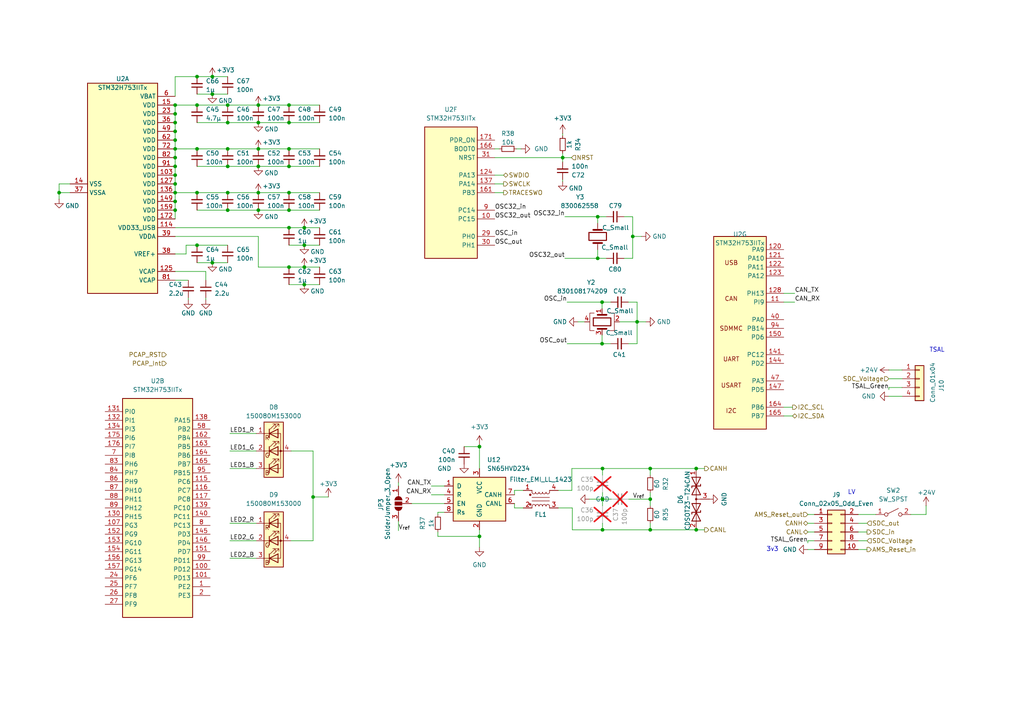
<source format=kicad_sch>
(kicad_sch
	(version 20231120)
	(generator "eeschema")
	(generator_version "8.0")
	(uuid "35b8a975-a1f8-4a47-8395-8e1ea283b386")
	(paper "A4")
	(lib_symbols
		(symbol "+3V3_1"
			(power)
			(pin_numbers hide)
			(pin_names
				(offset 0) hide)
			(exclude_from_sim no)
			(in_bom yes)
			(on_board yes)
			(property "Reference" "#PWR"
				(at 0 -3.81 0)
				(effects
					(font
						(size 1.27 1.27)
					)
					(hide yes)
				)
			)
			(property "Value" "+3V3"
				(at 0 3.556 0)
				(effects
					(font
						(size 1.27 1.27)
					)
				)
			)
			(property "Footprint" ""
				(at 0 0 0)
				(effects
					(font
						(size 1.27 1.27)
					)
					(hide yes)
				)
			)
			(property "Datasheet" ""
				(at 0 0 0)
				(effects
					(font
						(size 1.27 1.27)
					)
					(hide yes)
				)
			)
			(property "Description" "Power symbol creates a global label with name \"+3V3\""
				(at 0 0 0)
				(effects
					(font
						(size 1.27 1.27)
					)
					(hide yes)
				)
			)
			(property "ki_keywords" "global power"
				(at 0 0 0)
				(effects
					(font
						(size 1.27 1.27)
					)
					(hide yes)
				)
			)
			(symbol "+3V3_1_0_1"
				(polyline
					(pts
						(xy -0.762 1.27) (xy 0 2.54)
					)
					(stroke
						(width 0)
						(type default)
					)
					(fill
						(type none)
					)
				)
				(polyline
					(pts
						(xy 0 0) (xy 0 2.54)
					)
					(stroke
						(width 0)
						(type default)
					)
					(fill
						(type none)
					)
				)
				(polyline
					(pts
						(xy 0 2.54) (xy 0.762 1.27)
					)
					(stroke
						(width 0)
						(type default)
					)
					(fill
						(type none)
					)
				)
			)
			(symbol "+3V3_1_1_1"
				(pin power_in line
					(at 0 0 90)
					(length 0)
					(name "~"
						(effects
							(font
								(size 1.27 1.27)
							)
						)
					)
					(number "1"
						(effects
							(font
								(size 1.27 1.27)
							)
						)
					)
				)
			)
		)
		(symbol "+3V3_2"
			(power)
			(pin_numbers hide)
			(pin_names
				(offset 0) hide)
			(exclude_from_sim no)
			(in_bom yes)
			(on_board yes)
			(property "Reference" "#PWR"
				(at 0 -3.81 0)
				(effects
					(font
						(size 1.27 1.27)
					)
					(hide yes)
				)
			)
			(property "Value" "+3V3"
				(at 0 3.556 0)
				(effects
					(font
						(size 1.27 1.27)
					)
				)
			)
			(property "Footprint" ""
				(at 0 0 0)
				(effects
					(font
						(size 1.27 1.27)
					)
					(hide yes)
				)
			)
			(property "Datasheet" ""
				(at 0 0 0)
				(effects
					(font
						(size 1.27 1.27)
					)
					(hide yes)
				)
			)
			(property "Description" "Power symbol creates a global label with name \"+3V3\""
				(at 0 0 0)
				(effects
					(font
						(size 1.27 1.27)
					)
					(hide yes)
				)
			)
			(property "ki_keywords" "global power"
				(at 0 0 0)
				(effects
					(font
						(size 1.27 1.27)
					)
					(hide yes)
				)
			)
			(symbol "+3V3_2_0_1"
				(polyline
					(pts
						(xy -0.762 1.27) (xy 0 2.54)
					)
					(stroke
						(width 0)
						(type default)
					)
					(fill
						(type none)
					)
				)
				(polyline
					(pts
						(xy 0 0) (xy 0 2.54)
					)
					(stroke
						(width 0)
						(type default)
					)
					(fill
						(type none)
					)
				)
				(polyline
					(pts
						(xy 0 2.54) (xy 0.762 1.27)
					)
					(stroke
						(width 0)
						(type default)
					)
					(fill
						(type none)
					)
				)
			)
			(symbol "+3V3_2_1_1"
				(pin power_in line
					(at 0 0 90)
					(length 0)
					(name "~"
						(effects
							(font
								(size 1.27 1.27)
							)
						)
					)
					(number "1"
						(effects
							(font
								(size 1.27 1.27)
							)
						)
					)
				)
			)
		)
		(symbol "Connector_Generic:Conn_01x04"
			(pin_names
				(offset 1.016) hide)
			(exclude_from_sim no)
			(in_bom yes)
			(on_board yes)
			(property "Reference" "J"
				(at 0 5.08 0)
				(effects
					(font
						(size 1.27 1.27)
					)
				)
			)
			(property "Value" "Conn_01x04"
				(at 0 -7.62 0)
				(effects
					(font
						(size 1.27 1.27)
					)
				)
			)
			(property "Footprint" ""
				(at 0 0 0)
				(effects
					(font
						(size 1.27 1.27)
					)
					(hide yes)
				)
			)
			(property "Datasheet" "~"
				(at 0 0 0)
				(effects
					(font
						(size 1.27 1.27)
					)
					(hide yes)
				)
			)
			(property "Description" "Generic connector, single row, 01x04, script generated (kicad-library-utils/schlib/autogen/connector/)"
				(at 0 0 0)
				(effects
					(font
						(size 1.27 1.27)
					)
					(hide yes)
				)
			)
			(property "ki_keywords" "connector"
				(at 0 0 0)
				(effects
					(font
						(size 1.27 1.27)
					)
					(hide yes)
				)
			)
			(property "ki_fp_filters" "Connector*:*_1x??_*"
				(at 0 0 0)
				(effects
					(font
						(size 1.27 1.27)
					)
					(hide yes)
				)
			)
			(symbol "Conn_01x04_1_1"
				(rectangle
					(start -1.27 -4.953)
					(end 0 -5.207)
					(stroke
						(width 0.1524)
						(type default)
					)
					(fill
						(type none)
					)
				)
				(rectangle
					(start -1.27 -2.413)
					(end 0 -2.667)
					(stroke
						(width 0.1524)
						(type default)
					)
					(fill
						(type none)
					)
				)
				(rectangle
					(start -1.27 0.127)
					(end 0 -0.127)
					(stroke
						(width 0.1524)
						(type default)
					)
					(fill
						(type none)
					)
				)
				(rectangle
					(start -1.27 2.667)
					(end 0 2.413)
					(stroke
						(width 0.1524)
						(type default)
					)
					(fill
						(type none)
					)
				)
				(rectangle
					(start -1.27 3.81)
					(end 1.27 -6.35)
					(stroke
						(width 0.254)
						(type default)
					)
					(fill
						(type background)
					)
				)
				(pin passive line
					(at -5.08 2.54 0)
					(length 3.81)
					(name "Pin_1"
						(effects
							(font
								(size 1.27 1.27)
							)
						)
					)
					(number "1"
						(effects
							(font
								(size 1.27 1.27)
							)
						)
					)
				)
				(pin passive line
					(at -5.08 0 0)
					(length 3.81)
					(name "Pin_2"
						(effects
							(font
								(size 1.27 1.27)
							)
						)
					)
					(number "2"
						(effects
							(font
								(size 1.27 1.27)
							)
						)
					)
				)
				(pin passive line
					(at -5.08 -2.54 0)
					(length 3.81)
					(name "Pin_3"
						(effects
							(font
								(size 1.27 1.27)
							)
						)
					)
					(number "3"
						(effects
							(font
								(size 1.27 1.27)
							)
						)
					)
				)
				(pin passive line
					(at -5.08 -5.08 0)
					(length 3.81)
					(name "Pin_4"
						(effects
							(font
								(size 1.27 1.27)
							)
						)
					)
					(number "4"
						(effects
							(font
								(size 1.27 1.27)
							)
						)
					)
				)
			)
		)
		(symbol "Connector_Generic:Conn_02x05_Odd_Even"
			(pin_names
				(offset 1.016) hide)
			(exclude_from_sim no)
			(in_bom yes)
			(on_board yes)
			(property "Reference" "J"
				(at 1.27 7.62 0)
				(effects
					(font
						(size 1.27 1.27)
					)
				)
			)
			(property "Value" "Conn_02x05_Odd_Even"
				(at 1.27 -7.62 0)
				(effects
					(font
						(size 1.27 1.27)
					)
				)
			)
			(property "Footprint" ""
				(at 0 0 0)
				(effects
					(font
						(size 1.27 1.27)
					)
					(hide yes)
				)
			)
			(property "Datasheet" "~"
				(at 0 0 0)
				(effects
					(font
						(size 1.27 1.27)
					)
					(hide yes)
				)
			)
			(property "Description" "Generic connector, double row, 02x05, odd/even pin numbering scheme (row 1 odd numbers, row 2 even numbers), script generated (kicad-library-utils/schlib/autogen/connector/)"
				(at 0 0 0)
				(effects
					(font
						(size 1.27 1.27)
					)
					(hide yes)
				)
			)
			(property "ki_keywords" "connector"
				(at 0 0 0)
				(effects
					(font
						(size 1.27 1.27)
					)
					(hide yes)
				)
			)
			(property "ki_fp_filters" "Connector*:*_2x??_*"
				(at 0 0 0)
				(effects
					(font
						(size 1.27 1.27)
					)
					(hide yes)
				)
			)
			(symbol "Conn_02x05_Odd_Even_1_1"
				(rectangle
					(start -1.27 -4.953)
					(end 0 -5.207)
					(stroke
						(width 0.1524)
						(type default)
					)
					(fill
						(type none)
					)
				)
				(rectangle
					(start -1.27 -2.413)
					(end 0 -2.667)
					(stroke
						(width 0.1524)
						(type default)
					)
					(fill
						(type none)
					)
				)
				(rectangle
					(start -1.27 0.127)
					(end 0 -0.127)
					(stroke
						(width 0.1524)
						(type default)
					)
					(fill
						(type none)
					)
				)
				(rectangle
					(start -1.27 2.667)
					(end 0 2.413)
					(stroke
						(width 0.1524)
						(type default)
					)
					(fill
						(type none)
					)
				)
				(rectangle
					(start -1.27 5.207)
					(end 0 4.953)
					(stroke
						(width 0.1524)
						(type default)
					)
					(fill
						(type none)
					)
				)
				(rectangle
					(start -1.27 6.35)
					(end 3.81 -6.35)
					(stroke
						(width 0.254)
						(type default)
					)
					(fill
						(type background)
					)
				)
				(rectangle
					(start 3.81 -4.953)
					(end 2.54 -5.207)
					(stroke
						(width 0.1524)
						(type default)
					)
					(fill
						(type none)
					)
				)
				(rectangle
					(start 3.81 -2.413)
					(end 2.54 -2.667)
					(stroke
						(width 0.1524)
						(type default)
					)
					(fill
						(type none)
					)
				)
				(rectangle
					(start 3.81 0.127)
					(end 2.54 -0.127)
					(stroke
						(width 0.1524)
						(type default)
					)
					(fill
						(type none)
					)
				)
				(rectangle
					(start 3.81 2.667)
					(end 2.54 2.413)
					(stroke
						(width 0.1524)
						(type default)
					)
					(fill
						(type none)
					)
				)
				(rectangle
					(start 3.81 5.207)
					(end 2.54 4.953)
					(stroke
						(width 0.1524)
						(type default)
					)
					(fill
						(type none)
					)
				)
				(pin passive line
					(at -5.08 5.08 0)
					(length 3.81)
					(name "Pin_1"
						(effects
							(font
								(size 1.27 1.27)
							)
						)
					)
					(number "1"
						(effects
							(font
								(size 1.27 1.27)
							)
						)
					)
				)
				(pin passive line
					(at 7.62 -5.08 180)
					(length 3.81)
					(name "Pin_10"
						(effects
							(font
								(size 1.27 1.27)
							)
						)
					)
					(number "10"
						(effects
							(font
								(size 1.27 1.27)
							)
						)
					)
				)
				(pin passive line
					(at 7.62 5.08 180)
					(length 3.81)
					(name "Pin_2"
						(effects
							(font
								(size 1.27 1.27)
							)
						)
					)
					(number "2"
						(effects
							(font
								(size 1.27 1.27)
							)
						)
					)
				)
				(pin passive line
					(at -5.08 2.54 0)
					(length 3.81)
					(name "Pin_3"
						(effects
							(font
								(size 1.27 1.27)
							)
						)
					)
					(number "3"
						(effects
							(font
								(size 1.27 1.27)
							)
						)
					)
				)
				(pin passive line
					(at 7.62 2.54 180)
					(length 3.81)
					(name "Pin_4"
						(effects
							(font
								(size 1.27 1.27)
							)
						)
					)
					(number "4"
						(effects
							(font
								(size 1.27 1.27)
							)
						)
					)
				)
				(pin passive line
					(at -5.08 0 0)
					(length 3.81)
					(name "Pin_5"
						(effects
							(font
								(size 1.27 1.27)
							)
						)
					)
					(number "5"
						(effects
							(font
								(size 1.27 1.27)
							)
						)
					)
				)
				(pin passive line
					(at 7.62 0 180)
					(length 3.81)
					(name "Pin_6"
						(effects
							(font
								(size 1.27 1.27)
							)
						)
					)
					(number "6"
						(effects
							(font
								(size 1.27 1.27)
							)
						)
					)
				)
				(pin passive line
					(at -5.08 -2.54 0)
					(length 3.81)
					(name "Pin_7"
						(effects
							(font
								(size 1.27 1.27)
							)
						)
					)
					(number "7"
						(effects
							(font
								(size 1.27 1.27)
							)
						)
					)
				)
				(pin passive line
					(at 7.62 -2.54 180)
					(length 3.81)
					(name "Pin_8"
						(effects
							(font
								(size 1.27 1.27)
							)
						)
					)
					(number "8"
						(effects
							(font
								(size 1.27 1.27)
							)
						)
					)
				)
				(pin passive line
					(at -5.08 -5.08 0)
					(length 3.81)
					(name "Pin_9"
						(effects
							(font
								(size 1.27 1.27)
							)
						)
					)
					(number "9"
						(effects
							(font
								(size 1.27 1.27)
							)
						)
					)
				)
			)
		)
		(symbol "Device:C_Small"
			(pin_numbers hide)
			(pin_names
				(offset 0.254) hide)
			(exclude_from_sim no)
			(in_bom yes)
			(on_board yes)
			(property "Reference" "C"
				(at 0.254 1.778 0)
				(effects
					(font
						(size 1.27 1.27)
					)
					(justify left)
				)
			)
			(property "Value" "C_Small"
				(at 0.254 -2.032 0)
				(effects
					(font
						(size 1.27 1.27)
					)
					(justify left)
				)
			)
			(property "Footprint" ""
				(at 0 0 0)
				(effects
					(font
						(size 1.27 1.27)
					)
					(hide yes)
				)
			)
			(property "Datasheet" "~"
				(at 0 0 0)
				(effects
					(font
						(size 1.27 1.27)
					)
					(hide yes)
				)
			)
			(property "Description" "Unpolarized capacitor, small symbol"
				(at 0 0 0)
				(effects
					(font
						(size 1.27 1.27)
					)
					(hide yes)
				)
			)
			(property "ki_keywords" "capacitor cap"
				(at 0 0 0)
				(effects
					(font
						(size 1.27 1.27)
					)
					(hide yes)
				)
			)
			(property "ki_fp_filters" "C_*"
				(at 0 0 0)
				(effects
					(font
						(size 1.27 1.27)
					)
					(hide yes)
				)
			)
			(symbol "C_Small_0_1"
				(polyline
					(pts
						(xy -1.524 -0.508) (xy 1.524 -0.508)
					)
					(stroke
						(width 0.3302)
						(type default)
					)
					(fill
						(type none)
					)
				)
				(polyline
					(pts
						(xy -1.524 0.508) (xy 1.524 0.508)
					)
					(stroke
						(width 0.3048)
						(type default)
					)
					(fill
						(type none)
					)
				)
			)
			(symbol "C_Small_1_1"
				(pin passive line
					(at 0 2.54 270)
					(length 2.032)
					(name "~"
						(effects
							(font
								(size 1.27 1.27)
							)
						)
					)
					(number "1"
						(effects
							(font
								(size 1.27 1.27)
							)
						)
					)
				)
				(pin passive line
					(at 0 -2.54 90)
					(length 2.032)
					(name "~"
						(effects
							(font
								(size 1.27 1.27)
							)
						)
					)
					(number "2"
						(effects
							(font
								(size 1.27 1.27)
							)
						)
					)
				)
			)
		)
		(symbol "Device:Crystal"
			(pin_numbers hide)
			(pin_names
				(offset 1.016) hide)
			(exclude_from_sim no)
			(in_bom yes)
			(on_board yes)
			(property "Reference" "Y"
				(at 0 3.81 0)
				(effects
					(font
						(size 1.27 1.27)
					)
				)
			)
			(property "Value" "Crystal"
				(at 0 -3.81 0)
				(effects
					(font
						(size 1.27 1.27)
					)
				)
			)
			(property "Footprint" ""
				(at 0 0 0)
				(effects
					(font
						(size 1.27 1.27)
					)
					(hide yes)
				)
			)
			(property "Datasheet" "~"
				(at 0 0 0)
				(effects
					(font
						(size 1.27 1.27)
					)
					(hide yes)
				)
			)
			(property "Description" "Two pin crystal"
				(at 0 0 0)
				(effects
					(font
						(size 1.27 1.27)
					)
					(hide yes)
				)
			)
			(property "ki_keywords" "quartz ceramic resonator oscillator"
				(at 0 0 0)
				(effects
					(font
						(size 1.27 1.27)
					)
					(hide yes)
				)
			)
			(property "ki_fp_filters" "Crystal*"
				(at 0 0 0)
				(effects
					(font
						(size 1.27 1.27)
					)
					(hide yes)
				)
			)
			(symbol "Crystal_0_1"
				(rectangle
					(start -1.143 2.54)
					(end 1.143 -2.54)
					(stroke
						(width 0.3048)
						(type default)
					)
					(fill
						(type none)
					)
				)
				(polyline
					(pts
						(xy -2.54 0) (xy -1.905 0)
					)
					(stroke
						(width 0)
						(type default)
					)
					(fill
						(type none)
					)
				)
				(polyline
					(pts
						(xy -1.905 -1.27) (xy -1.905 1.27)
					)
					(stroke
						(width 0.508)
						(type default)
					)
					(fill
						(type none)
					)
				)
				(polyline
					(pts
						(xy 1.905 -1.27) (xy 1.905 1.27)
					)
					(stroke
						(width 0.508)
						(type default)
					)
					(fill
						(type none)
					)
				)
				(polyline
					(pts
						(xy 2.54 0) (xy 1.905 0)
					)
					(stroke
						(width 0)
						(type default)
					)
					(fill
						(type none)
					)
				)
			)
			(symbol "Crystal_1_1"
				(pin passive line
					(at -3.81 0 0)
					(length 1.27)
					(name "1"
						(effects
							(font
								(size 1.27 1.27)
							)
						)
					)
					(number "1"
						(effects
							(font
								(size 1.27 1.27)
							)
						)
					)
				)
				(pin passive line
					(at 3.81 0 180)
					(length 1.27)
					(name "2"
						(effects
							(font
								(size 1.27 1.27)
							)
						)
					)
					(number "2"
						(effects
							(font
								(size 1.27 1.27)
							)
						)
					)
				)
			)
		)
		(symbol "Device:Crystal_GND24"
			(pin_names
				(offset 1.016) hide)
			(exclude_from_sim no)
			(in_bom yes)
			(on_board yes)
			(property "Reference" "Y"
				(at 3.175 5.08 0)
				(effects
					(font
						(size 1.27 1.27)
					)
					(justify left)
				)
			)
			(property "Value" "Crystal_GND24"
				(at 3.175 3.175 0)
				(effects
					(font
						(size 1.27 1.27)
					)
					(justify left)
				)
			)
			(property "Footprint" ""
				(at 0 0 0)
				(effects
					(font
						(size 1.27 1.27)
					)
					(hide yes)
				)
			)
			(property "Datasheet" "~"
				(at 0 0 0)
				(effects
					(font
						(size 1.27 1.27)
					)
					(hide yes)
				)
			)
			(property "Description" "Four pin crystal, GND on pins 2 and 4"
				(at 0 0 0)
				(effects
					(font
						(size 1.27 1.27)
					)
					(hide yes)
				)
			)
			(property "ki_keywords" "quartz ceramic resonator oscillator"
				(at 0 0 0)
				(effects
					(font
						(size 1.27 1.27)
					)
					(hide yes)
				)
			)
			(property "ki_fp_filters" "Crystal*"
				(at 0 0 0)
				(effects
					(font
						(size 1.27 1.27)
					)
					(hide yes)
				)
			)
			(symbol "Crystal_GND24_0_1"
				(rectangle
					(start -1.143 2.54)
					(end 1.143 -2.54)
					(stroke
						(width 0.3048)
						(type default)
					)
					(fill
						(type none)
					)
				)
				(polyline
					(pts
						(xy -2.54 0) (xy -2.032 0)
					)
					(stroke
						(width 0)
						(type default)
					)
					(fill
						(type none)
					)
				)
				(polyline
					(pts
						(xy -2.032 -1.27) (xy -2.032 1.27)
					)
					(stroke
						(width 0.508)
						(type default)
					)
					(fill
						(type none)
					)
				)
				(polyline
					(pts
						(xy 0 -3.81) (xy 0 -3.556)
					)
					(stroke
						(width 0)
						(type default)
					)
					(fill
						(type none)
					)
				)
				(polyline
					(pts
						(xy 0 3.556) (xy 0 3.81)
					)
					(stroke
						(width 0)
						(type default)
					)
					(fill
						(type none)
					)
				)
				(polyline
					(pts
						(xy 2.032 -1.27) (xy 2.032 1.27)
					)
					(stroke
						(width 0.508)
						(type default)
					)
					(fill
						(type none)
					)
				)
				(polyline
					(pts
						(xy 2.032 0) (xy 2.54 0)
					)
					(stroke
						(width 0)
						(type default)
					)
					(fill
						(type none)
					)
				)
				(polyline
					(pts
						(xy -2.54 -2.286) (xy -2.54 -3.556) (xy 2.54 -3.556) (xy 2.54 -2.286)
					)
					(stroke
						(width 0)
						(type default)
					)
					(fill
						(type none)
					)
				)
				(polyline
					(pts
						(xy -2.54 2.286) (xy -2.54 3.556) (xy 2.54 3.556) (xy 2.54 2.286)
					)
					(stroke
						(width 0)
						(type default)
					)
					(fill
						(type none)
					)
				)
			)
			(symbol "Crystal_GND24_1_1"
				(pin passive line
					(at -3.81 0 0)
					(length 1.27)
					(name "1"
						(effects
							(font
								(size 1.27 1.27)
							)
						)
					)
					(number "1"
						(effects
							(font
								(size 1.27 1.27)
							)
						)
					)
				)
				(pin passive line
					(at 0 5.08 270)
					(length 1.27)
					(name "2"
						(effects
							(font
								(size 1.27 1.27)
							)
						)
					)
					(number "2"
						(effects
							(font
								(size 1.27 1.27)
							)
						)
					)
				)
				(pin passive line
					(at 3.81 0 180)
					(length 1.27)
					(name "3"
						(effects
							(font
								(size 1.27 1.27)
							)
						)
					)
					(number "3"
						(effects
							(font
								(size 1.27 1.27)
							)
						)
					)
				)
				(pin passive line
					(at 0 -5.08 90)
					(length 1.27)
					(name "4"
						(effects
							(font
								(size 1.27 1.27)
							)
						)
					)
					(number "4"
						(effects
							(font
								(size 1.27 1.27)
							)
						)
					)
				)
			)
		)
		(symbol "Device:D_TVS_Dual_AAC"
			(pin_names
				(offset 1.016) hide)
			(exclude_from_sim no)
			(in_bom yes)
			(on_board yes)
			(property "Reference" "D"
				(at 0 4.445 0)
				(effects
					(font
						(size 1.27 1.27)
					)
				)
			)
			(property "Value" "D_TVS_Dual_AAC"
				(at 0 2.54 0)
				(effects
					(font
						(size 1.27 1.27)
					)
				)
			)
			(property "Footprint" ""
				(at -3.81 0 0)
				(effects
					(font
						(size 1.27 1.27)
					)
					(hide yes)
				)
			)
			(property "Datasheet" "~"
				(at -3.81 0 0)
				(effects
					(font
						(size 1.27 1.27)
					)
					(hide yes)
				)
			)
			(property "Description" "Bidirectional dual transient-voltage-suppression diode, center on pin 3"
				(at 0 0 0)
				(effects
					(font
						(size 1.27 1.27)
					)
					(hide yes)
				)
			)
			(property "ki_keywords" "diode TVS thyrector"
				(at 0 0 0)
				(effects
					(font
						(size 1.27 1.27)
					)
					(hide yes)
				)
			)
			(symbol "D_TVS_Dual_AAC_0_0"
				(polyline
					(pts
						(xy 0 -1.27) (xy 0 0)
					)
					(stroke
						(width 0)
						(type default)
					)
					(fill
						(type none)
					)
				)
			)
			(symbol "D_TVS_Dual_AAC_0_1"
				(polyline
					(pts
						(xy -6.35 0) (xy 6.35 0)
					)
					(stroke
						(width 0)
						(type default)
					)
					(fill
						(type none)
					)
				)
				(polyline
					(pts
						(xy -3.302 1.27) (xy -3.81 1.27) (xy -3.81 -1.27) (xy -4.318 -1.27)
					)
					(stroke
						(width 0.254)
						(type default)
					)
					(fill
						(type none)
					)
				)
				(polyline
					(pts
						(xy 4.318 1.27) (xy 3.81 1.27) (xy 3.81 -1.27) (xy 3.302 -1.27)
					)
					(stroke
						(width 0.254)
						(type default)
					)
					(fill
						(type none)
					)
				)
				(polyline
					(pts
						(xy -6.35 1.27) (xy -1.27 -1.27) (xy -1.27 1.27) (xy -6.35 -1.27) (xy -6.35 1.27)
					)
					(stroke
						(width 0.254)
						(type default)
					)
					(fill
						(type none)
					)
				)
				(polyline
					(pts
						(xy 6.35 1.27) (xy 1.27 -1.27) (xy 1.27 1.27) (xy 6.35 -1.27) (xy 6.35 1.27)
					)
					(stroke
						(width 0.254)
						(type default)
					)
					(fill
						(type none)
					)
				)
				(circle
					(center 0 0)
					(radius 0.254)
					(stroke
						(width 0)
						(type default)
					)
					(fill
						(type outline)
					)
				)
			)
			(symbol "D_TVS_Dual_AAC_1_1"
				(pin passive line
					(at -8.89 0 0)
					(length 2.54)
					(name "A1"
						(effects
							(font
								(size 1.27 1.27)
							)
						)
					)
					(number "1"
						(effects
							(font
								(size 1.27 1.27)
							)
						)
					)
				)
				(pin passive line
					(at 8.89 0 180)
					(length 2.54)
					(name "A2"
						(effects
							(font
								(size 1.27 1.27)
							)
						)
					)
					(number "2"
						(effects
							(font
								(size 1.27 1.27)
							)
						)
					)
				)
				(pin input line
					(at 0 -3.81 90)
					(length 2.54)
					(name "common"
						(effects
							(font
								(size 1.27 1.27)
							)
						)
					)
					(number "3"
						(effects
							(font
								(size 1.27 1.27)
							)
						)
					)
				)
			)
		)
		(symbol "Device:Filter_EMI_LL_1423"
			(pin_names hide)
			(exclude_from_sim no)
			(in_bom yes)
			(on_board yes)
			(property "Reference" "FL"
				(at 0 4.445 0)
				(effects
					(font
						(size 1.27 1.27)
					)
				)
			)
			(property "Value" "Filter_EMI_LL_1423"
				(at 0 -4.445 0)
				(effects
					(font
						(size 1.27 1.27)
					)
				)
			)
			(property "Footprint" ""
				(at 0 -6.35 0)
				(effects
					(font
						(size 1.27 1.27)
					)
					(hide yes)
				)
			)
			(property "Datasheet" "~"
				(at 0 1.016 90)
				(effects
					(font
						(size 1.27 1.27)
					)
					(hide yes)
				)
			)
			(property "Description" "EMI 2-inductor filter, pin-connections 1-4 and 2-3"
				(at 0 0 0)
				(effects
					(font
						(size 1.27 1.27)
					)
					(hide yes)
				)
			)
			(property "ki_keywords" "EMI filter common-mode choke"
				(at 0 0 0)
				(effects
					(font
						(size 1.27 1.27)
					)
					(hide yes)
				)
			)
			(property "ki_fp_filters" "Bourns*SRF0905*"
				(at 0 0 0)
				(effects
					(font
						(size 1.27 1.27)
					)
					(hide yes)
				)
			)
			(symbol "Filter_EMI_LL_1423_0_1"
				(circle
					(center -3.048 -1.27)
					(radius 0.254)
					(stroke
						(width 0)
						(type default)
					)
					(fill
						(type outline)
					)
				)
				(circle
					(center -3.048 1.524)
					(radius 0.254)
					(stroke
						(width 0)
						(type default)
					)
					(fill
						(type outline)
					)
				)
				(arc
					(start -2.54 2.032)
					(mid -2.032 1.5262)
					(end -1.524 2.032)
					(stroke
						(width 0)
						(type default)
					)
					(fill
						(type none)
					)
				)
				(arc
					(start -1.524 -2.032)
					(mid -2.032 -1.5262)
					(end -2.54 -2.032)
					(stroke
						(width 0)
						(type default)
					)
					(fill
						(type none)
					)
				)
				(arc
					(start -1.524 2.032)
					(mid -1.016 1.5262)
					(end -0.508 2.032)
					(stroke
						(width 0)
						(type default)
					)
					(fill
						(type none)
					)
				)
				(arc
					(start -0.508 -2.032)
					(mid -1.016 -1.5262)
					(end -1.524 -2.032)
					(stroke
						(width 0)
						(type default)
					)
					(fill
						(type none)
					)
				)
				(arc
					(start -0.508 2.032)
					(mid 0 1.5262)
					(end 0.508 2.032)
					(stroke
						(width 0)
						(type default)
					)
					(fill
						(type none)
					)
				)
				(polyline
					(pts
						(xy -2.54 -2.032) (xy -2.54 -2.54)
					)
					(stroke
						(width 0)
						(type default)
					)
					(fill
						(type none)
					)
				)
				(polyline
					(pts
						(xy -2.54 0.508) (xy 2.54 0.508)
					)
					(stroke
						(width 0)
						(type default)
					)
					(fill
						(type none)
					)
				)
				(polyline
					(pts
						(xy -2.54 2.032) (xy -2.54 2.54)
					)
					(stroke
						(width 0)
						(type default)
					)
					(fill
						(type none)
					)
				)
				(polyline
					(pts
						(xy 2.54 -2.032) (xy 2.54 -2.54)
					)
					(stroke
						(width 0)
						(type default)
					)
					(fill
						(type none)
					)
				)
				(polyline
					(pts
						(xy 2.54 -0.508) (xy -2.54 -0.508)
					)
					(stroke
						(width 0)
						(type default)
					)
					(fill
						(type none)
					)
				)
				(polyline
					(pts
						(xy 2.54 2.54) (xy 2.54 2.032)
					)
					(stroke
						(width 0)
						(type default)
					)
					(fill
						(type none)
					)
				)
				(arc
					(start 0.508 -2.032)
					(mid 0 -1.5262)
					(end -0.508 -2.032)
					(stroke
						(width 0)
						(type default)
					)
					(fill
						(type none)
					)
				)
				(arc
					(start 0.508 2.032)
					(mid 1.016 1.5262)
					(end 1.524 2.032)
					(stroke
						(width 0)
						(type default)
					)
					(fill
						(type none)
					)
				)
				(arc
					(start 1.524 -2.032)
					(mid 1.016 -1.5262)
					(end 0.508 -2.032)
					(stroke
						(width 0)
						(type default)
					)
					(fill
						(type none)
					)
				)
				(arc
					(start 1.524 2.032)
					(mid 2.032 1.5262)
					(end 2.54 2.032)
					(stroke
						(width 0)
						(type default)
					)
					(fill
						(type none)
					)
				)
				(arc
					(start 2.54 -2.032)
					(mid 2.032 -1.5262)
					(end 1.524 -2.032)
					(stroke
						(width 0)
						(type default)
					)
					(fill
						(type none)
					)
				)
			)
			(symbol "Filter_EMI_LL_1423_1_1"
				(pin passive line
					(at -5.08 -2.54 0)
					(length 2.54)
					(name "1"
						(effects
							(font
								(size 1.27 1.27)
							)
						)
					)
					(number "1"
						(effects
							(font
								(size 1.27 1.27)
							)
						)
					)
				)
				(pin passive line
					(at -5.08 2.54 0)
					(length 2.54)
					(name "2"
						(effects
							(font
								(size 1.27 1.27)
							)
						)
					)
					(number "2"
						(effects
							(font
								(size 1.27 1.27)
							)
						)
					)
				)
				(pin passive line
					(at 5.08 2.54 180)
					(length 2.54)
					(name "3"
						(effects
							(font
								(size 1.27 1.27)
							)
						)
					)
					(number "3"
						(effects
							(font
								(size 1.27 1.27)
							)
						)
					)
				)
				(pin passive line
					(at 5.08 -2.54 180)
					(length 2.54)
					(name "4"
						(effects
							(font
								(size 1.27 1.27)
							)
						)
					)
					(number "4"
						(effects
							(font
								(size 1.27 1.27)
							)
						)
					)
				)
			)
		)
		(symbol "Device:LED_RGBA"
			(pin_names
				(offset 0) hide)
			(exclude_from_sim no)
			(in_bom yes)
			(on_board yes)
			(property "Reference" "D"
				(at 0 9.398 0)
				(effects
					(font
						(size 1.27 1.27)
					)
				)
			)
			(property "Value" "LED_RGBA"
				(at 0 -8.89 0)
				(effects
					(font
						(size 1.27 1.27)
					)
				)
			)
			(property "Footprint" ""
				(at 0 -1.27 0)
				(effects
					(font
						(size 1.27 1.27)
					)
					(hide yes)
				)
			)
			(property "Datasheet" "~"
				(at 0 -1.27 0)
				(effects
					(font
						(size 1.27 1.27)
					)
					(hide yes)
				)
			)
			(property "Description" "RGB LED, red/green/blue/anode"
				(at 0 0 0)
				(effects
					(font
						(size 1.27 1.27)
					)
					(hide yes)
				)
			)
			(property "ki_keywords" "LED RGB diode"
				(at 0 0 0)
				(effects
					(font
						(size 1.27 1.27)
					)
					(hide yes)
				)
			)
			(property "ki_fp_filters" "LED* LED_SMD:* LED_THT:*"
				(at 0 0 0)
				(effects
					(font
						(size 1.27 1.27)
					)
					(hide yes)
				)
			)
			(symbol "LED_RGBA_0_0"
				(text "B"
					(at -1.905 -6.35 0)
					(effects
						(font
							(size 1.27 1.27)
						)
					)
				)
				(text "G"
					(at -1.905 -1.27 0)
					(effects
						(font
							(size 1.27 1.27)
						)
					)
				)
				(text "R"
					(at -1.905 3.81 0)
					(effects
						(font
							(size 1.27 1.27)
						)
					)
				)
			)
			(symbol "LED_RGBA_0_1"
				(polyline
					(pts
						(xy -1.27 -5.08) (xy -2.54 -5.08)
					)
					(stroke
						(width 0)
						(type default)
					)
					(fill
						(type none)
					)
				)
				(polyline
					(pts
						(xy -1.27 -5.08) (xy 1.27 -5.08)
					)
					(stroke
						(width 0)
						(type default)
					)
					(fill
						(type none)
					)
				)
				(polyline
					(pts
						(xy -1.27 -3.81) (xy -1.27 -6.35)
					)
					(stroke
						(width 0.254)
						(type default)
					)
					(fill
						(type none)
					)
				)
				(polyline
					(pts
						(xy -1.27 0) (xy -2.54 0)
					)
					(stroke
						(width 0)
						(type default)
					)
					(fill
						(type none)
					)
				)
				(polyline
					(pts
						(xy -1.27 1.27) (xy -1.27 -1.27)
					)
					(stroke
						(width 0.254)
						(type default)
					)
					(fill
						(type none)
					)
				)
				(polyline
					(pts
						(xy -1.27 5.08) (xy -2.54 5.08)
					)
					(stroke
						(width 0)
						(type default)
					)
					(fill
						(type none)
					)
				)
				(polyline
					(pts
						(xy -1.27 5.08) (xy 1.27 5.08)
					)
					(stroke
						(width 0)
						(type default)
					)
					(fill
						(type none)
					)
				)
				(polyline
					(pts
						(xy -1.27 6.35) (xy -1.27 3.81)
					)
					(stroke
						(width 0.254)
						(type default)
					)
					(fill
						(type none)
					)
				)
				(polyline
					(pts
						(xy 1.27 0) (xy -1.27 0)
					)
					(stroke
						(width 0)
						(type default)
					)
					(fill
						(type none)
					)
				)
				(polyline
					(pts
						(xy 1.27 0) (xy 2.54 0)
					)
					(stroke
						(width 0)
						(type default)
					)
					(fill
						(type none)
					)
				)
				(polyline
					(pts
						(xy -1.27 1.27) (xy -1.27 -1.27) (xy -1.27 -1.27)
					)
					(stroke
						(width 0)
						(type default)
					)
					(fill
						(type none)
					)
				)
				(polyline
					(pts
						(xy -1.27 6.35) (xy -1.27 3.81) (xy -1.27 3.81)
					)
					(stroke
						(width 0)
						(type default)
					)
					(fill
						(type none)
					)
				)
				(polyline
					(pts
						(xy 1.27 -5.08) (xy 2.032 -5.08) (xy 2.032 5.08) (xy 1.27 5.08)
					)
					(stroke
						(width 0)
						(type default)
					)
					(fill
						(type none)
					)
				)
				(polyline
					(pts
						(xy 1.27 -3.81) (xy 1.27 -6.35) (xy -1.27 -5.08) (xy 1.27 -3.81)
					)
					(stroke
						(width 0.254)
						(type default)
					)
					(fill
						(type none)
					)
				)
				(polyline
					(pts
						(xy 1.27 1.27) (xy 1.27 -1.27) (xy -1.27 0) (xy 1.27 1.27)
					)
					(stroke
						(width 0.254)
						(type default)
					)
					(fill
						(type none)
					)
				)
				(polyline
					(pts
						(xy 1.27 6.35) (xy 1.27 3.81) (xy -1.27 5.08) (xy 1.27 6.35)
					)
					(stroke
						(width 0.254)
						(type default)
					)
					(fill
						(type none)
					)
				)
				(polyline
					(pts
						(xy -1.016 -3.81) (xy 0.508 -2.286) (xy -0.254 -2.286) (xy 0.508 -2.286) (xy 0.508 -3.048)
					)
					(stroke
						(width 0)
						(type default)
					)
					(fill
						(type none)
					)
				)
				(polyline
					(pts
						(xy -1.016 1.27) (xy 0.508 2.794) (xy -0.254 2.794) (xy 0.508 2.794) (xy 0.508 2.032)
					)
					(stroke
						(width 0)
						(type default)
					)
					(fill
						(type none)
					)
				)
				(polyline
					(pts
						(xy -1.016 6.35) (xy 0.508 7.874) (xy -0.254 7.874) (xy 0.508 7.874) (xy 0.508 7.112)
					)
					(stroke
						(width 0)
						(type default)
					)
					(fill
						(type none)
					)
				)
				(polyline
					(pts
						(xy 0 -3.81) (xy 1.524 -2.286) (xy 0.762 -2.286) (xy 1.524 -2.286) (xy 1.524 -3.048)
					)
					(stroke
						(width 0)
						(type default)
					)
					(fill
						(type none)
					)
				)
				(polyline
					(pts
						(xy 0 1.27) (xy 1.524 2.794) (xy 0.762 2.794) (xy 1.524 2.794) (xy 1.524 2.032)
					)
					(stroke
						(width 0)
						(type default)
					)
					(fill
						(type none)
					)
				)
				(polyline
					(pts
						(xy 0 6.35) (xy 1.524 7.874) (xy 0.762 7.874) (xy 1.524 7.874) (xy 1.524 7.112)
					)
					(stroke
						(width 0)
						(type default)
					)
					(fill
						(type none)
					)
				)
				(rectangle
					(start 1.27 -1.27)
					(end 1.27 1.27)
					(stroke
						(width 0)
						(type default)
					)
					(fill
						(type none)
					)
				)
				(rectangle
					(start 1.27 1.27)
					(end 1.27 1.27)
					(stroke
						(width 0)
						(type default)
					)
					(fill
						(type none)
					)
				)
				(rectangle
					(start 1.27 3.81)
					(end 1.27 6.35)
					(stroke
						(width 0)
						(type default)
					)
					(fill
						(type none)
					)
				)
				(rectangle
					(start 1.27 6.35)
					(end 1.27 6.35)
					(stroke
						(width 0)
						(type default)
					)
					(fill
						(type none)
					)
				)
				(circle
					(center 2.032 0)
					(radius 0.254)
					(stroke
						(width 0)
						(type default)
					)
					(fill
						(type outline)
					)
				)
				(rectangle
					(start 2.794 8.382)
					(end -2.794 -7.62)
					(stroke
						(width 0.254)
						(type default)
					)
					(fill
						(type background)
					)
				)
			)
			(symbol "LED_RGBA_1_1"
				(pin passive line
					(at -5.08 5.08 0)
					(length 2.54)
					(name "RK"
						(effects
							(font
								(size 1.27 1.27)
							)
						)
					)
					(number "1"
						(effects
							(font
								(size 1.27 1.27)
							)
						)
					)
				)
				(pin passive line
					(at -5.08 0 0)
					(length 2.54)
					(name "GK"
						(effects
							(font
								(size 1.27 1.27)
							)
						)
					)
					(number "2"
						(effects
							(font
								(size 1.27 1.27)
							)
						)
					)
				)
				(pin passive line
					(at -5.08 -5.08 0)
					(length 2.54)
					(name "BK"
						(effects
							(font
								(size 1.27 1.27)
							)
						)
					)
					(number "3"
						(effects
							(font
								(size 1.27 1.27)
							)
						)
					)
				)
				(pin passive line
					(at 5.08 0 180)
					(length 2.54)
					(name "A"
						(effects
							(font
								(size 1.27 1.27)
							)
						)
					)
					(number "4"
						(effects
							(font
								(size 1.27 1.27)
							)
						)
					)
				)
			)
		)
		(symbol "Device:R_Small"
			(pin_numbers hide)
			(pin_names
				(offset 0.254) hide)
			(exclude_from_sim no)
			(in_bom yes)
			(on_board yes)
			(property "Reference" "R"
				(at 0.762 0.508 0)
				(effects
					(font
						(size 1.27 1.27)
					)
					(justify left)
				)
			)
			(property "Value" "R_Small"
				(at 0.762 -1.016 0)
				(effects
					(font
						(size 1.27 1.27)
					)
					(justify left)
				)
			)
			(property "Footprint" ""
				(at 0 0 0)
				(effects
					(font
						(size 1.27 1.27)
					)
					(hide yes)
				)
			)
			(property "Datasheet" "~"
				(at 0 0 0)
				(effects
					(font
						(size 1.27 1.27)
					)
					(hide yes)
				)
			)
			(property "Description" "Resistor, small symbol"
				(at 0 0 0)
				(effects
					(font
						(size 1.27 1.27)
					)
					(hide yes)
				)
			)
			(property "ki_keywords" "R resistor"
				(at 0 0 0)
				(effects
					(font
						(size 1.27 1.27)
					)
					(hide yes)
				)
			)
			(property "ki_fp_filters" "R_*"
				(at 0 0 0)
				(effects
					(font
						(size 1.27 1.27)
					)
					(hide yes)
				)
			)
			(symbol "R_Small_0_1"
				(rectangle
					(start -0.762 1.778)
					(end 0.762 -1.778)
					(stroke
						(width 0.2032)
						(type default)
					)
					(fill
						(type none)
					)
				)
			)
			(symbol "R_Small_1_1"
				(pin passive line
					(at 0 2.54 270)
					(length 0.762)
					(name "~"
						(effects
							(font
								(size 1.27 1.27)
							)
						)
					)
					(number "1"
						(effects
							(font
								(size 1.27 1.27)
							)
						)
					)
				)
				(pin passive line
					(at 0 -2.54 90)
					(length 0.762)
					(name "~"
						(effects
							(font
								(size 1.27 1.27)
							)
						)
					)
					(number "2"
						(effects
							(font
								(size 1.27 1.27)
							)
						)
					)
				)
			)
		)
		(symbol "GND_1"
			(power)
			(pin_numbers hide)
			(pin_names
				(offset 0) hide)
			(exclude_from_sim no)
			(in_bom yes)
			(on_board yes)
			(property "Reference" "#PWR"
				(at 0 -6.35 0)
				(effects
					(font
						(size 1.27 1.27)
					)
					(hide yes)
				)
			)
			(property "Value" "GND"
				(at 0 -3.81 0)
				(effects
					(font
						(size 1.27 1.27)
					)
				)
			)
			(property "Footprint" ""
				(at 0 0 0)
				(effects
					(font
						(size 1.27 1.27)
					)
					(hide yes)
				)
			)
			(property "Datasheet" ""
				(at 0 0 0)
				(effects
					(font
						(size 1.27 1.27)
					)
					(hide yes)
				)
			)
			(property "Description" "Power symbol creates a global label with name \"GND\" , ground"
				(at 0 0 0)
				(effects
					(font
						(size 1.27 1.27)
					)
					(hide yes)
				)
			)
			(property "ki_keywords" "global power"
				(at 0 0 0)
				(effects
					(font
						(size 1.27 1.27)
					)
					(hide yes)
				)
			)
			(symbol "GND_1_0_1"
				(polyline
					(pts
						(xy 0 0) (xy 0 -1.27) (xy 1.27 -1.27) (xy 0 -2.54) (xy -1.27 -1.27) (xy 0 -1.27)
					)
					(stroke
						(width 0)
						(type default)
					)
					(fill
						(type none)
					)
				)
			)
			(symbol "GND_1_1_1"
				(pin power_in line
					(at 0 0 270)
					(length 0)
					(name "~"
						(effects
							(font
								(size 1.27 1.27)
							)
						)
					)
					(number "1"
						(effects
							(font
								(size 1.27 1.27)
							)
						)
					)
				)
			)
		)
		(symbol "Interface_CAN_LIN:SN65HVD234"
			(pin_names
				(offset 1.016)
			)
			(exclude_from_sim no)
			(in_bom yes)
			(on_board yes)
			(property "Reference" "U"
				(at -2.54 10.16 0)
				(effects
					(font
						(size 1.27 1.27)
					)
					(justify right)
				)
			)
			(property "Value" "SN65HVD234"
				(at -2.54 7.62 0)
				(effects
					(font
						(size 1.27 1.27)
					)
					(justify right)
				)
			)
			(property "Footprint" "Package_SO:SOIC-8_3.9x4.9mm_P1.27mm"
				(at 0 -12.7 0)
				(effects
					(font
						(size 1.27 1.27)
					)
					(hide yes)
				)
			)
			(property "Datasheet" "http://www.ti.com/lit/ds/symlink/sn65hvd234.pdf"
				(at -2.54 10.16 0)
				(effects
					(font
						(size 1.27 1.27)
					)
					(hide yes)
				)
			)
			(property "Description" "CAN Bus Transceiver, 3.3V, 1Mbps, Enable feature, SOIC-8"
				(at 0 0 0)
				(effects
					(font
						(size 1.27 1.27)
					)
					(hide yes)
				)
			)
			(property "ki_keywords" "can transeiver ti"
				(at 0 0 0)
				(effects
					(font
						(size 1.27 1.27)
					)
					(hide yes)
				)
			)
			(property "ki_fp_filters" "SOIC*3.9x4.9mm*P1.27mm*"
				(at 0 0 0)
				(effects
					(font
						(size 1.27 1.27)
					)
					(hide yes)
				)
			)
			(symbol "SN65HVD234_0_1"
				(rectangle
					(start -7.62 5.08)
					(end 7.62 -7.62)
					(stroke
						(width 0.254)
						(type default)
					)
					(fill
						(type background)
					)
				)
			)
			(symbol "SN65HVD234_1_1"
				(pin input line
					(at -10.16 2.54 0)
					(length 2.54)
					(name "D"
						(effects
							(font
								(size 1.27 1.27)
							)
						)
					)
					(number "1"
						(effects
							(font
								(size 1.27 1.27)
							)
						)
					)
				)
				(pin power_in line
					(at 0 -10.16 90)
					(length 2.54)
					(name "GND"
						(effects
							(font
								(size 1.27 1.27)
							)
						)
					)
					(number "2"
						(effects
							(font
								(size 1.27 1.27)
							)
						)
					)
				)
				(pin power_in line
					(at 0 7.62 270)
					(length 2.54)
					(name "VCC"
						(effects
							(font
								(size 1.27 1.27)
							)
						)
					)
					(number "3"
						(effects
							(font
								(size 1.27 1.27)
							)
						)
					)
				)
				(pin output line
					(at -10.16 0 0)
					(length 2.54)
					(name "R"
						(effects
							(font
								(size 1.27 1.27)
							)
						)
					)
					(number "4"
						(effects
							(font
								(size 1.27 1.27)
							)
						)
					)
				)
				(pin input line
					(at -10.16 -2.54 0)
					(length 2.54)
					(name "EN"
						(effects
							(font
								(size 1.27 1.27)
							)
						)
					)
					(number "5"
						(effects
							(font
								(size 1.27 1.27)
							)
						)
					)
				)
				(pin bidirectional line
					(at 10.16 -2.54 180)
					(length 2.54)
					(name "CANL"
						(effects
							(font
								(size 1.27 1.27)
							)
						)
					)
					(number "6"
						(effects
							(font
								(size 1.27 1.27)
							)
						)
					)
				)
				(pin bidirectional line
					(at 10.16 0 180)
					(length 2.54)
					(name "CANH"
						(effects
							(font
								(size 1.27 1.27)
							)
						)
					)
					(number "7"
						(effects
							(font
								(size 1.27 1.27)
							)
						)
					)
				)
				(pin input line
					(at -10.16 -5.08 0)
					(length 2.54)
					(name "Rs"
						(effects
							(font
								(size 1.27 1.27)
							)
						)
					)
					(number "8"
						(effects
							(font
								(size 1.27 1.27)
							)
						)
					)
				)
			)
		)
		(symbol "Jumper:SolderJumper_3_Open"
			(pin_names
				(offset 0) hide)
			(exclude_from_sim no)
			(in_bom yes)
			(on_board yes)
			(property "Reference" "JP"
				(at -2.54 -2.54 0)
				(effects
					(font
						(size 1.27 1.27)
					)
				)
			)
			(property "Value" "SolderJumper_3_Open"
				(at 0 2.794 0)
				(effects
					(font
						(size 1.27 1.27)
					)
				)
			)
			(property "Footprint" ""
				(at 0 0 0)
				(effects
					(font
						(size 1.27 1.27)
					)
					(hide yes)
				)
			)
			(property "Datasheet" "~"
				(at 0 0 0)
				(effects
					(font
						(size 1.27 1.27)
					)
					(hide yes)
				)
			)
			(property "Description" "Solder Jumper, 3-pole, open"
				(at 0 0 0)
				(effects
					(font
						(size 1.27 1.27)
					)
					(hide yes)
				)
			)
			(property "ki_keywords" "Solder Jumper SPDT"
				(at 0 0 0)
				(effects
					(font
						(size 1.27 1.27)
					)
					(hide yes)
				)
			)
			(property "ki_fp_filters" "SolderJumper*Open*"
				(at 0 0 0)
				(effects
					(font
						(size 1.27 1.27)
					)
					(hide yes)
				)
			)
			(symbol "SolderJumper_3_Open_0_1"
				(arc
					(start -1.016 1.016)
					(mid -2.0276 0)
					(end -1.016 -1.016)
					(stroke
						(width 0)
						(type default)
					)
					(fill
						(type none)
					)
				)
				(arc
					(start -1.016 1.016)
					(mid -2.0276 0)
					(end -1.016 -1.016)
					(stroke
						(width 0)
						(type default)
					)
					(fill
						(type outline)
					)
				)
				(rectangle
					(start -0.508 1.016)
					(end 0.508 -1.016)
					(stroke
						(width 0)
						(type default)
					)
					(fill
						(type outline)
					)
				)
				(polyline
					(pts
						(xy -2.54 0) (xy -2.032 0)
					)
					(stroke
						(width 0)
						(type default)
					)
					(fill
						(type none)
					)
				)
				(polyline
					(pts
						(xy -1.016 1.016) (xy -1.016 -1.016)
					)
					(stroke
						(width 0)
						(type default)
					)
					(fill
						(type none)
					)
				)
				(polyline
					(pts
						(xy 0 -1.27) (xy 0 -1.016)
					)
					(stroke
						(width 0)
						(type default)
					)
					(fill
						(type none)
					)
				)
				(polyline
					(pts
						(xy 1.016 1.016) (xy 1.016 -1.016)
					)
					(stroke
						(width 0)
						(type default)
					)
					(fill
						(type none)
					)
				)
				(polyline
					(pts
						(xy 2.54 0) (xy 2.032 0)
					)
					(stroke
						(width 0)
						(type default)
					)
					(fill
						(type none)
					)
				)
				(arc
					(start 1.016 -1.016)
					(mid 2.0276 0)
					(end 1.016 1.016)
					(stroke
						(width 0)
						(type default)
					)
					(fill
						(type none)
					)
				)
				(arc
					(start 1.016 -1.016)
					(mid 2.0276 0)
					(end 1.016 1.016)
					(stroke
						(width 0)
						(type default)
					)
					(fill
						(type outline)
					)
				)
			)
			(symbol "SolderJumper_3_Open_1_1"
				(pin passive line
					(at -5.08 0 0)
					(length 2.54)
					(name "A"
						(effects
							(font
								(size 1.27 1.27)
							)
						)
					)
					(number "1"
						(effects
							(font
								(size 1.27 1.27)
							)
						)
					)
				)
				(pin passive line
					(at 0 -3.81 90)
					(length 2.54)
					(name "C"
						(effects
							(font
								(size 1.27 1.27)
							)
						)
					)
					(number "2"
						(effects
							(font
								(size 1.27 1.27)
							)
						)
					)
				)
				(pin passive line
					(at 5.08 0 180)
					(length 2.54)
					(name "B"
						(effects
							(font
								(size 1.27 1.27)
							)
						)
					)
					(number "3"
						(effects
							(font
								(size 1.27 1.27)
							)
						)
					)
				)
			)
		)
		(symbol "STM32H753IITx_1"
			(exclude_from_sim no)
			(in_bom yes)
			(on_board yes)
			(property "Reference" "U"
				(at -11.684 0.762 0)
				(effects
					(font
						(size 1.27 1.27)
					)
					(justify left)
				)
			)
			(property "Value" "STM32H753IITx"
				(at -23.114 -2.54 0)
				(effects
					(font
						(size 1.27 1.27)
					)
					(justify left)
				)
			)
			(property "Footprint" "Package_QFP:LQFP-176_24x24mm_P0.5mm"
				(at 21.336 47.244 0)
				(effects
					(font
						(size 1.27 1.27)
					)
					(justify right)
					(hide yes)
				)
			)
			(property "Datasheet" "https://www.st.com/resource/en/datasheet/stm32h753ii.pdf"
				(at -3.556 43.18 0)
				(effects
					(font
						(size 1.27 1.27)
					)
					(hide yes)
				)
			)
			(property "Description" "STMicroelectronics Arm Cortex-M7 MCU, 2048KB flash, 1024KB RAM, 480 MHz, 1.62-3.6V, 140 GPIO, LQFP176"
				(at -3.556 43.18 0)
				(effects
					(font
						(size 1.27 1.27)
					)
					(hide yes)
				)
			)
			(property "ki_keywords" "Arm Cortex-M7 STM32H7 STM32H743/753"
				(at 0 0 0)
				(effects
					(font
						(size 1.27 1.27)
					)
					(hide yes)
				)
			)
			(property "ki_fp_filters" "LQFP*24x24mm*P0.5mm*"
				(at 0 0 0)
				(effects
					(font
						(size 1.27 1.27)
					)
					(hide yes)
				)
			)
			(symbol "STM32H753IITx_1_1_1"
				(rectangle
					(start -10.16 30.48)
					(end 10.16 -30.48)
					(stroke
						(width 0.254)
						(type default)
					)
					(fill
						(type background)
					)
				)
				(pin passive line
					(at -15.24 1.27 0)
					(length 5.08) hide
					(name "VSS"
						(effects
							(font
								(size 1.27 1.27)
							)
						)
					)
					(number "102"
						(effects
							(font
								(size 1.27 1.27)
							)
						)
					)
				)
				(pin power_in line
					(at 15.24 3.81 180)
					(length 5.08)
					(name "VDD"
						(effects
							(font
								(size 1.27 1.27)
							)
						)
					)
					(number "103"
						(effects
							(font
								(size 1.27 1.27)
							)
						)
					)
				)
				(pin passive line
					(at -15.24 1.27 0)
					(length 5.08) hide
					(name "VSS"
						(effects
							(font
								(size 1.27 1.27)
							)
						)
					)
					(number "113"
						(effects
							(font
								(size 1.27 1.27)
							)
						)
					)
				)
				(pin power_in line
					(at 15.24 -11.43 180)
					(length 5.08)
					(name "VDD33_USB"
						(effects
							(font
								(size 1.27 1.27)
							)
						)
					)
					(number "114"
						(effects
							(font
								(size 1.27 1.27)
							)
						)
					)
				)
				(pin power_out line
					(at 15.24 -24.13 180)
					(length 5.08)
					(name "VCAP"
						(effects
							(font
								(size 1.27 1.27)
							)
						)
					)
					(number "125"
						(effects
							(font
								(size 1.27 1.27)
							)
						)
					)
				)
				(pin passive line
					(at -15.24 1.27 0)
					(length 5.08) hide
					(name "VSS"
						(effects
							(font
								(size 1.27 1.27)
							)
						)
					)
					(number "126"
						(effects
							(font
								(size 1.27 1.27)
							)
						)
					)
				)
				(pin power_in line
					(at 15.24 1.27 180)
					(length 5.08)
					(name "VDD"
						(effects
							(font
								(size 1.27 1.27)
							)
						)
					)
					(number "127"
						(effects
							(font
								(size 1.27 1.27)
							)
						)
					)
				)
				(pin passive line
					(at -15.24 1.27 0)
					(length 5.08) hide
					(name "VSS"
						(effects
							(font
								(size 1.27 1.27)
							)
						)
					)
					(number "135"
						(effects
							(font
								(size 1.27 1.27)
							)
						)
					)
				)
				(pin power_in line
					(at 15.24 -1.27 180)
					(length 5.08)
					(name "VDD"
						(effects
							(font
								(size 1.27 1.27)
							)
						)
					)
					(number "136"
						(effects
							(font
								(size 1.27 1.27)
							)
						)
					)
				)
				(pin power_in line
					(at -15.24 1.27 0)
					(length 5.08)
					(name "VSS"
						(effects
							(font
								(size 1.27 1.27)
							)
						)
					)
					(number "14"
						(effects
							(font
								(size 1.27 1.27)
							)
						)
					)
				)
				(pin passive line
					(at -15.24 1.27 0)
					(length 5.08) hide
					(name "VSS"
						(effects
							(font
								(size 1.27 1.27)
							)
						)
					)
					(number "148"
						(effects
							(font
								(size 1.27 1.27)
							)
						)
					)
				)
				(pin power_in line
					(at 15.24 -3.81 180)
					(length 5.08)
					(name "VDD"
						(effects
							(font
								(size 1.27 1.27)
							)
						)
					)
					(number "149"
						(effects
							(font
								(size 1.27 1.27)
							)
						)
					)
				)
				(pin power_in line
					(at 15.24 24.13 180)
					(length 5.08)
					(name "VDD"
						(effects
							(font
								(size 1.27 1.27)
							)
						)
					)
					(number "15"
						(effects
							(font
								(size 1.27 1.27)
							)
						)
					)
				)
				(pin passive line
					(at -15.24 1.27 0)
					(length 5.08) hide
					(name "VSS"
						(effects
							(font
								(size 1.27 1.27)
							)
						)
					)
					(number "158"
						(effects
							(font
								(size 1.27 1.27)
							)
						)
					)
				)
				(pin power_in line
					(at 15.24 -6.35 180)
					(length 5.08)
					(name "VDD"
						(effects
							(font
								(size 1.27 1.27)
							)
						)
					)
					(number "159"
						(effects
							(font
								(size 1.27 1.27)
							)
						)
					)
				)
				(pin power_in line
					(at 15.24 -8.89 180)
					(length 5.08)
					(name "VDD"
						(effects
							(font
								(size 1.27 1.27)
							)
						)
					)
					(number "172"
						(effects
							(font
								(size 1.27 1.27)
							)
						)
					)
				)
				(pin passive line
					(at -15.24 1.27 0)
					(length 5.08) hide
					(name "VSS"
						(effects
							(font
								(size 1.27 1.27)
							)
						)
					)
					(number "22"
						(effects
							(font
								(size 1.27 1.27)
							)
						)
					)
				)
				(pin power_in line
					(at 15.24 21.59 180)
					(length 5.08)
					(name "VDD"
						(effects
							(font
								(size 1.27 1.27)
							)
						)
					)
					(number "23"
						(effects
							(font
								(size 1.27 1.27)
							)
						)
					)
				)
				(pin power_in line
					(at 15.24 19.05 180)
					(length 5.08)
					(name "VDD"
						(effects
							(font
								(size 1.27 1.27)
							)
						)
					)
					(number "36"
						(effects
							(font
								(size 1.27 1.27)
							)
						)
					)
				)
				(pin power_in line
					(at -15.24 -1.27 0)
					(length 5.08)
					(name "VSSA"
						(effects
							(font
								(size 1.27 1.27)
							)
						)
					)
					(number "37"
						(effects
							(font
								(size 1.27 1.27)
							)
						)
					)
				)
				(pin input line
					(at 15.24 -19.05 180)
					(length 5.08)
					(name "VREF+"
						(effects
							(font
								(size 1.27 1.27)
							)
						)
					)
					(number "38"
						(effects
							(font
								(size 1.27 1.27)
							)
						)
					)
					(alternate "VREFBUF_OUT" bidirectional line)
				)
				(pin power_in line
					(at 15.24 -13.97 180)
					(length 5.08)
					(name "VDDA"
						(effects
							(font
								(size 1.27 1.27)
							)
						)
					)
					(number "39"
						(effects
							(font
								(size 1.27 1.27)
							)
						)
					)
				)
				(pin passive line
					(at -15.24 1.27 0)
					(length 5.08) hide
					(name "VSS"
						(effects
							(font
								(size 1.27 1.27)
							)
						)
					)
					(number "48"
						(effects
							(font
								(size 1.27 1.27)
							)
						)
					)
				)
				(pin power_in line
					(at 15.24 16.51 180)
					(length 5.08)
					(name "VDD"
						(effects
							(font
								(size 1.27 1.27)
							)
						)
					)
					(number "49"
						(effects
							(font
								(size 1.27 1.27)
							)
						)
					)
				)
				(pin power_in line
					(at 15.24 26.67 180)
					(length 5.08)
					(name "VBAT"
						(effects
							(font
								(size 1.27 1.27)
							)
						)
					)
					(number "6"
						(effects
							(font
								(size 1.27 1.27)
							)
						)
					)
				)
				(pin passive line
					(at -15.24 1.27 0)
					(length 5.08) hide
					(name "VSS"
						(effects
							(font
								(size 1.27 1.27)
							)
						)
					)
					(number "61"
						(effects
							(font
								(size 1.27 1.27)
							)
						)
					)
				)
				(pin power_in line
					(at 15.24 13.97 180)
					(length 5.08)
					(name "VDD"
						(effects
							(font
								(size 1.27 1.27)
							)
						)
					)
					(number "62"
						(effects
							(font
								(size 1.27 1.27)
							)
						)
					)
				)
				(pin passive line
					(at -15.24 1.27 0)
					(length 5.08) hide
					(name "VSS"
						(effects
							(font
								(size 1.27 1.27)
							)
						)
					)
					(number "71"
						(effects
							(font
								(size 1.27 1.27)
							)
						)
					)
				)
				(pin power_in line
					(at 15.24 11.43 180)
					(length 5.08)
					(name "VDD"
						(effects
							(font
								(size 1.27 1.27)
							)
						)
					)
					(number "72"
						(effects
							(font
								(size 1.27 1.27)
							)
						)
					)
				)
				(pin power_out line
					(at 15.24 -26.67 180)
					(length 5.08)
					(name "VCAP"
						(effects
							(font
								(size 1.27 1.27)
							)
						)
					)
					(number "81"
						(effects
							(font
								(size 1.27 1.27)
							)
						)
					)
				)
				(pin power_in line
					(at 15.24 8.89 180)
					(length 5.08)
					(name "VDD"
						(effects
							(font
								(size 1.27 1.27)
							)
						)
					)
					(number "82"
						(effects
							(font
								(size 1.27 1.27)
							)
						)
					)
				)
				(pin passive line
					(at -15.24 1.27 0)
					(length 5.08) hide
					(name "VSS"
						(effects
							(font
								(size 1.27 1.27)
							)
						)
					)
					(number "90"
						(effects
							(font
								(size 1.27 1.27)
							)
						)
					)
				)
				(pin power_in line
					(at 15.24 6.35 180)
					(length 5.08)
					(name "VDD"
						(effects
							(font
								(size 1.27 1.27)
							)
						)
					)
					(number "91"
						(effects
							(font
								(size 1.27 1.27)
							)
						)
					)
				)
			)
			(symbol "STM32H753IITx_1_2_1"
				(rectangle
					(start -10.16 31.75)
					(end 10.16 -31.75)
					(stroke
						(width 0.254)
						(type default)
					)
					(fill
						(type background)
					)
				)
				(pin bidirectional line
					(at 15.24 -22.86 180)
					(length 5.08)
					(name "PE2"
						(effects
							(font
								(size 1.27 1.27)
							)
						)
					)
					(number "1"
						(effects
							(font
								(size 1.27 1.27)
							)
						)
					)
					(alternate "DEBUG_TRACECLK" bidirectional line)
					(alternate "ETH_TXD3" bidirectional line)
					(alternate "FMC_A23" bidirectional line)
					(alternate "QUADSPI_BK1_IO2" bidirectional line)
					(alternate "SAI1_CK1" bidirectional line)
					(alternate "SAI1_MCLK_A" bidirectional line)
					(alternate "SAI4_CK1" bidirectional line)
					(alternate "SAI4_MCLK_A" bidirectional line)
					(alternate "SPI4_SCK" bidirectional line)
				)
				(pin bidirectional line
					(at 15.24 -17.78 180)
					(length 5.08)
					(name "PD12"
						(effects
							(font
								(size 1.27 1.27)
							)
						)
					)
					(number "100"
						(effects
							(font
								(size 1.27 1.27)
							)
						)
					)
					(alternate "FMC_A17" bidirectional line)
					(alternate "FMC_ALE" bidirectional line)
					(alternate "I2C4_SCL" bidirectional line)
					(alternate "LPTIM1_IN1" bidirectional line)
					(alternate "LPTIM2_IN1" bidirectional line)
					(alternate "QUADSPI_BK1_IO1" bidirectional line)
					(alternate "SAI2_FS_A" bidirectional line)
					(alternate "TIM4_CH1" bidirectional line)
					(alternate "USART3_DE" bidirectional line)
					(alternate "USART3_RTS" bidirectional line)
				)
				(pin bidirectional line
					(at 15.24 -20.32 180)
					(length 5.08)
					(name "PD13"
						(effects
							(font
								(size 1.27 1.27)
							)
						)
					)
					(number "101"
						(effects
							(font
								(size 1.27 1.27)
							)
						)
					)
					(alternate "FMC_A18" bidirectional line)
					(alternate "I2C4_SDA" bidirectional line)
					(alternate "LPTIM1_OUT" bidirectional line)
					(alternate "QUADSPI_BK1_IO3" bidirectional line)
					(alternate "SAI2_SCK_A" bidirectional line)
					(alternate "TIM4_CH2" bidirectional line)
				)
				(pin bidirectional line
					(at -15.24 -5.08 0)
					(length 5.08)
					(name "PG3"
						(effects
							(font
								(size 1.27 1.27)
							)
						)
					)
					(number "107"
						(effects
							(font
								(size 1.27 1.27)
							)
						)
					)
					(alternate "FMC_A13" bidirectional line)
					(alternate "TIM8_BKIN2" bidirectional line)
					(alternate "TIM8_BKIN2_COMP1" bidirectional line)
					(alternate "TIM8_BKIN2_COMP2" bidirectional line)
				)
				(pin bidirectional line
					(at 15.24 7.62 180)
					(length 5.08)
					(name "PC6"
						(effects
							(font
								(size 1.27 1.27)
							)
						)
					)
					(number "115"
						(effects
							(font
								(size 1.27 1.27)
							)
						)
					)
					(alternate "DCMI_D0" bidirectional line)
					(alternate "DFSDM1_CKIN3" bidirectional line)
					(alternate "FMC_NWAIT" bidirectional line)
					(alternate "HRTIM_CHA1" bidirectional line)
					(alternate "I2S2_MCK" bidirectional line)
					(alternate "LTDC_HSYNC" bidirectional line)
					(alternate "SDMMC1_D0DIR" bidirectional line)
					(alternate "SDMMC1_D6" bidirectional line)
					(alternate "SDMMC2_D6" bidirectional line)
					(alternate "SWPMI1_IO" bidirectional line)
					(alternate "TIM3_CH1" bidirectional line)
					(alternate "TIM8_CH1" bidirectional line)
					(alternate "USART6_TX" bidirectional line)
				)
				(pin bidirectional line
					(at 15.24 5.08 180)
					(length 5.08)
					(name "PC7"
						(effects
							(font
								(size 1.27 1.27)
							)
						)
					)
					(number "116"
						(effects
							(font
								(size 1.27 1.27)
							)
						)
					)
					(alternate "DCMI_D1" bidirectional line)
					(alternate "DEBUG_TRGIO" bidirectional line)
					(alternate "DFSDM1_DATIN3" bidirectional line)
					(alternate "FMC_NE1" bidirectional line)
					(alternate "HRTIM_CHA2" bidirectional line)
					(alternate "I2S3_MCK" bidirectional line)
					(alternate "LTDC_G6" bidirectional line)
					(alternate "SDMMC1_D123DIR" bidirectional line)
					(alternate "SDMMC1_D7" bidirectional line)
					(alternate "SDMMC2_D7" bidirectional line)
					(alternate "SWPMI1_TX" bidirectional line)
					(alternate "TIM3_CH2" bidirectional line)
					(alternate "TIM8_CH2" bidirectional line)
					(alternate "USART6_RX" bidirectional line)
				)
				(pin bidirectional line
					(at 15.24 2.54 180)
					(length 5.08)
					(name "PC8"
						(effects
							(font
								(size 1.27 1.27)
							)
						)
					)
					(number "117"
						(effects
							(font
								(size 1.27 1.27)
							)
						)
					)
					(alternate "DCMI_D2" bidirectional line)
					(alternate "DEBUG_TRACED1" bidirectional line)
					(alternate "FMC_NCE" bidirectional line)
					(alternate "FMC_NE2" bidirectional line)
					(alternate "HRTIM_CHB1" bidirectional line)
					(alternate "SDMMC1_D0" bidirectional line)
					(alternate "SWPMI1_RX" bidirectional line)
					(alternate "TIM3_CH3" bidirectional line)
					(alternate "TIM8_CH3" bidirectional line)
					(alternate "UART5_DE" bidirectional line)
					(alternate "UART5_RTS" bidirectional line)
					(alternate "USART6_CK" bidirectional line)
				)
				(pin bidirectional line
					(at -15.24 -2.54 0)
					(length 5.08)
					(name "PH15"
						(effects
							(font
								(size 1.27 1.27)
							)
						)
					)
					(number "130"
						(effects
							(font
								(size 1.27 1.27)
							)
						)
					)
					(alternate "ADC1_EXTI15" bidirectional line)
					(alternate "ADC2_EXTI15" bidirectional line)
					(alternate "ADC3_EXTI15" bidirectional line)
					(alternate "DCMI_D11" bidirectional line)
					(alternate "FMC_D23" bidirectional line)
					(alternate "LTDC_G4" bidirectional line)
					(alternate "TIM8_CH3N" bidirectional line)
				)
				(pin bidirectional line
					(at -15.24 27.94 0)
					(length 5.08)
					(name "PI0"
						(effects
							(font
								(size 1.27 1.27)
							)
						)
					)
					(number "131"
						(effects
							(font
								(size 1.27 1.27)
							)
						)
					)
					(alternate "DCMI_D13" bidirectional line)
					(alternate "FMC_D24" bidirectional line)
					(alternate "I2S2_WS" bidirectional line)
					(alternate "LTDC_G5" bidirectional line)
					(alternate "SPI2_NSS" bidirectional line)
					(alternate "TIM5_CH4" bidirectional line)
				)
				(pin bidirectional line
					(at -15.24 25.4 0)
					(length 5.08)
					(name "PI1"
						(effects
							(font
								(size 1.27 1.27)
							)
						)
					)
					(number "132"
						(effects
							(font
								(size 1.27 1.27)
							)
						)
					)
					(alternate "DCMI_D8" bidirectional line)
					(alternate "FMC_D25" bidirectional line)
					(alternate "I2S2_CK" bidirectional line)
					(alternate "LTDC_G6" bidirectional line)
					(alternate "SPI2_SCK" bidirectional line)
					(alternate "TIM8_BKIN2" bidirectional line)
					(alternate "TIM8_BKIN2_COMP1" bidirectional line)
					(alternate "TIM8_BKIN2_COMP2" bidirectional line)
				)
				(pin bidirectional line
					(at -15.24 22.86 0)
					(length 5.08)
					(name "PI3"
						(effects
							(font
								(size 1.27 1.27)
							)
						)
					)
					(number "134"
						(effects
							(font
								(size 1.27 1.27)
							)
						)
					)
					(alternate "DCMI_D10" bidirectional line)
					(alternate "FMC_D27" bidirectional line)
					(alternate "I2S2_SDO" bidirectional line)
					(alternate "SPI2_MOSI" bidirectional line)
					(alternate "TIM8_ETR" bidirectional line)
				)
				(pin bidirectional line
					(at 15.24 25.4 180)
					(length 5.08)
					(name "PA15"
						(effects
							(font
								(size 1.27 1.27)
							)
						)
					)
					(number "138"
						(effects
							(font
								(size 1.27 1.27)
							)
						)
					)
					(alternate "ADC1_EXTI15" bidirectional line)
					(alternate "ADC2_EXTI15" bidirectional line)
					(alternate "ADC3_EXTI15" bidirectional line)
					(alternate "CEC" bidirectional line)
					(alternate "DEBUG_JTDI" bidirectional line)
					(alternate "HRTIM_FLT1" bidirectional line)
					(alternate "I2S1_WS" bidirectional line)
					(alternate "I2S3_WS" bidirectional line)
					(alternate "SPI1_NSS" bidirectional line)
					(alternate "SPI3_NSS" bidirectional line)
					(alternate "SPI6_NSS" bidirectional line)
					(alternate "TIM2_CH1" bidirectional line)
					(alternate "TIM2_ETR" bidirectional line)
					(alternate "UART4_DE" bidirectional line)
					(alternate "UART4_RTS" bidirectional line)
					(alternate "UART7_TX" bidirectional line)
				)
				(pin bidirectional line
					(at 15.24 0 180)
					(length 5.08)
					(name "PC10"
						(effects
							(font
								(size 1.27 1.27)
							)
						)
					)
					(number "139"
						(effects
							(font
								(size 1.27 1.27)
							)
						)
					)
					(alternate "DCMI_D8" bidirectional line)
					(alternate "DFSDM1_CKIN5" bidirectional line)
					(alternate "HRTIM_EEV1" bidirectional line)
					(alternate "I2S3_CK" bidirectional line)
					(alternate "LTDC_R2" bidirectional line)
					(alternate "QUADSPI_BK1_IO1" bidirectional line)
					(alternate "SDMMC1_D2" bidirectional line)
					(alternate "SPI3_SCK" bidirectional line)
					(alternate "UART4_TX" bidirectional line)
					(alternate "USART3_TX" bidirectional line)
				)
				(pin bidirectional line
					(at 15.24 -2.54 180)
					(length 5.08)
					(name "PC11"
						(effects
							(font
								(size 1.27 1.27)
							)
						)
					)
					(number "140"
						(effects
							(font
								(size 1.27 1.27)
							)
						)
					)
					(alternate "ADC1_EXTI11" bidirectional line)
					(alternate "ADC2_EXTI11" bidirectional line)
					(alternate "ADC3_EXTI11" bidirectional line)
					(alternate "DCMI_D4" bidirectional line)
					(alternate "DFSDM1_DATIN5" bidirectional line)
					(alternate "HRTIM_FLT2" bidirectional line)
					(alternate "I2S3_SDI" bidirectional line)
					(alternate "QUADSPI_BK2_NCS" bidirectional line)
					(alternate "SDMMC1_D3" bidirectional line)
					(alternate "SPI3_MISO" bidirectional line)
					(alternate "UART4_RX" bidirectional line)
					(alternate "USART3_RX" bidirectional line)
				)
				(pin bidirectional line
					(at 15.24 -7.62 180)
					(length 5.08)
					(name "PD3"
						(effects
							(font
								(size 1.27 1.27)
							)
						)
					)
					(number "145"
						(effects
							(font
								(size 1.27 1.27)
							)
						)
					)
					(alternate "DCMI_D5" bidirectional line)
					(alternate "DFSDM1_CKOUT" bidirectional line)
					(alternate "FMC_CLK" bidirectional line)
					(alternate "I2S2_CK" bidirectional line)
					(alternate "LTDC_G7" bidirectional line)
					(alternate "SPI2_SCK" bidirectional line)
					(alternate "USART2_CTS" bidirectional line)
					(alternate "USART2_NSS" bidirectional line)
				)
				(pin bidirectional line
					(at 15.24 -10.16 180)
					(length 5.08)
					(name "PD4"
						(effects
							(font
								(size 1.27 1.27)
							)
						)
					)
					(number "146"
						(effects
							(font
								(size 1.27 1.27)
							)
						)
					)
					(alternate "FMC_NOE" bidirectional line)
					(alternate "HRTIM_FLT3" bidirectional line)
					(alternate "SAI3_FS_A" bidirectional line)
					(alternate "USART2_DE" bidirectional line)
					(alternate "USART2_RTS" bidirectional line)
				)
				(pin bidirectional line
					(at 15.24 -12.7 180)
					(length 5.08)
					(name "PD7"
						(effects
							(font
								(size 1.27 1.27)
							)
						)
					)
					(number "151"
						(effects
							(font
								(size 1.27 1.27)
							)
						)
					)
					(alternate "DFSDM1_CKIN1" bidirectional line)
					(alternate "DFSDM1_DATIN4" bidirectional line)
					(alternate "FMC_NE1" bidirectional line)
					(alternate "I2S1_SDO" bidirectional line)
					(alternate "SDMMC2_CMD" bidirectional line)
					(alternate "SPDIFRX1_IN0" bidirectional line)
					(alternate "SPI1_MOSI" bidirectional line)
					(alternate "USART2_CK" bidirectional line)
				)
				(pin bidirectional line
					(at -15.24 -7.62 0)
					(length 5.08)
					(name "PG9"
						(effects
							(font
								(size 1.27 1.27)
							)
						)
					)
					(number "152"
						(effects
							(font
								(size 1.27 1.27)
							)
						)
					)
					(alternate "DAC1_EXTI9" bidirectional line)
					(alternate "DCMI_VSYNC" bidirectional line)
					(alternate "FMC_NCE" bidirectional line)
					(alternate "FMC_NE2" bidirectional line)
					(alternate "I2S1_SDI" bidirectional line)
					(alternate "QUADSPI_BK2_IO2" bidirectional line)
					(alternate "SAI2_FS_B" bidirectional line)
					(alternate "SPDIFRX1_IN3" bidirectional line)
					(alternate "SPI1_MISO" bidirectional line)
					(alternate "USART6_RX" bidirectional line)
				)
				(pin bidirectional line
					(at -15.24 -10.16 0)
					(length 5.08)
					(name "PG10"
						(effects
							(font
								(size 1.27 1.27)
							)
						)
					)
					(number "153"
						(effects
							(font
								(size 1.27 1.27)
							)
						)
					)
					(alternate "DCMI_D2" bidirectional line)
					(alternate "FMC_NE3" bidirectional line)
					(alternate "HRTIM_FLT5" bidirectional line)
					(alternate "I2S1_WS" bidirectional line)
					(alternate "LTDC_B2" bidirectional line)
					(alternate "LTDC_G3" bidirectional line)
					(alternate "SAI2_SD_B" bidirectional line)
					(alternate "SPI1_NSS" bidirectional line)
				)
				(pin bidirectional line
					(at -15.24 -12.7 0)
					(length 5.08)
					(name "PG11"
						(effects
							(font
								(size 1.27 1.27)
							)
						)
					)
					(number "154"
						(effects
							(font
								(size 1.27 1.27)
							)
						)
					)
					(alternate "ADC1_EXTI11" bidirectional line)
					(alternate "ADC2_EXTI11" bidirectional line)
					(alternate "ADC3_EXTI11" bidirectional line)
					(alternate "DCMI_D3" bidirectional line)
					(alternate "ETH_TX_EN" bidirectional line)
					(alternate "HRTIM_EEV4" bidirectional line)
					(alternate "I2S1_CK" bidirectional line)
					(alternate "LPTIM1_IN2" bidirectional line)
					(alternate "LTDC_B3" bidirectional line)
					(alternate "SDMMC2_D2" bidirectional line)
					(alternate "SPDIFRX1_IN0" bidirectional line)
					(alternate "SPI1_SCK" bidirectional line)
				)
				(pin bidirectional line
					(at -15.24 -15.24 0)
					(length 5.08)
					(name "PG13"
						(effects
							(font
								(size 1.27 1.27)
							)
						)
					)
					(number "156"
						(effects
							(font
								(size 1.27 1.27)
							)
						)
					)
					(alternate "DEBUG_TRACED0" bidirectional line)
					(alternate "ETH_TXD0" bidirectional line)
					(alternate "FMC_A24" bidirectional line)
					(alternate "HRTIM_EEV10" bidirectional line)
					(alternate "LPTIM1_OUT" bidirectional line)
					(alternate "LTDC_R0" bidirectional line)
					(alternate "SPI6_SCK" bidirectional line)
					(alternate "USART6_CTS" bidirectional line)
					(alternate "USART6_NSS" bidirectional line)
				)
				(pin bidirectional line
					(at -15.24 -17.78 0)
					(length 5.08)
					(name "PG14"
						(effects
							(font
								(size 1.27 1.27)
							)
						)
					)
					(number "157"
						(effects
							(font
								(size 1.27 1.27)
							)
						)
					)
					(alternate "DEBUG_TRACED1" bidirectional line)
					(alternate "ETH_TXD1" bidirectional line)
					(alternate "FMC_A25" bidirectional line)
					(alternate "LPTIM1_ETR" bidirectional line)
					(alternate "LTDC_B0" bidirectional line)
					(alternate "QUADSPI_BK2_IO3" bidirectional line)
					(alternate "SPI6_MOSI" bidirectional line)
					(alternate "USART6_TX" bidirectional line)
				)
				(pin bidirectional line
					(at 15.24 20.32 180)
					(length 5.08)
					(name "PB4"
						(effects
							(font
								(size 1.27 1.27)
							)
						)
					)
					(number "162"
						(effects
							(font
								(size 1.27 1.27)
							)
						)
					)
					(alternate "DEBUG_JTRST" bidirectional line)
					(alternate "HRTIM_EEV6" bidirectional line)
					(alternate "I2S1_SDI" bidirectional line)
					(alternate "I2S2_WS" bidirectional line)
					(alternate "I2S3_SDI" bidirectional line)
					(alternate "SDMMC2_D3" bidirectional line)
					(alternate "SPI1_MISO" bidirectional line)
					(alternate "SPI2_NSS" bidirectional line)
					(alternate "SPI3_MISO" bidirectional line)
					(alternate "SPI6_MISO" bidirectional line)
					(alternate "TIM16_BKIN" bidirectional line)
					(alternate "TIM3_CH1" bidirectional line)
					(alternate "UART7_TX" bidirectional line)
				)
				(pin bidirectional line
					(at 15.24 17.78 180)
					(length 5.08)
					(name "PB5"
						(effects
							(font
								(size 1.27 1.27)
							)
						)
					)
					(number "163"
						(effects
							(font
								(size 1.27 1.27)
							)
						)
					)
					(alternate "DCMI_D10" bidirectional line)
					(alternate "ETH_PPS_OUT" bidirectional line)
					(alternate "FDCAN2_RX" bidirectional line)
					(alternate "FMC_SDCKE1" bidirectional line)
					(alternate "HRTIM_EEV7" bidirectional line)
					(alternate "I2C1_SMBA" bidirectional line)
					(alternate "I2C4_SMBA" bidirectional line)
					(alternate "I2S1_SDO" bidirectional line)
					(alternate "I2S3_SDO" bidirectional line)
					(alternate "SPI1_MOSI" bidirectional line)
					(alternate "SPI3_MOSI" bidirectional line)
					(alternate "SPI6_MOSI" bidirectional line)
					(alternate "TIM17_BKIN" bidirectional line)
					(alternate "TIM3_CH2" bidirectional line)
					(alternate "UART5_RX" bidirectional line)
					(alternate "USB_OTG_HS_ULPI_D7" bidirectional line)
				)
				(pin bidirectional line
					(at -15.24 20.32 0)
					(length 5.08)
					(name "PI6"
						(effects
							(font
								(size 1.27 1.27)
							)
						)
					)
					(number "175"
						(effects
							(font
								(size 1.27 1.27)
							)
						)
					)
					(alternate "DCMI_D6" bidirectional line)
					(alternate "FMC_D28" bidirectional line)
					(alternate "LTDC_B6" bidirectional line)
					(alternate "SAI2_SD_A" bidirectional line)
					(alternate "TIM8_CH2" bidirectional line)
				)
				(pin bidirectional line
					(at -15.24 17.78 0)
					(length 5.08)
					(name "PI7"
						(effects
							(font
								(size 1.27 1.27)
							)
						)
					)
					(number "176"
						(effects
							(font
								(size 1.27 1.27)
							)
						)
					)
					(alternate "DCMI_D7" bidirectional line)
					(alternate "FMC_D29" bidirectional line)
					(alternate "LTDC_B7" bidirectional line)
					(alternate "SAI2_FS_A" bidirectional line)
					(alternate "TIM8_CH3" bidirectional line)
				)
				(pin bidirectional line
					(at 15.24 -25.4 180)
					(length 5.08)
					(name "PE3"
						(effects
							(font
								(size 1.27 1.27)
							)
						)
					)
					(number "2"
						(effects
							(font
								(size 1.27 1.27)
							)
						)
					)
					(alternate "DEBUG_TRACED0" bidirectional line)
					(alternate "FMC_A19" bidirectional line)
					(alternate "SAI1_SD_B" bidirectional line)
					(alternate "SAI4_SD_B" bidirectional line)
					(alternate "TIM15_BKIN" bidirectional line)
				)
				(pin bidirectional line
					(at -15.24 -20.32 0)
					(length 5.08)
					(name "PF6"
						(effects
							(font
								(size 1.27 1.27)
							)
						)
					)
					(number "24"
						(effects
							(font
								(size 1.27 1.27)
							)
						)
					)
					(alternate "ADC3_INN4" bidirectional line)
					(alternate "ADC3_INP8" bidirectional line)
					(alternate "QUADSPI_BK1_IO3" bidirectional line)
					(alternate "SAI1_SD_B" bidirectional line)
					(alternate "SAI4_SD_B" bidirectional line)
					(alternate "SPI5_NSS" bidirectional line)
					(alternate "TIM16_CH1" bidirectional line)
					(alternate "UART7_RX" bidirectional line)
				)
				(pin bidirectional line
					(at -15.24 -22.86 0)
					(length 5.08)
					(name "PF7"
						(effects
							(font
								(size 1.27 1.27)
							)
						)
					)
					(number "25"
						(effects
							(font
								(size 1.27 1.27)
							)
						)
					)
					(alternate "ADC3_INP3" bidirectional line)
					(alternate "QUADSPI_BK1_IO2" bidirectional line)
					(alternate "SAI1_MCLK_B" bidirectional line)
					(alternate "SAI4_MCLK_B" bidirectional line)
					(alternate "SPI5_SCK" bidirectional line)
					(alternate "TIM17_CH1" bidirectional line)
					(alternate "UART7_TX" bidirectional line)
				)
				(pin bidirectional line
					(at -15.24 -25.4 0)
					(length 5.08)
					(name "PF8"
						(effects
							(font
								(size 1.27 1.27)
							)
						)
					)
					(number "26"
						(effects
							(font
								(size 1.27 1.27)
							)
						)
					)
					(alternate "ADC3_INN3" bidirectional line)
					(alternate "ADC3_INP7" bidirectional line)
					(alternate "QUADSPI_BK1_IO0" bidirectional line)
					(alternate "SAI1_SCK_B" bidirectional line)
					(alternate "SAI4_SCK_B" bidirectional line)
					(alternate "SPI5_MISO" bidirectional line)
					(alternate "TIM13_CH1" bidirectional line)
					(alternate "TIM16_CH1N" bidirectional line)
					(alternate "UART7_DE" bidirectional line)
					(alternate "UART7_RTS" bidirectional line)
				)
				(pin bidirectional line
					(at -15.24 -27.94 0)
					(length 5.08)
					(name "PF9"
						(effects
							(font
								(size 1.27 1.27)
							)
						)
					)
					(number "27"
						(effects
							(font
								(size 1.27 1.27)
							)
						)
					)
					(alternate "ADC3_INP2" bidirectional line)
					(alternate "DAC1_EXTI9" bidirectional line)
					(alternate "QUADSPI_BK1_IO1" bidirectional line)
					(alternate "SAI1_FS_B" bidirectional line)
					(alternate "SAI4_FS_B" bidirectional line)
					(alternate "SPI5_MOSI" bidirectional line)
					(alternate "TIM14_CH1" bidirectional line)
					(alternate "TIM17_CH1N" bidirectional line)
					(alternate "UART7_CTS" bidirectional line)
				)
				(pin bidirectional line
					(at 15.24 22.86 180)
					(length 5.08)
					(name "PB2"
						(effects
							(font
								(size 1.27 1.27)
							)
						)
					)
					(number "58"
						(effects
							(font
								(size 1.27 1.27)
							)
						)
					)
					(alternate "COMP1_INP" bidirectional line)
					(alternate "DFSDM1_CKIN1" bidirectional line)
					(alternate "ETH_TX_ER" bidirectional line)
					(alternate "I2S3_SDO" bidirectional line)
					(alternate "QUADSPI_CLK" bidirectional line)
					(alternate "RTC_OUT_ALARM" bidirectional line)
					(alternate "RTC_OUT_CALIB" bidirectional line)
					(alternate "SAI1_D1" bidirectional line)
					(alternate "SAI1_SD_A" bidirectional line)
					(alternate "SAI4_D1" bidirectional line)
					(alternate "SAI4_SD_A" bidirectional line)
					(alternate "SPI3_MOSI" bidirectional line)
				)
				(pin bidirectional line
					(at -15.24 15.24 0)
					(length 5.08)
					(name "PI8"
						(effects
							(font
								(size 1.27 1.27)
							)
						)
					)
					(number "7"
						(effects
							(font
								(size 1.27 1.27)
							)
						)
					)
					(alternate "PWR_WKUP3" bidirectional line)
					(alternate "RTC_TAMP2" bidirectional line)
				)
				(pin bidirectional line
					(at 15.24 -5.08 180)
					(length 5.08)
					(name "PC13"
						(effects
							(font
								(size 1.27 1.27)
							)
						)
					)
					(number "8"
						(effects
							(font
								(size 1.27 1.27)
							)
						)
					)
					(alternate "PWR_WKUP4" bidirectional line)
					(alternate "RTC_OUT_ALARM" bidirectional line)
					(alternate "RTC_OUT_CALIB" bidirectional line)
					(alternate "RTC_TAMP1" bidirectional line)
					(alternate "RTC_TS" bidirectional line)
				)
				(pin bidirectional line
					(at -15.24 12.7 0)
					(length 5.08)
					(name "PH6"
						(effects
							(font
								(size 1.27 1.27)
							)
						)
					)
					(number "83"
						(effects
							(font
								(size 1.27 1.27)
							)
						)
					)
					(alternate "DCMI_D8" bidirectional line)
					(alternate "ETH_RXD2" bidirectional line)
					(alternate "FMC_SDNE1" bidirectional line)
					(alternate "I2C2_SMBA" bidirectional line)
					(alternate "SPI5_SCK" bidirectional line)
					(alternate "TIM12_CH1" bidirectional line)
				)
				(pin bidirectional line
					(at -15.24 10.16 0)
					(length 5.08)
					(name "PH7"
						(effects
							(font
								(size 1.27 1.27)
							)
						)
					)
					(number "84"
						(effects
							(font
								(size 1.27 1.27)
							)
						)
					)
					(alternate "DCMI_D9" bidirectional line)
					(alternate "ETH_RXD3" bidirectional line)
					(alternate "FMC_SDCKE1" bidirectional line)
					(alternate "I2C3_SCL" bidirectional line)
					(alternate "SPI5_MISO" bidirectional line)
				)
				(pin bidirectional line
					(at -15.24 7.62 0)
					(length 5.08)
					(name "PH9"
						(effects
							(font
								(size 1.27 1.27)
							)
						)
					)
					(number "86"
						(effects
							(font
								(size 1.27 1.27)
							)
						)
					)
					(alternate "DAC1_EXTI9" bidirectional line)
					(alternate "DCMI_D0" bidirectional line)
					(alternate "FMC_D17" bidirectional line)
					(alternate "I2C3_SMBA" bidirectional line)
					(alternate "LTDC_R3" bidirectional line)
					(alternate "TIM12_CH2" bidirectional line)
				)
				(pin bidirectional line
					(at -15.24 5.08 0)
					(length 5.08)
					(name "PH10"
						(effects
							(font
								(size 1.27 1.27)
							)
						)
					)
					(number "87"
						(effects
							(font
								(size 1.27 1.27)
							)
						)
					)
					(alternate "DCMI_D1" bidirectional line)
					(alternate "FMC_D18" bidirectional line)
					(alternate "I2C4_SMBA" bidirectional line)
					(alternate "LTDC_R4" bidirectional line)
					(alternate "TIM5_CH1" bidirectional line)
				)
				(pin bidirectional line
					(at -15.24 2.54 0)
					(length 5.08)
					(name "PH11"
						(effects
							(font
								(size 1.27 1.27)
							)
						)
					)
					(number "88"
						(effects
							(font
								(size 1.27 1.27)
							)
						)
					)
					(alternate "ADC1_EXTI11" bidirectional line)
					(alternate "ADC2_EXTI11" bidirectional line)
					(alternate "ADC3_EXTI11" bidirectional line)
					(alternate "DCMI_D2" bidirectional line)
					(alternate "FMC_D19" bidirectional line)
					(alternate "I2C4_SCL" bidirectional line)
					(alternate "LTDC_R5" bidirectional line)
					(alternate "TIM5_CH2" bidirectional line)
				)
				(pin bidirectional line
					(at -15.24 0 0)
					(length 5.08)
					(name "PH12"
						(effects
							(font
								(size 1.27 1.27)
							)
						)
					)
					(number "89"
						(effects
							(font
								(size 1.27 1.27)
							)
						)
					)
					(alternate "DCMI_D3" bidirectional line)
					(alternate "FMC_D20" bidirectional line)
					(alternate "I2C4_SDA" bidirectional line)
					(alternate "LTDC_R6" bidirectional line)
					(alternate "TIM5_CH3" bidirectional line)
				)
				(pin bidirectional line
					(at 15.24 10.16 180)
					(length 5.08)
					(name "PB15"
						(effects
							(font
								(size 1.27 1.27)
							)
						)
					)
					(number "95"
						(effects
							(font
								(size 1.27 1.27)
							)
						)
					)
					(alternate "ADC1_EXTI15" bidirectional line)
					(alternate "ADC2_EXTI15" bidirectional line)
					(alternate "ADC3_EXTI15" bidirectional line)
					(alternate "DFSDM1_CKIN2" bidirectional line)
					(alternate "I2S2_SDO" bidirectional line)
					(alternate "RTC_REFIN" bidirectional line)
					(alternate "SDMMC2_D1" bidirectional line)
					(alternate "SPI2_MOSI" bidirectional line)
					(alternate "TIM12_CH2" bidirectional line)
					(alternate "TIM1_CH3N" bidirectional line)
					(alternate "TIM8_CH3N" bidirectional line)
					(alternate "UART4_CTS" bidirectional line)
					(alternate "USART1_RX" bidirectional line)
					(alternate "USB_OTG_HS_DP" bidirectional line)
				)
				(pin bidirectional line
					(at 15.24 -15.24 180)
					(length 5.08)
					(name "PD11"
						(effects
							(font
								(size 1.27 1.27)
							)
						)
					)
					(number "99"
						(effects
							(font
								(size 1.27 1.27)
							)
						)
					)
					(alternate "ADC1_EXTI11" bidirectional line)
					(alternate "ADC2_EXTI11" bidirectional line)
					(alternate "ADC3_EXTI11" bidirectional line)
					(alternate "FMC_A16" bidirectional line)
					(alternate "FMC_CLE" bidirectional line)
					(alternate "I2C4_SMBA" bidirectional line)
					(alternate "LPTIM2_IN2" bidirectional line)
					(alternate "QUADSPI_BK1_IO0" bidirectional line)
					(alternate "SAI2_SD_A" bidirectional line)
					(alternate "USART3_CTS" bidirectional line)
					(alternate "USART3_NSS" bidirectional line)
				)
			)
			(symbol "STM32H753IITx_1_3_1"
				(rectangle
					(start -6.35 38.1)
					(end 6.35 -38.1)
					(stroke
						(width 0.254)
						(type default)
					)
					(fill
						(type background)
					)
				)
				(text "LTDC"
					(at -2.54 0 0)
					(effects
						(font
							(size 1.27 1.27)
						)
					)
				)
				(pin bidirectional line
					(at 11.43 -3.81 180)
					(length 5.08)
					(name "PG6"
						(effects
							(font
								(size 1.27 1.27)
							)
						)
					)
					(number "110"
						(effects
							(font
								(size 1.27 1.27)
							)
						)
					)
					(alternate "DCMI_D12" bidirectional line)
					(alternate "FMC_NE3" bidirectional line)
					(alternate "HRTIM_CHE1" bidirectional line)
					(alternate "LTDC_R7" bidirectional line)
					(alternate "QUADSPI_BK1_NCS" bidirectional line)
					(alternate "TIM17_BKIN" bidirectional line)
				)
				(pin bidirectional line
					(at 11.43 -6.35 180)
					(length 5.08)
					(name "PG7"
						(effects
							(font
								(size 1.27 1.27)
							)
						)
					)
					(number "111"
						(effects
							(font
								(size 1.27 1.27)
							)
						)
					)
					(alternate "DCMI_D13" bidirectional line)
					(alternate "FMC_INT" bidirectional line)
					(alternate "HRTIM_CHE2" bidirectional line)
					(alternate "LTDC_CLK" bidirectional line)
					(alternate "SAI1_MCLK_A" bidirectional line)
					(alternate "USART6_CK" bidirectional line)
				)
				(pin bidirectional line
					(at 11.43 8.89 180)
					(length 5.08)
					(name "PC9"
						(effects
							(font
								(size 1.27 1.27)
							)
						)
					)
					(number "118"
						(effects
							(font
								(size 1.27 1.27)
							)
						)
					)
					(alternate "DAC1_EXTI9" bidirectional line)
					(alternate "DCMI_D3" bidirectional line)
					(alternate "I2C3_SDA" bidirectional line)
					(alternate "I2S_CKIN" bidirectional line)
					(alternate "LTDC_B2" bidirectional line)
					(alternate "LTDC_G3" bidirectional line)
					(alternate "QUADSPI_BK1_IO0" bidirectional line)
					(alternate "RCC_MCO_2" bidirectional line)
					(alternate "SDMMC1_D1" bidirectional line)
					(alternate "SWPMI1_SUSPEND" bidirectional line)
					(alternate "TIM3_CH4" bidirectional line)
					(alternate "TIM8_CH4" bidirectional line)
					(alternate "UART5_CTS" bidirectional line)
				)
				(pin bidirectional line
					(at 11.43 26.67 180)
					(length 5.08)
					(name "PA8"
						(effects
							(font
								(size 1.27 1.27)
							)
						)
					)
					(number "119"
						(effects
							(font
								(size 1.27 1.27)
							)
						)
					)
					(alternate "HRTIM_CHB2" bidirectional line)
					(alternate "I2C3_SCL" bidirectional line)
					(alternate "LTDC_B3" bidirectional line)
					(alternate "LTDC_R6" bidirectional line)
					(alternate "RCC_MCO_1" bidirectional line)
					(alternate "TIM1_CH1" bidirectional line)
					(alternate "TIM8_BKIN2" bidirectional line)
					(alternate "TIM8_BKIN2_COMP1" bidirectional line)
					(alternate "TIM8_BKIN2_COMP2" bidirectional line)
					(alternate "UART7_RX" bidirectional line)
					(alternate "USART1_CK" bidirectional line)
					(alternate "USB_OTG_FS_SOF" bidirectional line)
				)
				(pin bidirectional line
					(at 11.43 -31.75 180)
					(length 5.08)
					(name "PI10"
						(effects
							(font
								(size 1.27 1.27)
							)
						)
					)
					(number "12"
						(effects
							(font
								(size 1.27 1.27)
							)
						)
					)
					(alternate "ETH_RX_ER" bidirectional line)
					(alternate "FMC_D31" bidirectional line)
					(alternate "LTDC_HSYNC" bidirectional line)
				)
				(pin bidirectional line
					(at 11.43 -21.59 180)
					(length 5.08)
					(name "PH14"
						(effects
							(font
								(size 1.27 1.27)
							)
						)
					)
					(number "129"
						(effects
							(font
								(size 1.27 1.27)
							)
						)
					)
					(alternate "DCMI_D4" bidirectional line)
					(alternate "FDCAN1_RX" bidirectional line)
					(alternate "FMC_D22" bidirectional line)
					(alternate "LTDC_G3" bidirectional line)
					(alternate "TIM8_CH2N" bidirectional line)
					(alternate "UART4_RX" bidirectional line)
				)
				(pin bidirectional line
					(at 11.43 -34.29 180)
					(length 5.08)
					(name "PI11"
						(effects
							(font
								(size 1.27 1.27)
							)
						)
					)
					(number "13"
						(effects
							(font
								(size 1.27 1.27)
							)
						)
					)
					(alternate "ADC1_EXTI11" bidirectional line)
					(alternate "ADC2_EXTI11" bidirectional line)
					(alternate "ADC3_EXTI11" bidirectional line)
					(alternate "LTDC_G6" bidirectional line)
					(alternate "PWR_WKUP5" bidirectional line)
					(alternate "USB_OTG_HS_ULPI_DIR" bidirectional line)
				)
				(pin bidirectional line
					(at 11.43 -24.13 180)
					(length 5.08)
					(name "PI2"
						(effects
							(font
								(size 1.27 1.27)
							)
						)
					)
					(number "133"
						(effects
							(font
								(size 1.27 1.27)
							)
						)
					)
					(alternate "DCMI_D9" bidirectional line)
					(alternate "FMC_D26" bidirectional line)
					(alternate "I2S2_SDI" bidirectional line)
					(alternate "LTDC_G7" bidirectional line)
					(alternate "SPI2_MISO" bidirectional line)
					(alternate "TIM8_CH4" bidirectional line)
				)
				(pin bidirectional line
					(at 11.43 -8.89 180)
					(length 5.08)
					(name "PG12"
						(effects
							(font
								(size 1.27 1.27)
							)
						)
					)
					(number "155"
						(effects
							(font
								(size 1.27 1.27)
							)
						)
					)
					(alternate "ETH_TXD1" bidirectional line)
					(alternate "FMC_NE4" bidirectional line)
					(alternate "HRTIM_EEV5" bidirectional line)
					(alternate "LPTIM1_IN1" bidirectional line)
					(alternate "LTDC_B1" bidirectional line)
					(alternate "LTDC_B4" bidirectional line)
					(alternate "SPDIFRX1_IN1" bidirectional line)
					(alternate "SPI6_MISO" bidirectional line)
					(alternate "USART6_DE" bidirectional line)
					(alternate "USART6_RTS" bidirectional line)
				)
				(pin bidirectional line
					(at 11.43 19.05 180)
					(length 5.08)
					(name "PB8"
						(effects
							(font
								(size 1.27 1.27)
							)
						)
					)
					(number "167"
						(effects
							(font
								(size 1.27 1.27)
							)
						)
					)
					(alternate "DCMI_D6" bidirectional line)
					(alternate "DFSDM1_CKIN7" bidirectional line)
					(alternate "ETH_TXD3" bidirectional line)
					(alternate "FDCAN1_RX" bidirectional line)
					(alternate "I2C1_SCL" bidirectional line)
					(alternate "I2C4_SCL" bidirectional line)
					(alternate "LTDC_B6" bidirectional line)
					(alternate "SDMMC1_CKIN" bidirectional line)
					(alternate "SDMMC1_D4" bidirectional line)
					(alternate "SDMMC2_D4" bidirectional line)
					(alternate "TIM16_CH1" bidirectional line)
					(alternate "TIM4_CH3" bidirectional line)
					(alternate "UART4_RX" bidirectional line)
				)
				(pin bidirectional line
					(at 11.43 16.51 180)
					(length 5.08)
					(name "PB9"
						(effects
							(font
								(size 1.27 1.27)
							)
						)
					)
					(number "168"
						(effects
							(font
								(size 1.27 1.27)
							)
						)
					)
					(alternate "DAC1_EXTI9" bidirectional line)
					(alternate "DCMI_D7" bidirectional line)
					(alternate "DFSDM1_DATIN7" bidirectional line)
					(alternate "FDCAN1_TX" bidirectional line)
					(alternate "I2C1_SDA" bidirectional line)
					(alternate "I2C4_SDA" bidirectional line)
					(alternate "I2C4_SMBA" bidirectional line)
					(alternate "I2S2_WS" bidirectional line)
					(alternate "LTDC_B7" bidirectional line)
					(alternate "SDMMC1_CDIR" bidirectional line)
					(alternate "SDMMC1_D5" bidirectional line)
					(alternate "SDMMC2_D5" bidirectional line)
					(alternate "SPI2_NSS" bidirectional line)
					(alternate "TIM17_CH1" bidirectional line)
					(alternate "TIM4_CH4" bidirectional line)
					(alternate "UART4_TX" bidirectional line)
				)
				(pin bidirectional line
					(at 11.43 -26.67 180)
					(length 5.08)
					(name "PI4"
						(effects
							(font
								(size 1.27 1.27)
							)
						)
					)
					(number "173"
						(effects
							(font
								(size 1.27 1.27)
							)
						)
					)
					(alternate "DCMI_D5" bidirectional line)
					(alternate "FMC_NBL2" bidirectional line)
					(alternate "LTDC_B4" bidirectional line)
					(alternate "SAI2_MCLK_A" bidirectional line)
					(alternate "TIM8_BKIN" bidirectional line)
					(alternate "TIM8_BKIN_COMP1" bidirectional line)
					(alternate "TIM8_BKIN_COMP2" bidirectional line)
				)
				(pin bidirectional line
					(at 11.43 -29.21 180)
					(length 5.08)
					(name "PI5"
						(effects
							(font
								(size 1.27 1.27)
							)
						)
					)
					(number "174"
						(effects
							(font
								(size 1.27 1.27)
							)
						)
					)
					(alternate "DCMI_VSYNC" bidirectional line)
					(alternate "FMC_NBL3" bidirectional line)
					(alternate "LTDC_B5" bidirectional line)
					(alternate "SAI2_SCK_A" bidirectional line)
					(alternate "TIM8_CH1" bidirectional line)
				)
				(pin bidirectional line
					(at 11.43 -1.27 180)
					(length 5.08)
					(name "PF10"
						(effects
							(font
								(size 1.27 1.27)
							)
						)
					)
					(number "28"
						(effects
							(font
								(size 1.27 1.27)
							)
						)
					)
					(alternate "ADC3_INN2" bidirectional line)
					(alternate "ADC3_INP6" bidirectional line)
					(alternate "DCMI_D11" bidirectional line)
					(alternate "LTDC_DE" bidirectional line)
					(alternate "QUADSPI_CLK" bidirectional line)
					(alternate "SAI1_D3" bidirectional line)
					(alternate "SAI4_D3" bidirectional line)
					(alternate "TIM16_BKIN" bidirectional line)
				)
				(pin bidirectional line
					(at 11.43 6.35 180)
					(length 5.08)
					(name "PE4"
						(effects
							(font
								(size 1.27 1.27)
							)
						)
					)
					(number "3"
						(effects
							(font
								(size 1.27 1.27)
							)
						)
					)
					(alternate "DCMI_D4" bidirectional line)
					(alternate "DEBUG_TRACED1" bidirectional line)
					(alternate "DFSDM1_DATIN3" bidirectional line)
					(alternate "FMC_A20" bidirectional line)
					(alternate "LTDC_B0" bidirectional line)
					(alternate "SAI1_D2" bidirectional line)
					(alternate "SAI1_FS_A" bidirectional line)
					(alternate "SAI4_D2" bidirectional line)
					(alternate "SAI4_FS_A" bidirectional line)
					(alternate "SPI4_NSS" bidirectional line)
					(alternate "TIM15_CH1N" bidirectional line)
				)
				(pin bidirectional line
					(at 11.43 11.43 180)
					(length 5.08)
					(name "PC0"
						(effects
							(font
								(size 1.27 1.27)
							)
						)
					)
					(number "32"
						(effects
							(font
								(size 1.27 1.27)
							)
						)
					)
					(alternate "ADC1_INP10" bidirectional line)
					(alternate "ADC2_INP10" bidirectional line)
					(alternate "ADC3_INP10" bidirectional line)
					(alternate "DFSDM1_CKIN0" bidirectional line)
					(alternate "DFSDM1_DATIN4" bidirectional line)
					(alternate "FMC_SDNWE" bidirectional line)
					(alternate "LTDC_R5" bidirectional line)
					(alternate "SAI2_FS_B" bidirectional line)
					(alternate "USB_OTG_HS_ULPI_STP" bidirectional line)
				)
				(pin bidirectional line
					(at 11.43 3.81 180)
					(length 5.08)
					(name "PE5"
						(effects
							(font
								(size 1.27 1.27)
							)
						)
					)
					(number "4"
						(effects
							(font
								(size 1.27 1.27)
							)
						)
					)
					(alternate "DCMI_D6" bidirectional line)
					(alternate "DEBUG_TRACED2" bidirectional line)
					(alternate "DFSDM1_CKIN3" bidirectional line)
					(alternate "FMC_A21" bidirectional line)
					(alternate "LTDC_G0" bidirectional line)
					(alternate "SAI1_CK2" bidirectional line)
					(alternate "SAI1_SCK_A" bidirectional line)
					(alternate "SAI4_CK2" bidirectional line)
					(alternate "SAI4_SCK_A" bidirectional line)
					(alternate "SPI4_MISO" bidirectional line)
					(alternate "TIM15_CH1" bidirectional line)
				)
				(pin bidirectional line
					(at 11.43 -11.43 180)
					(length 5.08)
					(name "PH2"
						(effects
							(font
								(size 1.27 1.27)
							)
						)
					)
					(number "43"
						(effects
							(font
								(size 1.27 1.27)
							)
						)
					)
					(alternate "ADC3_INP13" bidirectional line)
					(alternate "ETH_CRS" bidirectional line)
					(alternate "FMC_SDCKE0" bidirectional line)
					(alternate "LPTIM1_IN2" bidirectional line)
					(alternate "LTDC_R0" bidirectional line)
					(alternate "QUADSPI_BK2_IO0" bidirectional line)
					(alternate "SAI2_SCK_B" bidirectional line)
				)
				(pin bidirectional line
					(at 11.43 -13.97 180)
					(length 5.08)
					(name "PH3"
						(effects
							(font
								(size 1.27 1.27)
							)
						)
					)
					(number "44"
						(effects
							(font
								(size 1.27 1.27)
							)
						)
					)
					(alternate "ADC3_INN13" bidirectional line)
					(alternate "ADC3_INP14" bidirectional line)
					(alternate "ETH_COL" bidirectional line)
					(alternate "FMC_SDNE0" bidirectional line)
					(alternate "LTDC_R1" bidirectional line)
					(alternate "QUADSPI_BK2_IO1" bidirectional line)
					(alternate "SAI2_MCLK_B" bidirectional line)
				)
				(pin bidirectional line
					(at 11.43 -16.51 180)
					(length 5.08)
					(name "PH4"
						(effects
							(font
								(size 1.27 1.27)
							)
						)
					)
					(number "45"
						(effects
							(font
								(size 1.27 1.27)
							)
						)
					)
					(alternate "ADC3_INN14" bidirectional line)
					(alternate "ADC3_INP15" bidirectional line)
					(alternate "I2C2_SCL" bidirectional line)
					(alternate "LTDC_G4" bidirectional line)
					(alternate "LTDC_G5" bidirectional line)
					(alternate "USB_OTG_HS_ULPI_NXT" bidirectional line)
				)
				(pin bidirectional line
					(at 11.43 1.27 180)
					(length 5.08)
					(name "PE6"
						(effects
							(font
								(size 1.27 1.27)
							)
						)
					)
					(number "5"
						(effects
							(font
								(size 1.27 1.27)
							)
						)
					)
					(alternate "DCMI_D7" bidirectional line)
					(alternate "DEBUG_TRACED3" bidirectional line)
					(alternate "FMC_A22" bidirectional line)
					(alternate "LTDC_G1" bidirectional line)
					(alternate "SAI1_D1" bidirectional line)
					(alternate "SAI1_SD_A" bidirectional line)
					(alternate "SAI2_MCLK_B" bidirectional line)
					(alternate "SAI4_D1" bidirectional line)
					(alternate "SAI4_SD_A" bidirectional line)
					(alternate "SPI4_MOSI" bidirectional line)
					(alternate "TIM15_CH2" bidirectional line)
					(alternate "TIM1_BKIN2" bidirectional line)
					(alternate "TIM1_BKIN2_COMP1" bidirectional line)
					(alternate "TIM1_BKIN2_COMP2" bidirectional line)
				)
				(pin bidirectional line
					(at 11.43 34.29 180)
					(length 5.08)
					(name "PA4"
						(effects
							(font
								(size 1.27 1.27)
							)
						)
					)
					(number "50"
						(effects
							(font
								(size 1.27 1.27)
							)
						)
					)
					(alternate "ADC1_INP18" bidirectional line)
					(alternate "ADC2_INP18" bidirectional line)
					(alternate "DAC1_OUT1" bidirectional line)
					(alternate "DCMI_HSYNC" bidirectional line)
					(alternate "I2S1_WS" bidirectional line)
					(alternate "I2S3_WS" bidirectional line)
					(alternate "LTDC_VSYNC" bidirectional line)
					(alternate "SPI1_NSS" bidirectional line)
					(alternate "SPI3_NSS" bidirectional line)
					(alternate "SPI6_NSS" bidirectional line)
					(alternate "TIM5_ETR" bidirectional line)
					(alternate "USART2_CK" bidirectional line)
					(alternate "USB_OTG_HS_SOF" bidirectional line)
				)
				(pin bidirectional line
					(at 11.43 31.75 180)
					(length 5.08)
					(name "PA5"
						(effects
							(font
								(size 1.27 1.27)
							)
						)
					)
					(number "51"
						(effects
							(font
								(size 1.27 1.27)
							)
						)
					)
					(alternate "ADC1_INN18" bidirectional line)
					(alternate "ADC1_INP19" bidirectional line)
					(alternate "ADC2_INN18" bidirectional line)
					(alternate "ADC2_INP19" bidirectional line)
					(alternate "DAC1_OUT2" bidirectional line)
					(alternate "I2S1_CK" bidirectional line)
					(alternate "LTDC_R4" bidirectional line)
					(alternate "PWR_NDSTOP2" bidirectional line)
					(alternate "SPI1_SCK" bidirectional line)
					(alternate "SPI6_SCK" bidirectional line)
					(alternate "TIM2_CH1" bidirectional line)
					(alternate "TIM2_ETR" bidirectional line)
					(alternate "TIM8_CH1N" bidirectional line)
					(alternate "USB_OTG_HS_ULPI_CK" bidirectional line)
				)
				(pin bidirectional line
					(at 11.43 29.21 180)
					(length 5.08)
					(name "PA6"
						(effects
							(font
								(size 1.27 1.27)
							)
						)
					)
					(number "52"
						(effects
							(font
								(size 1.27 1.27)
							)
						)
					)
					(alternate "ADC1_INP3" bidirectional line)
					(alternate "ADC2_INP3" bidirectional line)
					(alternate "DCMI_PIXCLK" bidirectional line)
					(alternate "I2S1_SDI" bidirectional line)
					(alternate "LTDC_G2" bidirectional line)
					(alternate "MDIOS_MDC" bidirectional line)
					(alternate "SPI1_MISO" bidirectional line)
					(alternate "SPI6_MISO" bidirectional line)
					(alternate "TIM13_CH1" bidirectional line)
					(alternate "TIM1_BKIN" bidirectional line)
					(alternate "TIM1_BKIN_COMP1" bidirectional line)
					(alternate "TIM1_BKIN_COMP2" bidirectional line)
					(alternate "TIM3_CH1" bidirectional line)
					(alternate "TIM8_BKIN" bidirectional line)
					(alternate "TIM8_BKIN_COMP1" bidirectional line)
					(alternate "TIM8_BKIN_COMP2" bidirectional line)
				)
				(pin bidirectional line
					(at 11.43 24.13 180)
					(length 5.08)
					(name "PB0"
						(effects
							(font
								(size 1.27 1.27)
							)
						)
					)
					(number "56"
						(effects
							(font
								(size 1.27 1.27)
							)
						)
					)
					(alternate "ADC1_INN5" bidirectional line)
					(alternate "ADC1_INP9" bidirectional line)
					(alternate "ADC2_INN5" bidirectional line)
					(alternate "ADC2_INP9" bidirectional line)
					(alternate "COMP1_INP" bidirectional line)
					(alternate "DFSDM1_CKOUT" bidirectional line)
					(alternate "ETH_RXD2" bidirectional line)
					(alternate "LTDC_G1" bidirectional line)
					(alternate "LTDC_R3" bidirectional line)
					(alternate "OPAMP1_VINP" bidirectional line)
					(alternate "TIM1_CH2N" bidirectional line)
					(alternate "TIM3_CH3" bidirectional line)
					(alternate "TIM8_CH2N" bidirectional line)
					(alternate "UART4_CTS" bidirectional line)
					(alternate "USB_OTG_HS_ULPI_D1" bidirectional line)
				)
				(pin bidirectional line
					(at 11.43 21.59 180)
					(length 5.08)
					(name "PB1"
						(effects
							(font
								(size 1.27 1.27)
							)
						)
					)
					(number "57"
						(effects
							(font
								(size 1.27 1.27)
							)
						)
					)
					(alternate "ADC1_INP5" bidirectional line)
					(alternate "ADC2_INP5" bidirectional line)
					(alternate "COMP1_INM" bidirectional line)
					(alternate "DFSDM1_DATIN1" bidirectional line)
					(alternate "ETH_RXD3" bidirectional line)
					(alternate "LTDC_G0" bidirectional line)
					(alternate "LTDC_R6" bidirectional line)
					(alternate "TIM1_CH3N" bidirectional line)
					(alternate "TIM3_CH4" bidirectional line)
					(alternate "TIM8_CH3N" bidirectional line)
					(alternate "USB_OTG_HS_ULPI_D2" bidirectional line)
				)
				(pin bidirectional line
					(at 11.43 13.97 180)
					(length 5.08)
					(name "PB10"
						(effects
							(font
								(size 1.27 1.27)
							)
						)
					)
					(number "79"
						(effects
							(font
								(size 1.27 1.27)
							)
						)
					)
					(alternate "DFSDM1_DATIN7" bidirectional line)
					(alternate "ETH_RX_ER" bidirectional line)
					(alternate "HRTIM_SCOUT" bidirectional line)
					(alternate "I2C2_SCL" bidirectional line)
					(alternate "I2S2_CK" bidirectional line)
					(alternate "LPTIM2_IN1" bidirectional line)
					(alternate "LTDC_G4" bidirectional line)
					(alternate "QUADSPI_BK1_NCS" bidirectional line)
					(alternate "SPI2_SCK" bidirectional line)
					(alternate "TIM2_CH3" bidirectional line)
					(alternate "USART3_TX" bidirectional line)
					(alternate "USB_OTG_HS_ULPI_D3" bidirectional line)
				)
				(pin bidirectional line
					(at 11.43 -19.05 180)
					(length 5.08)
					(name "PH8"
						(effects
							(font
								(size 1.27 1.27)
							)
						)
					)
					(number "85"
						(effects
							(font
								(size 1.27 1.27)
							)
						)
					)
					(alternate "DCMI_HSYNC" bidirectional line)
					(alternate "FMC_D16" bidirectional line)
					(alternate "I2C3_SDA" bidirectional line)
					(alternate "LTDC_R2" bidirectional line)
					(alternate "TIM5_ETR" bidirectional line)
				)
			)
			(symbol "STM32H753IITx_1_4_1"
				(rectangle
					(start -6.35 12.7)
					(end 6.35 -12.7)
					(stroke
						(width 0.254)
						(type default)
					)
					(fill
						(type background)
					)
				)
				(text "ETH"
					(at -2.032 0 0)
					(effects
						(font
							(size 1.27 1.27)
						)
					)
				)
				(pin bidirectional line
					(at 11.43 -5.08 180)
					(length 5.08)
					(name "PC1"
						(effects
							(font
								(size 1.27 1.27)
							)
						)
					)
					(number "33"
						(effects
							(font
								(size 1.27 1.27)
							)
						)
					)
					(alternate "ADC1_INN10" bidirectional line)
					(alternate "ADC1_INP11" bidirectional line)
					(alternate "ADC2_INN10" bidirectional line)
					(alternate "ADC2_INP11" bidirectional line)
					(alternate "ADC3_INN10" bidirectional line)
					(alternate "ADC3_INP11" bidirectional line)
					(alternate "DEBUG_TRACED0" bidirectional line)
					(alternate "DFSDM1_CKIN4" bidirectional line)
					(alternate "DFSDM1_DATIN0" bidirectional line)
					(alternate "ETH_MDC" bidirectional line)
					(alternate "I2S2_SDO" bidirectional line)
					(alternate "MDIOS_MDC" bidirectional line)
					(alternate "PWR_WKUP6" bidirectional line)
					(alternate "RTC_TAMP3" bidirectional line)
					(alternate "SAI1_D1" bidirectional line)
					(alternate "SAI1_SD_A" bidirectional line)
					(alternate "SAI4_D1" bidirectional line)
					(alternate "SAI4_SD_A" bidirectional line)
					(alternate "SDMMC2_CK" bidirectional line)
					(alternate "SPI2_MOSI" bidirectional line)
				)
				(pin bidirectional line
					(at 11.43 10.16 180)
					(length 5.08)
					(name "PA1"
						(effects
							(font
								(size 1.27 1.27)
							)
						)
					)
					(number "41"
						(effects
							(font
								(size 1.27 1.27)
							)
						)
					)
					(alternate "ADC1_INN16" bidirectional line)
					(alternate "ADC1_INP17" bidirectional line)
					(alternate "ETH_REF_CLK" bidirectional line)
					(alternate "ETH_RX_CLK" bidirectional line)
					(alternate "LPTIM3_OUT" bidirectional line)
					(alternate "LTDC_R2" bidirectional line)
					(alternate "QUADSPI_BK1_IO3" bidirectional line)
					(alternate "SAI2_MCLK_B" bidirectional line)
					(alternate "TIM15_CH1N" bidirectional line)
					(alternate "TIM2_CH2" bidirectional line)
					(alternate "TIM5_CH2" bidirectional line)
					(alternate "UART4_RX" bidirectional line)
					(alternate "USART2_DE" bidirectional line)
					(alternate "USART2_RTS" bidirectional line)
				)
				(pin bidirectional line
					(at 11.43 7.62 180)
					(length 5.08)
					(name "PA2"
						(effects
							(font
								(size 1.27 1.27)
							)
						)
					)
					(number "42"
						(effects
							(font
								(size 1.27 1.27)
							)
						)
					)
					(alternate "ADC1_INP14" bidirectional line)
					(alternate "ADC2_INP14" bidirectional line)
					(alternate "ETH_MDIO" bidirectional line)
					(alternate "LPTIM4_OUT" bidirectional line)
					(alternate "LTDC_R1" bidirectional line)
					(alternate "MDIOS_MDIO" bidirectional line)
					(alternate "PWR_WKUP2" bidirectional line)
					(alternate "SAI2_SCK_B" bidirectional line)
					(alternate "TIM15_CH1" bidirectional line)
					(alternate "TIM2_CH3" bidirectional line)
					(alternate "TIM5_CH3" bidirectional line)
					(alternate "USART2_TX" bidirectional line)
				)
				(pin bidirectional line
					(at 11.43 5.08 180)
					(length 5.08)
					(name "PA7"
						(effects
							(font
								(size 1.27 1.27)
							)
						)
					)
					(number "53"
						(effects
							(font
								(size 1.27 1.27)
							)
						)
					)
					(alternate "ADC1_INN3" bidirectional line)
					(alternate "ADC1_INP7" bidirectional line)
					(alternate "ADC2_INN3" bidirectional line)
					(alternate "ADC2_INP7" bidirectional line)
					(alternate "ETH_CRS_DV" bidirectional line)
					(alternate "ETH_RX_DV" bidirectional line)
					(alternate "FMC_SDNWE" bidirectional line)
					(alternate "I2S1_SDO" bidirectional line)
					(alternate "OPAMP1_VINM" bidirectional line)
					(alternate "OPAMP1_VINM1" bidirectional line)
					(alternate "SPI1_MOSI" bidirectional line)
					(alternate "SPI6_MOSI" bidirectional line)
					(alternate "TIM14_CH1" bidirectional line)
					(alternate "TIM1_CH1N" bidirectional line)
					(alternate "TIM3_CH2" bidirectional line)
					(alternate "TIM8_CH1N" bidirectional line)
				)
				(pin bidirectional line
					(at 11.43 -7.62 180)
					(length 5.08)
					(name "PC4"
						(effects
							(font
								(size 1.27 1.27)
							)
						)
					)
					(number "54"
						(effects
							(font
								(size 1.27 1.27)
							)
						)
					)
					(alternate "ADC1_INP4" bidirectional line)
					(alternate "ADC2_INP4" bidirectional line)
					(alternate "COMP1_INM" bidirectional line)
					(alternate "DFSDM1_CKIN2" bidirectional line)
					(alternate "ETH_RXD0" bidirectional line)
					(alternate "FMC_SDNE0" bidirectional line)
					(alternate "I2S1_MCK" bidirectional line)
					(alternate "OPAMP1_VOUT" bidirectional line)
					(alternate "SPDIFRX1_IN2" bidirectional line)
				)
				(pin bidirectional line
					(at 11.43 -10.16 180)
					(length 5.08)
					(name "PC5"
						(effects
							(font
								(size 1.27 1.27)
							)
						)
					)
					(number "55"
						(effects
							(font
								(size 1.27 1.27)
							)
						)
					)
					(alternate "ADC1_INN4" bidirectional line)
					(alternate "ADC1_INP8" bidirectional line)
					(alternate "ADC2_INN4" bidirectional line)
					(alternate "ADC2_INP8" bidirectional line)
					(alternate "COMP1_OUT" bidirectional line)
					(alternate "DFSDM1_DATIN2" bidirectional line)
					(alternate "ETH_RXD1" bidirectional line)
					(alternate "FMC_SDCKE0" bidirectional line)
					(alternate "OPAMP1_VINM" bidirectional line)
					(alternate "OPAMP1_VINM0" bidirectional line)
					(alternate "SAI1_D3" bidirectional line)
					(alternate "SAI4_D3" bidirectional line)
					(alternate "SPDIFRX1_IN3" bidirectional line)
				)
				(pin bidirectional line
					(at 11.43 2.54 180)
					(length 5.08)
					(name "PB11"
						(effects
							(font
								(size 1.27 1.27)
							)
						)
					)
					(number "80"
						(effects
							(font
								(size 1.27 1.27)
							)
						)
					)
					(alternate "ADC1_EXTI11" bidirectional line)
					(alternate "ADC2_EXTI11" bidirectional line)
					(alternate "ADC3_EXTI11" bidirectional line)
					(alternate "DFSDM1_CKIN7" bidirectional line)
					(alternate "ETH_TX_EN" bidirectional line)
					(alternate "HRTIM_SCIN" bidirectional line)
					(alternate "I2C2_SDA" bidirectional line)
					(alternate "LPTIM2_ETR" bidirectional line)
					(alternate "LTDC_G5" bidirectional line)
					(alternate "TIM2_CH4" bidirectional line)
					(alternate "USART3_RX" bidirectional line)
					(alternate "USB_OTG_HS_ULPI_D4" bidirectional line)
				)
				(pin bidirectional line
					(at 11.43 0 180)
					(length 5.08)
					(name "PB12"
						(effects
							(font
								(size 1.27 1.27)
							)
						)
					)
					(number "92"
						(effects
							(font
								(size 1.27 1.27)
							)
						)
					)
					(alternate "DFSDM1_DATIN1" bidirectional line)
					(alternate "ETH_TXD0" bidirectional line)
					(alternate "FDCAN2_RX" bidirectional line)
					(alternate "I2C2_SMBA" bidirectional line)
					(alternate "I2S2_WS" bidirectional line)
					(alternate "SPI2_NSS" bidirectional line)
					(alternate "TIM1_BKIN" bidirectional line)
					(alternate "TIM1_BKIN_COMP1" bidirectional line)
					(alternate "TIM1_BKIN_COMP2" bidirectional line)
					(alternate "UART5_RX" bidirectional line)
					(alternate "USART3_CK" bidirectional line)
					(alternate "USB_OTG_HS_ID" bidirectional line)
					(alternate "USB_OTG_HS_ULPI_D5" bidirectional line)
				)
				(pin bidirectional line
					(at 11.43 -2.54 180)
					(length 5.08)
					(name "PB13"
						(effects
							(font
								(size 1.27 1.27)
							)
						)
					)
					(number "93"
						(effects
							(font
								(size 1.27 1.27)
							)
						)
					)
					(alternate "DFSDM1_CKIN1" bidirectional line)
					(alternate "ETH_TXD1" bidirectional line)
					(alternate "FDCAN2_TX" bidirectional line)
					(alternate "I2S2_CK" bidirectional line)
					(alternate "LPTIM2_OUT" bidirectional line)
					(alternate "SPI2_SCK" bidirectional line)
					(alternate "TIM1_CH1N" bidirectional line)
					(alternate "UART5_TX" bidirectional line)
					(alternate "USART3_CTS" bidirectional line)
					(alternate "USART3_NSS" bidirectional line)
					(alternate "USB_OTG_HS_ULPI_D6" bidirectional line)
					(alternate "USB_OTG_HS_VBUS" bidirectional line)
				)
			)
			(symbol "STM32H753IITx_1_5_1"
				(rectangle
					(start -7.62 27.94)
					(end 7.62 -27.94)
					(stroke
						(width 0.254)
						(type default)
					)
					(fill
						(type background)
					)
				)
				(text "FMC"
					(at 0 0 0)
					(effects
						(font
							(size 1.27 1.27)
						)
					)
				)
				(pin bidirectional line
					(at 12.7 5.08 180)
					(length 5.08)
					(name "PD14"
						(effects
							(font
								(size 1.27 1.27)
							)
						)
					)
					(number "104"
						(effects
							(font
								(size 1.27 1.27)
							)
						)
					)
					(alternate "FMC_D0" bidirectional line)
					(alternate "FMC_DA0" bidirectional line)
					(alternate "SAI3_MCLK_B" bidirectional line)
					(alternate "TIM4_CH3" bidirectional line)
					(alternate "UART8_CTS" bidirectional line)
				)
				(pin bidirectional line
					(at 12.7 2.54 180)
					(length 5.08)
					(name "PD15"
						(effects
							(font
								(size 1.27 1.27)
							)
						)
					)
					(number "105"
						(effects
							(font
								(size 1.27 1.27)
							)
						)
					)
					(alternate "ADC1_EXTI15" bidirectional line)
					(alternate "ADC2_EXTI15" bidirectional line)
					(alternate "ADC3_EXTI15" bidirectional line)
					(alternate "FMC_D1" bidirectional line)
					(alternate "FMC_DA1" bidirectional line)
					(alternate "SAI3_MCLK_A" bidirectional line)
					(alternate "TIM4_CH4" bidirectional line)
					(alternate "UART8_DE" bidirectional line)
					(alternate "UART8_RTS" bidirectional line)
				)
				(pin bidirectional line
					(at -12.7 -11.43 0)
					(length 5.08)
					(name "PG2"
						(effects
							(font
								(size 1.27 1.27)
							)
						)
					)
					(number "106"
						(effects
							(font
								(size 1.27 1.27)
							)
						)
					)
					(alternate "FMC_A12" bidirectional line)
					(alternate "TIM8_BKIN" bidirectional line)
					(alternate "TIM8_BKIN_COMP1" bidirectional line)
					(alternate "TIM8_BKIN_COMP2" bidirectional line)
				)
				(pin bidirectional line
					(at -12.7 -13.97 0)
					(length 5.08)
					(name "PG4"
						(effects
							(font
								(size 1.27 1.27)
							)
						)
					)
					(number "108"
						(effects
							(font
								(size 1.27 1.27)
							)
						)
					)
					(alternate "FMC_A14" bidirectional line)
					(alternate "FMC_BA0" bidirectional line)
					(alternate "TIM1_BKIN2" bidirectional line)
					(alternate "TIM1_BKIN2_COMP1" bidirectional line)
					(alternate "TIM1_BKIN2_COMP2" bidirectional line)
				)
				(pin bidirectional line
					(at -12.7 -16.51 0)
					(length 5.08)
					(name "PG5"
						(effects
							(font
								(size 1.27 1.27)
							)
						)
					)
					(number "109"
						(effects
							(font
								(size 1.27 1.27)
							)
						)
					)
					(alternate "FMC_A15" bidirectional line)
					(alternate "FMC_BA1" bidirectional line)
					(alternate "TIM1_ETR" bidirectional line)
				)
				(pin bidirectional line
					(at -12.7 -19.05 0)
					(length 5.08)
					(name "PG8"
						(effects
							(font
								(size 1.27 1.27)
							)
						)
					)
					(number "112"
						(effects
							(font
								(size 1.27 1.27)
							)
						)
					)
					(alternate "ETH_PPS_OUT" bidirectional line)
					(alternate "FMC_SDCLK" bidirectional line)
					(alternate "LTDC_G7" bidirectional line)
					(alternate "SPDIFRX1_IN2" bidirectional line)
					(alternate "SPI6_NSS" bidirectional line)
					(alternate "TIM8_ETR" bidirectional line)
					(alternate "USART6_DE" bidirectional line)
					(alternate "USART6_RTS" bidirectional line)
				)
				(pin bidirectional line
					(at 12.7 17.78 180)
					(length 5.08)
					(name "PD0"
						(effects
							(font
								(size 1.27 1.27)
							)
						)
					)
					(number "142"
						(effects
							(font
								(size 1.27 1.27)
							)
						)
					)
					(alternate "DFSDM1_CKIN6" bidirectional line)
					(alternate "FDCAN1_RX" bidirectional line)
					(alternate "FMC_D2" bidirectional line)
					(alternate "FMC_DA2" bidirectional line)
					(alternate "SAI3_SCK_A" bidirectional line)
					(alternate "UART4_RX" bidirectional line)
				)
				(pin bidirectional line
					(at 12.7 15.24 180)
					(length 5.08)
					(name "PD1"
						(effects
							(font
								(size 1.27 1.27)
							)
						)
					)
					(number "143"
						(effects
							(font
								(size 1.27 1.27)
							)
						)
					)
					(alternate "DFSDM1_DATIN6" bidirectional line)
					(alternate "FDCAN1_TX" bidirectional line)
					(alternate "FMC_D3" bidirectional line)
					(alternate "FMC_DA3" bidirectional line)
					(alternate "SAI3_SD_A" bidirectional line)
					(alternate "UART4_TX" bidirectional line)
				)
				(pin bidirectional line
					(at -12.7 21.59 0)
					(length 5.08)
					(name "PF0"
						(effects
							(font
								(size 1.27 1.27)
							)
						)
					)
					(number "16"
						(effects
							(font
								(size 1.27 1.27)
							)
						)
					)
					(alternate "FMC_A0" bidirectional line)
					(alternate "I2C2_SDA" bidirectional line)
				)
				(pin bidirectional line
					(at -12.7 -21.59 0)
					(length 5.08)
					(name "PG15"
						(effects
							(font
								(size 1.27 1.27)
							)
						)
					)
					(number "160"
						(effects
							(font
								(size 1.27 1.27)
							)
						)
					)
					(alternate "ADC1_EXTI15" bidirectional line)
					(alternate "ADC2_EXTI15" bidirectional line)
					(alternate "ADC3_EXTI15" bidirectional line)
					(alternate "DCMI_D13" bidirectional line)
					(alternate "FMC_SDNCAS" bidirectional line)
					(alternate "USART6_CTS" bidirectional line)
					(alternate "USART6_NSS" bidirectional line)
				)
				(pin bidirectional line
					(at 12.7 0 180)
					(length 5.08)
					(name "PE0"
						(effects
							(font
								(size 1.27 1.27)
							)
						)
					)
					(number "169"
						(effects
							(font
								(size 1.27 1.27)
							)
						)
					)
					(alternate "DCMI_D2" bidirectional line)
					(alternate "FMC_NBL0" bidirectional line)
					(alternate "HRTIM_SCIN" bidirectional line)
					(alternate "LPTIM1_ETR" bidirectional line)
					(alternate "LPTIM2_ETR" bidirectional line)
					(alternate "SAI2_MCLK_A" bidirectional line)
					(alternate "TIM4_ETR" bidirectional line)
					(alternate "UART8_RX" bidirectional line)
				)
				(pin bidirectional line
					(at -12.7 19.05 0)
					(length 5.08)
					(name "PF1"
						(effects
							(font
								(size 1.27 1.27)
							)
						)
					)
					(number "17"
						(effects
							(font
								(size 1.27 1.27)
							)
						)
					)
					(alternate "FMC_A1" bidirectional line)
					(alternate "I2C2_SCL" bidirectional line)
				)
				(pin bidirectional line
					(at 12.7 -2.54 180)
					(length 5.08)
					(name "PE1"
						(effects
							(font
								(size 1.27 1.27)
							)
						)
					)
					(number "170"
						(effects
							(font
								(size 1.27 1.27)
							)
						)
					)
					(alternate "DCMI_D3" bidirectional line)
					(alternate "FMC_NBL1" bidirectional line)
					(alternate "HRTIM_SCOUT" bidirectional line)
					(alternate "LPTIM1_IN2" bidirectional line)
					(alternate "UART8_TX" bidirectional line)
				)
				(pin bidirectional line
					(at -12.7 16.51 0)
					(length 5.08)
					(name "PF2"
						(effects
							(font
								(size 1.27 1.27)
							)
						)
					)
					(number "18"
						(effects
							(font
								(size 1.27 1.27)
							)
						)
					)
					(alternate "FMC_A2" bidirectional line)
					(alternate "I2C2_SMBA" bidirectional line)
				)
				(pin bidirectional line
					(at -12.7 13.97 0)
					(length 5.08)
					(name "PF3"
						(effects
							(font
								(size 1.27 1.27)
							)
						)
					)
					(number "19"
						(effects
							(font
								(size 1.27 1.27)
							)
						)
					)
					(alternate "ADC3_INP5" bidirectional line)
					(alternate "FMC_A3" bidirectional line)
				)
				(pin bidirectional line
					(at -12.7 11.43 0)
					(length 5.08)
					(name "PF4"
						(effects
							(font
								(size 1.27 1.27)
							)
						)
					)
					(number "20"
						(effects
							(font
								(size 1.27 1.27)
							)
						)
					)
					(alternate "ADC3_INN5" bidirectional line)
					(alternate "ADC3_INP9" bidirectional line)
					(alternate "FMC_A4" bidirectional line)
				)
				(pin bidirectional line
					(at -12.7 8.89 0)
					(length 5.08)
					(name "PF5"
						(effects
							(font
								(size 1.27 1.27)
							)
						)
					)
					(number "21"
						(effects
							(font
								(size 1.27 1.27)
							)
						)
					)
					(alternate "ADC3_INP4" bidirectional line)
					(alternate "FMC_A5" bidirectional line)
				)
				(pin bidirectional line
					(at 12.7 22.86 180)
					(length 5.08)
					(name "PC2_C"
						(effects
							(font
								(size 1.27 1.27)
							)
						)
					)
					(number "34"
						(effects
							(font
								(size 1.27 1.27)
							)
						)
					)
					(alternate "ADC3_INN1" bidirectional line)
					(alternate "ADC3_INP0" bidirectional line)
					(alternate "DFSDM1_CKIN1" bidirectional line)
					(alternate "DFSDM1_CKOUT" bidirectional line)
					(alternate "ETH_TXD2" bidirectional line)
					(alternate "FMC_SDNE0" bidirectional line)
					(alternate "I2S2_SDI" bidirectional line)
					(alternate "PWR_CSTOP" bidirectional line)
					(alternate "SPI2_MISO" bidirectional line)
					(alternate "USB_OTG_HS_ULPI_DIR" bidirectional line)
				)
				(pin bidirectional line
					(at 12.7 20.32 180)
					(length 5.08)
					(name "PC3_C"
						(effects
							(font
								(size 1.27 1.27)
							)
						)
					)
					(number "35"
						(effects
							(font
								(size 1.27 1.27)
							)
						)
					)
					(alternate "ADC3_INP1" bidirectional line)
					(alternate "DFSDM1_DATIN1" bidirectional line)
					(alternate "ETH_TX_CLK" bidirectional line)
					(alternate "FMC_SDCKE0" bidirectional line)
					(alternate "I2S2_SDO" bidirectional line)
					(alternate "PWR_CSLEEP" bidirectional line)
					(alternate "SPI2_MOSI" bidirectional line)
					(alternate "USB_OTG_HS_ULPI_NXT" bidirectional line)
				)
				(pin bidirectional line
					(at -12.7 -24.13 0)
					(length 5.08)
					(name "PH5"
						(effects
							(font
								(size 1.27 1.27)
							)
						)
					)
					(number "46"
						(effects
							(font
								(size 1.27 1.27)
							)
						)
					)
					(alternate "ADC3_INN15" bidirectional line)
					(alternate "ADC3_INP16" bidirectional line)
					(alternate "FMC_SDNWE" bidirectional line)
					(alternate "I2C2_SDA" bidirectional line)
					(alternate "SPI5_NSS" bidirectional line)
				)
				(pin bidirectional line
					(at -12.7 6.35 0)
					(length 5.08)
					(name "PF11"
						(effects
							(font
								(size 1.27 1.27)
							)
						)
					)
					(number "59"
						(effects
							(font
								(size 1.27 1.27)
							)
						)
					)
					(alternate "ADC1_EXTI11" bidirectional line)
					(alternate "ADC1_INP2" bidirectional line)
					(alternate "ADC2_EXTI11" bidirectional line)
					(alternate "ADC3_EXTI11" bidirectional line)
					(alternate "DCMI_D12" bidirectional line)
					(alternate "FMC_SDNRAS" bidirectional line)
					(alternate "SAI2_SD_B" bidirectional line)
					(alternate "SPI5_MOSI" bidirectional line)
				)
				(pin bidirectional line
					(at -12.7 3.81 0)
					(length 5.08)
					(name "PF12"
						(effects
							(font
								(size 1.27 1.27)
							)
						)
					)
					(number "60"
						(effects
							(font
								(size 1.27 1.27)
							)
						)
					)
					(alternate "ADC1_INN2" bidirectional line)
					(alternate "ADC1_INP6" bidirectional line)
					(alternate "FMC_A6" bidirectional line)
				)
				(pin bidirectional line
					(at -12.7 1.27 0)
					(length 5.08)
					(name "PF13"
						(effects
							(font
								(size 1.27 1.27)
							)
						)
					)
					(number "63"
						(effects
							(font
								(size 1.27 1.27)
							)
						)
					)
					(alternate "ADC2_INP2" bidirectional line)
					(alternate "DFSDM1_DATIN6" bidirectional line)
					(alternate "FMC_A7" bidirectional line)
					(alternate "I2C4_SMBA" bidirectional line)
				)
				(pin bidirectional line
					(at -12.7 -1.27 0)
					(length 5.08)
					(name "PF14"
						(effects
							(font
								(size 1.27 1.27)
							)
						)
					)
					(number "64"
						(effects
							(font
								(size 1.27 1.27)
							)
						)
					)
					(alternate "ADC2_INN2" bidirectional line)
					(alternate "ADC2_INP6" bidirectional line)
					(alternate "DFSDM1_CKIN6" bidirectional line)
					(alternate "FMC_A8" bidirectional line)
					(alternate "I2C4_SCL" bidirectional line)
				)
				(pin bidirectional line
					(at -12.7 -3.81 0)
					(length 5.08)
					(name "PF15"
						(effects
							(font
								(size 1.27 1.27)
							)
						)
					)
					(number "65"
						(effects
							(font
								(size 1.27 1.27)
							)
						)
					)
					(alternate "ADC1_EXTI15" bidirectional line)
					(alternate "ADC2_EXTI15" bidirectional line)
					(alternate "ADC3_EXTI15" bidirectional line)
					(alternate "FMC_A9" bidirectional line)
					(alternate "I2C4_SDA" bidirectional line)
				)
				(pin bidirectional line
					(at -12.7 -6.35 0)
					(length 5.08)
					(name "PG0"
						(effects
							(font
								(size 1.27 1.27)
							)
						)
					)
					(number "66"
						(effects
							(font
								(size 1.27 1.27)
							)
						)
					)
					(alternate "FMC_A10" bidirectional line)
				)
				(pin bidirectional line
					(at -12.7 -8.89 0)
					(length 5.08)
					(name "PG1"
						(effects
							(font
								(size 1.27 1.27)
							)
						)
					)
					(number "67"
						(effects
							(font
								(size 1.27 1.27)
							)
						)
					)
					(alternate "FMC_A11" bidirectional line)
					(alternate "OPAMP2_VINM" bidirectional line)
					(alternate "OPAMP2_VINM1" bidirectional line)
				)
				(pin bidirectional line
					(at 12.7 -5.08 180)
					(length 5.08)
					(name "PE7"
						(effects
							(font
								(size 1.27 1.27)
							)
						)
					)
					(number "68"
						(effects
							(font
								(size 1.27 1.27)
							)
						)
					)
					(alternate "COMP2_INM" bidirectional line)
					(alternate "DFSDM1_DATIN2" bidirectional line)
					(alternate "FMC_D4" bidirectional line)
					(alternate "FMC_DA4" bidirectional line)
					(alternate "OPAMP2_VOUT" bidirectional line)
					(alternate "QUADSPI_BK2_IO0" bidirectional line)
					(alternate "TIM1_ETR" bidirectional line)
					(alternate "UART7_RX" bidirectional line)
				)
				(pin bidirectional line
					(at 12.7 -7.62 180)
					(length 5.08)
					(name "PE8"
						(effects
							(font
								(size 1.27 1.27)
							)
						)
					)
					(number "69"
						(effects
							(font
								(size 1.27 1.27)
							)
						)
					)
					(alternate "COMP2_OUT" bidirectional line)
					(alternate "DFSDM1_CKIN2" bidirectional line)
					(alternate "FMC_D5" bidirectional line)
					(alternate "FMC_DA5" bidirectional line)
					(alternate "OPAMP2_VINM" bidirectional line)
					(alternate "OPAMP2_VINM0" bidirectional line)
					(alternate "QUADSPI_BK2_IO1" bidirectional line)
					(alternate "TIM1_CH1N" bidirectional line)
					(alternate "UART7_TX" bidirectional line)
				)
				(pin bidirectional line
					(at 12.7 -10.16 180)
					(length 5.08)
					(name "PE9"
						(effects
							(font
								(size 1.27 1.27)
							)
						)
					)
					(number "70"
						(effects
							(font
								(size 1.27 1.27)
							)
						)
					)
					(alternate "COMP2_INP" bidirectional line)
					(alternate "DAC1_EXTI9" bidirectional line)
					(alternate "DFSDM1_CKOUT" bidirectional line)
					(alternate "FMC_D6" bidirectional line)
					(alternate "FMC_DA6" bidirectional line)
					(alternate "OPAMP2_VINP" bidirectional line)
					(alternate "QUADSPI_BK2_IO2" bidirectional line)
					(alternate "TIM1_CH1" bidirectional line)
					(alternate "UART7_DE" bidirectional line)
					(alternate "UART7_RTS" bidirectional line)
				)
				(pin bidirectional line
					(at 12.7 -12.7 180)
					(length 5.08)
					(name "PE10"
						(effects
							(font
								(size 1.27 1.27)
							)
						)
					)
					(number "73"
						(effects
							(font
								(size 1.27 1.27)
							)
						)
					)
					(alternate "COMP2_INM" bidirectional line)
					(alternate "DFSDM1_DATIN4" bidirectional line)
					(alternate "FMC_D7" bidirectional line)
					(alternate "FMC_DA7" bidirectional line)
					(alternate "QUADSPI_BK2_IO3" bidirectional line)
					(alternate "TIM1_CH2N" bidirectional line)
					(alternate "UART7_CTS" bidirectional line)
				)
				(pin bidirectional line
					(at 12.7 -15.24 180)
					(length 5.08)
					(name "PE11"
						(effects
							(font
								(size 1.27 1.27)
							)
						)
					)
					(number "74"
						(effects
							(font
								(size 1.27 1.27)
							)
						)
					)
					(alternate "ADC1_EXTI11" bidirectional line)
					(alternate "ADC2_EXTI11" bidirectional line)
					(alternate "ADC3_EXTI11" bidirectional line)
					(alternate "COMP2_INP" bidirectional line)
					(alternate "DFSDM1_CKIN4" bidirectional line)
					(alternate "FMC_D8" bidirectional line)
					(alternate "FMC_DA8" bidirectional line)
					(alternate "LTDC_G3" bidirectional line)
					(alternate "SAI2_SD_B" bidirectional line)
					(alternate "SPI4_NSS" bidirectional line)
					(alternate "TIM1_CH2" bidirectional line)
				)
				(pin bidirectional line
					(at 12.7 -17.78 180)
					(length 5.08)
					(name "PE12"
						(effects
							(font
								(size 1.27 1.27)
							)
						)
					)
					(number "75"
						(effects
							(font
								(size 1.27 1.27)
							)
						)
					)
					(alternate "COMP1_OUT" bidirectional line)
					(alternate "DFSDM1_DATIN5" bidirectional line)
					(alternate "FMC_D9" bidirectional line)
					(alternate "FMC_DA9" bidirectional line)
					(alternate "LTDC_B4" bidirectional line)
					(alternate "SAI2_SCK_B" bidirectional line)
					(alternate "SPI4_SCK" bidirectional line)
					(alternate "TIM1_CH3N" bidirectional line)
				)
				(pin bidirectional line
					(at 12.7 -20.32 180)
					(length 5.08)
					(name "PE13"
						(effects
							(font
								(size 1.27 1.27)
							)
						)
					)
					(number "76"
						(effects
							(font
								(size 1.27 1.27)
							)
						)
					)
					(alternate "COMP2_OUT" bidirectional line)
					(alternate "DFSDM1_CKIN5" bidirectional line)
					(alternate "FMC_D10" bidirectional line)
					(alternate "FMC_DA10" bidirectional line)
					(alternate "LTDC_DE" bidirectional line)
					(alternate "SAI2_FS_B" bidirectional line)
					(alternate "SPI4_MISO" bidirectional line)
					(alternate "TIM1_CH3" bidirectional line)
				)
				(pin bidirectional line
					(at 12.7 -22.86 180)
					(length 5.08)
					(name "PE14"
						(effects
							(font
								(size 1.27 1.27)
							)
						)
					)
					(number "77"
						(effects
							(font
								(size 1.27 1.27)
							)
						)
					)
					(alternate "FMC_D11" bidirectional line)
					(alternate "FMC_DA11" bidirectional line)
					(alternate "LTDC_CLK" bidirectional line)
					(alternate "SAI2_MCLK_B" bidirectional line)
					(alternate "SPI4_MOSI" bidirectional line)
					(alternate "TIM1_CH4" bidirectional line)
				)
				(pin bidirectional line
					(at -12.7 24.13 0)
					(length 5.08)
					(name "PE15"
						(effects
							(font
								(size 1.27 1.27)
							)
						)
					)
					(number "78"
						(effects
							(font
								(size 1.27 1.27)
							)
						)
					)
					(alternate "ADC1_EXTI15" bidirectional line)
					(alternate "ADC2_EXTI15" bidirectional line)
					(alternate "ADC3_EXTI15" bidirectional line)
					(alternate "FMC_D12" bidirectional line)
					(alternate "FMC_DA12" bidirectional line)
					(alternate "LTDC_R7" bidirectional line)
					(alternate "TIM1_BKIN" bidirectional line)
					(alternate "TIM1_BKIN_COMP1" bidirectional line)
					(alternate "TIM1_BKIN_COMP2" bidirectional line)
				)
				(pin bidirectional line
					(at 12.7 12.7 180)
					(length 5.08)
					(name "PD8"
						(effects
							(font
								(size 1.27 1.27)
							)
						)
					)
					(number "96"
						(effects
							(font
								(size 1.27 1.27)
							)
						)
					)
					(alternate "DFSDM1_CKIN3" bidirectional line)
					(alternate "FMC_D13" bidirectional line)
					(alternate "FMC_DA13" bidirectional line)
					(alternate "SAI3_SCK_B" bidirectional line)
					(alternate "SPDIFRX1_IN1" bidirectional line)
					(alternate "USART3_TX" bidirectional line)
				)
				(pin bidirectional line
					(at 12.7 10.16 180)
					(length 5.08)
					(name "PD9"
						(effects
							(font
								(size 1.27 1.27)
							)
						)
					)
					(number "97"
						(effects
							(font
								(size 1.27 1.27)
							)
						)
					)
					(alternate "DAC1_EXTI9" bidirectional line)
					(alternate "DFSDM1_DATIN3" bidirectional line)
					(alternate "FMC_D14" bidirectional line)
					(alternate "FMC_DA14" bidirectional line)
					(alternate "SAI3_SD_B" bidirectional line)
					(alternate "USART3_RX" bidirectional line)
				)
				(pin bidirectional line
					(at 12.7 7.62 180)
					(length 5.08)
					(name "PD10"
						(effects
							(font
								(size 1.27 1.27)
							)
						)
					)
					(number "98"
						(effects
							(font
								(size 1.27 1.27)
							)
						)
					)
					(alternate "DFSDM1_CKOUT" bidirectional line)
					(alternate "FMC_D15" bidirectional line)
					(alternate "FMC_DA15" bidirectional line)
					(alternate "LTDC_B3" bidirectional line)
					(alternate "SAI3_FS_B" bidirectional line)
					(alternate "USART3_CK" bidirectional line)
				)
			)
			(symbol "STM32H753IITx_1_6_1"
				(rectangle
					(start -7.62 19.05)
					(end 7.62 -19.05)
					(stroke
						(width 0.254)
						(type default)
					)
					(fill
						(type background)
					)
				)
				(pin bidirectional line
					(at 12.7 -7.62 180)
					(length 5.08)
					(name "PC15"
						(effects
							(font
								(size 1.27 1.27)
							)
						)
					)
					(number "10"
						(effects
							(font
								(size 1.27 1.27)
							)
						)
					)
					(alternate "ADC1_EXTI15" bidirectional line)
					(alternate "ADC2_EXTI15" bidirectional line)
					(alternate "ADC3_EXTI15" bidirectional line)
					(alternate "RCC_OSC32_OUT" bidirectional line)
				)
				(pin bidirectional line
					(at 12.7 5.08 180)
					(length 5.08)
					(name "PA13"
						(effects
							(font
								(size 1.27 1.27)
							)
						)
					)
					(number "124"
						(effects
							(font
								(size 1.27 1.27)
							)
						)
					)
					(alternate "DEBUG_JTMS-SWDIO" bidirectional line)
				)
				(pin bidirectional line
					(at 12.7 2.54 180)
					(length 5.08)
					(name "PA14"
						(effects
							(font
								(size 1.27 1.27)
							)
						)
					)
					(number "137"
						(effects
							(font
								(size 1.27 1.27)
							)
						)
					)
					(alternate "DEBUG_JTCK-SWCLK" bidirectional line)
				)
				(pin bidirectional line
					(at 12.7 0 180)
					(length 5.08)
					(name "PB3"
						(effects
							(font
								(size 1.27 1.27)
							)
						)
					)
					(number "161"
						(effects
							(font
								(size 1.27 1.27)
							)
						)
					)
					(alternate "CRS_SYNC" bidirectional line)
					(alternate "DEBUG_JTDO-SWO" bidirectional line)
					(alternate "HRTIM_FLT4" bidirectional line)
					(alternate "I2S1_CK" bidirectional line)
					(alternate "I2S3_CK" bidirectional line)
					(alternate "SDMMC2_D2" bidirectional line)
					(alternate "SPI1_SCK" bidirectional line)
					(alternate "SPI3_SCK" bidirectional line)
					(alternate "SPI6_SCK" bidirectional line)
					(alternate "TIM2_CH2" bidirectional line)
					(alternate "UART7_RX" bidirectional line)
				)
				(pin input line
					(at 12.7 12.7 180)
					(length 5.08)
					(name "BOOT0"
						(effects
							(font
								(size 1.27 1.27)
							)
						)
					)
					(number "166"
						(effects
							(font
								(size 1.27 1.27)
							)
						)
					)
				)
				(pin input line
					(at 12.7 15.24 180)
					(length 5.08)
					(name "PDR_ON"
						(effects
							(font
								(size 1.27 1.27)
							)
						)
					)
					(number "171"
						(effects
							(font
								(size 1.27 1.27)
							)
						)
					)
				)
				(pin bidirectional line
					(at 12.7 -12.7 180)
					(length 5.08)
					(name "PH0"
						(effects
							(font
								(size 1.27 1.27)
							)
						)
					)
					(number "29"
						(effects
							(font
								(size 1.27 1.27)
							)
						)
					)
					(alternate "RCC_OSC_IN" bidirectional line)
				)
				(pin bidirectional line
					(at 12.7 -15.24 180)
					(length 5.08)
					(name "PH1"
						(effects
							(font
								(size 1.27 1.27)
							)
						)
					)
					(number "30"
						(effects
							(font
								(size 1.27 1.27)
							)
						)
					)
					(alternate "RCC_OSC_OUT" bidirectional line)
				)
				(pin input line
					(at 12.7 10.16 180)
					(length 5.08)
					(name "NRST"
						(effects
							(font
								(size 1.27 1.27)
							)
						)
					)
					(number "31"
						(effects
							(font
								(size 1.27 1.27)
							)
						)
					)
				)
				(pin bidirectional line
					(at 12.7 -5.08 180)
					(length 5.08)
					(name "PC14"
						(effects
							(font
								(size 1.27 1.27)
							)
						)
					)
					(number "9"
						(effects
							(font
								(size 1.27 1.27)
							)
						)
					)
					(alternate "RCC_OSC32_IN" bidirectional line)
				)
			)
			(symbol "STM32H753IITx_1_7_1"
				(rectangle
					(start -7.62 27.94)
					(end 7.62 -27.94)
					(stroke
						(width 0.254)
						(type default)
					)
					(fill
						(type background)
					)
				)
				(text "CAN"
					(at -2.54 9.906 0)
					(effects
						(font
							(size 1.27 1.27)
						)
					)
				)
				(text "I2C"
					(at -2.54 -22.606 0)
					(effects
						(font
							(size 1.27 1.27)
						)
					)
				)
				(text "SDMMC"
					(at -2.54 1.27 0)
					(effects
						(font
							(size 1.27 1.27)
						)
					)
				)
				(text "UART"
					(at -2.54 -7.62 0)
					(effects
						(font
							(size 1.27 1.27)
						)
					)
				)
				(text "USART"
					(at -2.54 -15.24 0)
					(effects
						(font
							(size 1.27 1.27)
						)
					)
				)
				(text "USB"
					(at -2.54 20.32 0)
					(effects
						(font
							(size 1.27 1.27)
						)
					)
				)
				(pin bidirectional line
					(at 12.7 8.89 180)
					(length 5.08)
					(name "PI9"
						(effects
							(font
								(size 1.27 1.27)
							)
						)
					)
					(number "11"
						(effects
							(font
								(size 1.27 1.27)
							)
						)
					)
					(alternate "DAC1_EXTI9" bidirectional line)
					(alternate "FDCAN1_RX" bidirectional line)
					(alternate "FMC_D30" bidirectional line)
					(alternate "LTDC_VSYNC" bidirectional line)
					(alternate "UART4_RX" bidirectional line)
				)
				(pin bidirectional line
					(at 12.7 24.13 180)
					(length 5.08)
					(name "PA9"
						(effects
							(font
								(size 1.27 1.27)
							)
						)
					)
					(number "120"
						(effects
							(font
								(size 1.27 1.27)
							)
						)
					)
					(alternate "DAC1_EXTI9" bidirectional line)
					(alternate "DCMI_D0" bidirectional line)
					(alternate "ETH_TX_ER" bidirectional line)
					(alternate "HRTIM_CHC1" bidirectional line)
					(alternate "I2C3_SMBA" bidirectional line)
					(alternate "I2S2_CK" bidirectional line)
					(alternate "LPUART1_TX" bidirectional line)
					(alternate "LTDC_R5" bidirectional line)
					(alternate "SPI2_SCK" bidirectional line)
					(alternate "TIM1_CH2" bidirectional line)
					(alternate "USART1_TX" bidirectional line)
					(alternate "USB_OTG_FS_VBUS" bidirectional line)
				)
				(pin bidirectional line
					(at 12.7 21.59 180)
					(length 5.08)
					(name "PA10"
						(effects
							(font
								(size 1.27 1.27)
							)
						)
					)
					(number "121"
						(effects
							(font
								(size 1.27 1.27)
							)
						)
					)
					(alternate "DCMI_D1" bidirectional line)
					(alternate "HRTIM_CHC2" bidirectional line)
					(alternate "LPUART1_RX" bidirectional line)
					(alternate "LTDC_B1" bidirectional line)
					(alternate "LTDC_B4" bidirectional line)
					(alternate "MDIOS_MDIO" bidirectional line)
					(alternate "TIM1_CH3" bidirectional line)
					(alternate "USART1_RX" bidirectional line)
					(alternate "USB_OTG_FS_ID" bidirectional line)
				)
				(pin bidirectional line
					(at 12.7 19.05 180)
					(length 5.08)
					(name "PA11"
						(effects
							(font
								(size 1.27 1.27)
							)
						)
					)
					(number "122"
						(effects
							(font
								(size 1.27 1.27)
							)
						)
					)
					(alternate "ADC1_EXTI11" bidirectional line)
					(alternate "ADC2_EXTI11" bidirectional line)
					(alternate "ADC3_EXTI11" bidirectional line)
					(alternate "FDCAN1_RX" bidirectional line)
					(alternate "HRTIM_CHD1" bidirectional line)
					(alternate "I2S2_WS" bidirectional line)
					(alternate "LPUART1_CTS" bidirectional line)
					(alternate "LTDC_R4" bidirectional line)
					(alternate "SPI2_NSS" bidirectional line)
					(alternate "TIM1_CH4" bidirectional line)
					(alternate "UART4_RX" bidirectional line)
					(alternate "USART1_CTS" bidirectional line)
					(alternate "USART1_NSS" bidirectional line)
					(alternate "USB_OTG_FS_DM" bidirectional line)
				)
				(pin bidirectional line
					(at 12.7 16.51 180)
					(length 5.08)
					(name "PA12"
						(effects
							(font
								(size 1.27 1.27)
							)
						)
					)
					(number "123"
						(effects
							(font
								(size 1.27 1.27)
							)
						)
					)
					(alternate "FDCAN1_TX" bidirectional line)
					(alternate "HRTIM_CHD2" bidirectional line)
					(alternate "I2S2_CK" bidirectional line)
					(alternate "LPUART1_DE" bidirectional line)
					(alternate "LPUART1_RTS" bidirectional line)
					(alternate "LTDC_R5" bidirectional line)
					(alternate "SAI2_FS_B" bidirectional line)
					(alternate "SPI2_SCK" bidirectional line)
					(alternate "TIM1_ETR" bidirectional line)
					(alternate "UART4_TX" bidirectional line)
					(alternate "USART1_DE" bidirectional line)
					(alternate "USART1_RTS" bidirectional line)
					(alternate "USB_OTG_FS_DP" bidirectional line)
				)
				(pin bidirectional line
					(at 12.7 11.43 180)
					(length 5.08)
					(name "PH13"
						(effects
							(font
								(size 1.27 1.27)
							)
						)
					)
					(number "128"
						(effects
							(font
								(size 1.27 1.27)
							)
						)
					)
					(alternate "FDCAN1_TX" bidirectional line)
					(alternate "FMC_D21" bidirectional line)
					(alternate "LTDC_G2" bidirectional line)
					(alternate "TIM8_CH1N" bidirectional line)
					(alternate "UART4_TX" bidirectional line)
				)
				(pin bidirectional line
					(at 12.7 -6.35 180)
					(length 5.08)
					(name "PC12"
						(effects
							(font
								(size 1.27 1.27)
							)
						)
					)
					(number "141"
						(effects
							(font
								(size 1.27 1.27)
							)
						)
					)
					(alternate "DCMI_D9" bidirectional line)
					(alternate "DEBUG_TRACED3" bidirectional line)
					(alternate "HRTIM_EEV2" bidirectional line)
					(alternate "I2S3_SDO" bidirectional line)
					(alternate "SDMMC1_CK" bidirectional line)
					(alternate "SPI3_MOSI" bidirectional line)
					(alternate "UART5_TX" bidirectional line)
					(alternate "USART3_CK" bidirectional line)
				)
				(pin bidirectional line
					(at 12.7 -8.89 180)
					(length 5.08)
					(name "PD2"
						(effects
							(font
								(size 1.27 1.27)
							)
						)
					)
					(number "144"
						(effects
							(font
								(size 1.27 1.27)
							)
						)
					)
					(alternate "DCMI_D11" bidirectional line)
					(alternate "DEBUG_TRACED2" bidirectional line)
					(alternate "SDMMC1_CMD" bidirectional line)
					(alternate "TIM3_ETR" bidirectional line)
					(alternate "UART5_RX" bidirectional line)
				)
				(pin bidirectional line
					(at 12.7 -16.51 180)
					(length 5.08)
					(name "PD5"
						(effects
							(font
								(size 1.27 1.27)
							)
						)
					)
					(number "147"
						(effects
							(font
								(size 1.27 1.27)
							)
						)
					)
					(alternate "FMC_NWE" bidirectional line)
					(alternate "HRTIM_EEV3" bidirectional line)
					(alternate "USART2_TX" bidirectional line)
				)
				(pin bidirectional line
					(at 12.7 -1.27 180)
					(length 5.08)
					(name "PD6"
						(effects
							(font
								(size 1.27 1.27)
							)
						)
					)
					(number "150"
						(effects
							(font
								(size 1.27 1.27)
							)
						)
					)
					(alternate "DCMI_D10" bidirectional line)
					(alternate "DFSDM1_CKIN4" bidirectional line)
					(alternate "DFSDM1_DATIN1" bidirectional line)
					(alternate "FMC_NWAIT" bidirectional line)
					(alternate "I2S3_SDO" bidirectional line)
					(alternate "LTDC_B2" bidirectional line)
					(alternate "SAI1_D1" bidirectional line)
					(alternate "SAI1_SD_A" bidirectional line)
					(alternate "SAI4_D1" bidirectional line)
					(alternate "SAI4_SD_A" bidirectional line)
					(alternate "SDMMC2_CK" bidirectional line)
					(alternate "SPI3_MOSI" bidirectional line)
					(alternate "USART2_RX" bidirectional line)
				)
				(pin bidirectional line
					(at 12.7 -21.59 180)
					(length 5.08)
					(name "PB6"
						(effects
							(font
								(size 1.27 1.27)
							)
						)
					)
					(number "164"
						(effects
							(font
								(size 1.27 1.27)
							)
						)
					)
					(alternate "CEC" bidirectional line)
					(alternate "DCMI_D5" bidirectional line)
					(alternate "DFSDM1_DATIN5" bidirectional line)
					(alternate "FDCAN2_TX" bidirectional line)
					(alternate "FMC_SDNE1" bidirectional line)
					(alternate "HRTIM_EEV8" bidirectional line)
					(alternate "I2C1_SCL" bidirectional line)
					(alternate "I2C4_SCL" bidirectional line)
					(alternate "LPUART1_TX" bidirectional line)
					(alternate "QUADSPI_BK1_NCS" bidirectional line)
					(alternate "TIM16_CH1N" bidirectional line)
					(alternate "TIM4_CH1" bidirectional line)
					(alternate "UART5_TX" bidirectional line)
					(alternate "USART1_TX" bidirectional line)
				)
				(pin bidirectional line
					(at 12.7 -24.13 180)
					(length 5.08)
					(name "PB7"
						(effects
							(font
								(size 1.27 1.27)
							)
						)
					)
					(number "165"
						(effects
							(font
								(size 1.27 1.27)
							)
						)
					)
					(alternate "DCMI_VSYNC" bidirectional line)
					(alternate "DFSDM1_CKIN5" bidirectional line)
					(alternate "FMC_NL" bidirectional line)
					(alternate "HRTIM_EEV9" bidirectional line)
					(alternate "I2C1_SDA" bidirectional line)
					(alternate "I2C4_SDA" bidirectional line)
					(alternate "LPUART1_RX" bidirectional line)
					(alternate "PWR_PVD_IN" bidirectional line)
					(alternate "TIM17_CH1N" bidirectional line)
					(alternate "TIM4_CH2" bidirectional line)
					(alternate "USART1_RX" bidirectional line)
				)
				(pin bidirectional line
					(at 12.7 3.81 180)
					(length 5.08)
					(name "PA0"
						(effects
							(font
								(size 1.27 1.27)
							)
						)
					)
					(number "40"
						(effects
							(font
								(size 1.27 1.27)
							)
						)
					)
					(alternate "ADC1_INP16" bidirectional line)
					(alternate "ETH_CRS" bidirectional line)
					(alternate "PWR_WKUP1" bidirectional line)
					(alternate "SAI2_SD_B" bidirectional line)
					(alternate "SDMMC2_CMD" bidirectional line)
					(alternate "TIM15_BKIN" bidirectional line)
					(alternate "TIM2_CH1" bidirectional line)
					(alternate "TIM2_ETR" bidirectional line)
					(alternate "TIM5_CH1" bidirectional line)
					(alternate "TIM8_ETR" bidirectional line)
					(alternate "UART4_TX" bidirectional line)
					(alternate "USART2_CTS" bidirectional line)
					(alternate "USART2_NSS" bidirectional line)
				)
				(pin bidirectional line
					(at 12.7 -13.97 180)
					(length 5.08)
					(name "PA3"
						(effects
							(font
								(size 1.27 1.27)
							)
						)
					)
					(number "47"
						(effects
							(font
								(size 1.27 1.27)
							)
						)
					)
					(alternate "ADC1_INP15" bidirectional line)
					(alternate "ADC2_INP15" bidirectional line)
					(alternate "ETH_COL" bidirectional line)
					(alternate "LPTIM5_OUT" bidirectional line)
					(alternate "LTDC_B2" bidirectional line)
					(alternate "LTDC_B5" bidirectional line)
					(alternate "TIM15_CH2" bidirectional line)
					(alternate "TIM2_CH4" bidirectional line)
					(alternate "TIM5_CH4" bidirectional line)
					(alternate "USART2_RX" bidirectional line)
					(alternate "USB_OTG_HS_ULPI_D0" bidirectional line)
				)
				(pin bidirectional line
					(at 12.7 1.27 180)
					(length 5.08)
					(name "PB14"
						(effects
							(font
								(size 1.27 1.27)
							)
						)
					)
					(number "94"
						(effects
							(font
								(size 1.27 1.27)
							)
						)
					)
					(alternate "DFSDM1_DATIN2" bidirectional line)
					(alternate "I2S2_SDI" bidirectional line)
					(alternate "SDMMC2_D0" bidirectional line)
					(alternate "SPI2_MISO" bidirectional line)
					(alternate "TIM12_CH1" bidirectional line)
					(alternate "TIM1_CH2N" bidirectional line)
					(alternate "TIM8_CH2N" bidirectional line)
					(alternate "UART4_DE" bidirectional line)
					(alternate "UART4_RTS" bidirectional line)
					(alternate "USART1_TX" bidirectional line)
					(alternate "USART3_DE" bidirectional line)
					(alternate "USART3_RTS" bidirectional line)
					(alternate "USB_OTG_HS_DM" bidirectional line)
				)
			)
		)
		(symbol "STM32H753IITx_2"
			(exclude_from_sim no)
			(in_bom yes)
			(on_board yes)
			(property "Reference" "U"
				(at -11.684 0.762 0)
				(effects
					(font
						(size 1.27 1.27)
					)
					(justify left)
				)
			)
			(property "Value" "STM32H753IITx"
				(at -23.114 -2.54 0)
				(effects
					(font
						(size 1.27 1.27)
					)
					(justify left)
				)
			)
			(property "Footprint" "Package_QFP:LQFP-176_24x24mm_P0.5mm"
				(at 21.336 47.244 0)
				(effects
					(font
						(size 1.27 1.27)
					)
					(justify right)
					(hide yes)
				)
			)
			(property "Datasheet" "https://www.st.com/resource/en/datasheet/stm32h753ii.pdf"
				(at -3.556 43.18 0)
				(effects
					(font
						(size 1.27 1.27)
					)
					(hide yes)
				)
			)
			(property "Description" "STMicroelectronics Arm Cortex-M7 MCU, 2048KB flash, 1024KB RAM, 480 MHz, 1.62-3.6V, 140 GPIO, LQFP176"
				(at -3.556 43.18 0)
				(effects
					(font
						(size 1.27 1.27)
					)
					(hide yes)
				)
			)
			(property "ki_keywords" "Arm Cortex-M7 STM32H7 STM32H743/753"
				(at 0 0 0)
				(effects
					(font
						(size 1.27 1.27)
					)
					(hide yes)
				)
			)
			(property "ki_fp_filters" "LQFP*24x24mm*P0.5mm*"
				(at 0 0 0)
				(effects
					(font
						(size 1.27 1.27)
					)
					(hide yes)
				)
			)
			(symbol "STM32H753IITx_2_1_1"
				(rectangle
					(start 10.16 25.4)
					(end -10.16 -25.4)
					(stroke
						(width 0.254)
						(type default)
					)
					(fill
						(type background)
					)
				)
				(pin passive line
					(at -15.24 1.27 0)
					(length 5.08) hide
					(name "VSS"
						(effects
							(font
								(size 1.27 1.27)
							)
						)
					)
					(number "102"
						(effects
							(font
								(size 1.27 1.27)
							)
						)
					)
				)
				(pin power_in line
					(at 15.24 -2.54 180)
					(length 5.08)
					(name "VDD"
						(effects
							(font
								(size 1.27 1.27)
							)
						)
					)
					(number "103"
						(effects
							(font
								(size 1.27 1.27)
							)
						)
					)
				)
				(pin passive line
					(at -15.24 1.27 0)
					(length 5.08) hide
					(name "VSS"
						(effects
							(font
								(size 1.27 1.27)
							)
						)
					)
					(number "113"
						(effects
							(font
								(size 1.27 1.27)
							)
						)
					)
				)
				(pin power_in line
					(at 15.24 -17.78 180)
					(length 5.08)
					(name "VDD33_USB"
						(effects
							(font
								(size 1.27 1.27)
							)
						)
					)
					(number "114"
						(effects
							(font
								(size 1.27 1.27)
							)
						)
					)
				)
				(pin passive line
					(at -15.24 1.27 0)
					(length 5.08) hide
					(name "VSS"
						(effects
							(font
								(size 1.27 1.27)
							)
						)
					)
					(number "126"
						(effects
							(font
								(size 1.27 1.27)
							)
						)
					)
				)
				(pin power_in line
					(at 15.24 -5.08 180)
					(length 5.08)
					(name "VDD"
						(effects
							(font
								(size 1.27 1.27)
							)
						)
					)
					(number "127"
						(effects
							(font
								(size 1.27 1.27)
							)
						)
					)
				)
				(pin passive line
					(at -15.24 1.27 0)
					(length 5.08) hide
					(name "VSS"
						(effects
							(font
								(size 1.27 1.27)
							)
						)
					)
					(number "135"
						(effects
							(font
								(size 1.27 1.27)
							)
						)
					)
				)
				(pin power_in line
					(at 15.24 -7.62 180)
					(length 5.08)
					(name "VDD"
						(effects
							(font
								(size 1.27 1.27)
							)
						)
					)
					(number "136"
						(effects
							(font
								(size 1.27 1.27)
							)
						)
					)
				)
				(pin power_in line
					(at -15.24 1.27 0)
					(length 5.08)
					(name "VSS"
						(effects
							(font
								(size 1.27 1.27)
							)
						)
					)
					(number "14"
						(effects
							(font
								(size 1.27 1.27)
							)
						)
					)
				)
				(pin passive line
					(at -15.24 1.27 0)
					(length 5.08) hide
					(name "VSS"
						(effects
							(font
								(size 1.27 1.27)
							)
						)
					)
					(number "148"
						(effects
							(font
								(size 1.27 1.27)
							)
						)
					)
				)
				(pin power_in line
					(at 15.24 -10.16 180)
					(length 5.08)
					(name "VDD"
						(effects
							(font
								(size 1.27 1.27)
							)
						)
					)
					(number "149"
						(effects
							(font
								(size 1.27 1.27)
							)
						)
					)
				)
				(pin power_in line
					(at 15.24 17.78 180)
					(length 5.08)
					(name "VDD"
						(effects
							(font
								(size 1.27 1.27)
							)
						)
					)
					(number "15"
						(effects
							(font
								(size 1.27 1.27)
							)
						)
					)
				)
				(pin passive line
					(at -15.24 1.27 0)
					(length 5.08) hide
					(name "VSS"
						(effects
							(font
								(size 1.27 1.27)
							)
						)
					)
					(number "158"
						(effects
							(font
								(size 1.27 1.27)
							)
						)
					)
				)
				(pin power_in line
					(at 15.24 -12.7 180)
					(length 5.08)
					(name "VDD"
						(effects
							(font
								(size 1.27 1.27)
							)
						)
					)
					(number "159"
						(effects
							(font
								(size 1.27 1.27)
							)
						)
					)
				)
				(pin power_in line
					(at 15.24 -15.24 180)
					(length 5.08)
					(name "VDD"
						(effects
							(font
								(size 1.27 1.27)
							)
						)
					)
					(number "172"
						(effects
							(font
								(size 1.27 1.27)
							)
						)
					)
				)
				(pin passive line
					(at -15.24 1.27 0)
					(length 5.08) hide
					(name "VSS"
						(effects
							(font
								(size 1.27 1.27)
							)
						)
					)
					(number "22"
						(effects
							(font
								(size 1.27 1.27)
							)
						)
					)
				)
				(pin power_in line
					(at 15.24 15.24 180)
					(length 5.08)
					(name "VDD"
						(effects
							(font
								(size 1.27 1.27)
							)
						)
					)
					(number "23"
						(effects
							(font
								(size 1.27 1.27)
							)
						)
					)
				)
				(pin power_in line
					(at 15.24 12.7 180)
					(length 5.08)
					(name "VDD"
						(effects
							(font
								(size 1.27 1.27)
							)
						)
					)
					(number "36"
						(effects
							(font
								(size 1.27 1.27)
							)
						)
					)
				)
				(pin power_in line
					(at -15.24 -1.27 0)
					(length 5.08)
					(name "VSSA"
						(effects
							(font
								(size 1.27 1.27)
							)
						)
					)
					(number "37"
						(effects
							(font
								(size 1.27 1.27)
							)
						)
					)
				)
				(pin power_in line
					(at 15.24 -20.32 180)
					(length 5.08)
					(name "VDDA"
						(effects
							(font
								(size 1.27 1.27)
							)
						)
					)
					(number "39"
						(effects
							(font
								(size 1.27 1.27)
							)
						)
					)
				)
				(pin passive line
					(at -15.24 1.27 0)
					(length 5.08) hide
					(name "VSS"
						(effects
							(font
								(size 1.27 1.27)
							)
						)
					)
					(number "48"
						(effects
							(font
								(size 1.27 1.27)
							)
						)
					)
				)
				(pin power_in line
					(at 15.24 10.16 180)
					(length 5.08)
					(name "VDD"
						(effects
							(font
								(size 1.27 1.27)
							)
						)
					)
					(number "49"
						(effects
							(font
								(size 1.27 1.27)
							)
						)
					)
				)
				(pin power_in line
					(at 15.24 20.32 180)
					(length 5.08)
					(name "VBAT"
						(effects
							(font
								(size 1.27 1.27)
							)
						)
					)
					(number "6"
						(effects
							(font
								(size 1.27 1.27)
							)
						)
					)
				)
				(pin passive line
					(at -15.24 1.27 0)
					(length 5.08) hide
					(name "VSS"
						(effects
							(font
								(size 1.27 1.27)
							)
						)
					)
					(number "61"
						(effects
							(font
								(size 1.27 1.27)
							)
						)
					)
				)
				(pin power_in line
					(at 15.24 7.62 180)
					(length 5.08)
					(name "VDD"
						(effects
							(font
								(size 1.27 1.27)
							)
						)
					)
					(number "62"
						(effects
							(font
								(size 1.27 1.27)
							)
						)
					)
				)
				(pin passive line
					(at -15.24 1.27 0)
					(length 5.08) hide
					(name "VSS"
						(effects
							(font
								(size 1.27 1.27)
							)
						)
					)
					(number "71"
						(effects
							(font
								(size 1.27 1.27)
							)
						)
					)
				)
				(pin power_in line
					(at 15.24 5.08 180)
					(length 5.08)
					(name "VDD"
						(effects
							(font
								(size 1.27 1.27)
							)
						)
					)
					(number "72"
						(effects
							(font
								(size 1.27 1.27)
							)
						)
					)
				)
				(pin power_in line
					(at 15.24 2.54 180)
					(length 5.08)
					(name "VDD"
						(effects
							(font
								(size 1.27 1.27)
							)
						)
					)
					(number "82"
						(effects
							(font
								(size 1.27 1.27)
							)
						)
					)
				)
				(pin passive line
					(at -15.24 1.27 0)
					(length 5.08) hide
					(name "VSS"
						(effects
							(font
								(size 1.27 1.27)
							)
						)
					)
					(number "90"
						(effects
							(font
								(size 1.27 1.27)
							)
						)
					)
				)
				(pin power_in line
					(at 15.24 0 180)
					(length 5.08)
					(name "VDD"
						(effects
							(font
								(size 1.27 1.27)
							)
						)
					)
					(number "91"
						(effects
							(font
								(size 1.27 1.27)
							)
						)
					)
				)
			)
			(symbol "STM32H753IITx_2_2_1"
				(rectangle
					(start -10.16 31.75)
					(end 10.16 -31.75)
					(stroke
						(width 0.254)
						(type default)
					)
					(fill
						(type background)
					)
				)
				(pin bidirectional line
					(at 15.24 -22.86 180)
					(length 5.08)
					(name "PE2"
						(effects
							(font
								(size 1.27 1.27)
							)
						)
					)
					(number "1"
						(effects
							(font
								(size 1.27 1.27)
							)
						)
					)
					(alternate "DEBUG_TRACECLK" bidirectional line)
					(alternate "ETH_TXD3" bidirectional line)
					(alternate "FMC_A23" bidirectional line)
					(alternate "QUADSPI_BK1_IO2" bidirectional line)
					(alternate "SAI1_CK1" bidirectional line)
					(alternate "SAI1_MCLK_A" bidirectional line)
					(alternate "SAI4_CK1" bidirectional line)
					(alternate "SAI4_MCLK_A" bidirectional line)
					(alternate "SPI4_SCK" bidirectional line)
				)
				(pin bidirectional line
					(at 15.24 -17.78 180)
					(length 5.08)
					(name "PD12"
						(effects
							(font
								(size 1.27 1.27)
							)
						)
					)
					(number "100"
						(effects
							(font
								(size 1.27 1.27)
							)
						)
					)
					(alternate "FMC_A17" bidirectional line)
					(alternate "FMC_ALE" bidirectional line)
					(alternate "I2C4_SCL" bidirectional line)
					(alternate "LPTIM1_IN1" bidirectional line)
					(alternate "LPTIM2_IN1" bidirectional line)
					(alternate "QUADSPI_BK1_IO1" bidirectional line)
					(alternate "SAI2_FS_A" bidirectional line)
					(alternate "TIM4_CH1" bidirectional line)
					(alternate "USART3_DE" bidirectional line)
					(alternate "USART3_RTS" bidirectional line)
				)
				(pin bidirectional line
					(at 15.24 -20.32 180)
					(length 5.08)
					(name "PD13"
						(effects
							(font
								(size 1.27 1.27)
							)
						)
					)
					(number "101"
						(effects
							(font
								(size 1.27 1.27)
							)
						)
					)
					(alternate "FMC_A18" bidirectional line)
					(alternate "I2C4_SDA" bidirectional line)
					(alternate "LPTIM1_OUT" bidirectional line)
					(alternate "QUADSPI_BK1_IO3" bidirectional line)
					(alternate "SAI2_SCK_A" bidirectional line)
					(alternate "TIM4_CH2" bidirectional line)
				)
				(pin bidirectional line
					(at -15.24 -5.08 0)
					(length 5.08)
					(name "PG3"
						(effects
							(font
								(size 1.27 1.27)
							)
						)
					)
					(number "107"
						(effects
							(font
								(size 1.27 1.27)
							)
						)
					)
					(alternate "FMC_A13" bidirectional line)
					(alternate "TIM8_BKIN2" bidirectional line)
					(alternate "TIM8_BKIN2_COMP1" bidirectional line)
					(alternate "TIM8_BKIN2_COMP2" bidirectional line)
				)
				(pin bidirectional line
					(at 15.24 7.62 180)
					(length 5.08)
					(name "PC6"
						(effects
							(font
								(size 1.27 1.27)
							)
						)
					)
					(number "115"
						(effects
							(font
								(size 1.27 1.27)
							)
						)
					)
					(alternate "DCMI_D0" bidirectional line)
					(alternate "DFSDM1_CKIN3" bidirectional line)
					(alternate "FMC_NWAIT" bidirectional line)
					(alternate "HRTIM_CHA1" bidirectional line)
					(alternate "I2S2_MCK" bidirectional line)
					(alternate "LTDC_HSYNC" bidirectional line)
					(alternate "SDMMC1_D0DIR" bidirectional line)
					(alternate "SDMMC1_D6" bidirectional line)
					(alternate "SDMMC2_D6" bidirectional line)
					(alternate "SWPMI1_IO" bidirectional line)
					(alternate "TIM3_CH1" bidirectional line)
					(alternate "TIM8_CH1" bidirectional line)
					(alternate "USART6_TX" bidirectional line)
				)
				(pin bidirectional line
					(at 15.24 5.08 180)
					(length 5.08)
					(name "PC7"
						(effects
							(font
								(size 1.27 1.27)
							)
						)
					)
					(number "116"
						(effects
							(font
								(size 1.27 1.27)
							)
						)
					)
					(alternate "DCMI_D1" bidirectional line)
					(alternate "DEBUG_TRGIO" bidirectional line)
					(alternate "DFSDM1_DATIN3" bidirectional line)
					(alternate "FMC_NE1" bidirectional line)
					(alternate "HRTIM_CHA2" bidirectional line)
					(alternate "I2S3_MCK" bidirectional line)
					(alternate "LTDC_G6" bidirectional line)
					(alternate "SDMMC1_D123DIR" bidirectional line)
					(alternate "SDMMC1_D7" bidirectional line)
					(alternate "SDMMC2_D7" bidirectional line)
					(alternate "SWPMI1_TX" bidirectional line)
					(alternate "TIM3_CH2" bidirectional line)
					(alternate "TIM8_CH2" bidirectional line)
					(alternate "USART6_RX" bidirectional line)
				)
				(pin bidirectional line
					(at 15.24 2.54 180)
					(length 5.08)
					(name "PC8"
						(effects
							(font
								(size 1.27 1.27)
							)
						)
					)
					(number "117"
						(effects
							(font
								(size 1.27 1.27)
							)
						)
					)
					(alternate "DCMI_D2" bidirectional line)
					(alternate "DEBUG_TRACED1" bidirectional line)
					(alternate "FMC_NCE" bidirectional line)
					(alternate "FMC_NE2" bidirectional line)
					(alternate "HRTIM_CHB1" bidirectional line)
					(alternate "SDMMC1_D0" bidirectional line)
					(alternate "SWPMI1_RX" bidirectional line)
					(alternate "TIM3_CH3" bidirectional line)
					(alternate "TIM8_CH3" bidirectional line)
					(alternate "UART5_DE" bidirectional line)
					(alternate "UART5_RTS" bidirectional line)
					(alternate "USART6_CK" bidirectional line)
				)
				(pin bidirectional line
					(at -15.24 -2.54 0)
					(length 5.08)
					(name "PH15"
						(effects
							(font
								(size 1.27 1.27)
							)
						)
					)
					(number "130"
						(effects
							(font
								(size 1.27 1.27)
							)
						)
					)
					(alternate "ADC1_EXTI15" bidirectional line)
					(alternate "ADC2_EXTI15" bidirectional line)
					(alternate "ADC3_EXTI15" bidirectional line)
					(alternate "DCMI_D11" bidirectional line)
					(alternate "FMC_D23" bidirectional line)
					(alternate "LTDC_G4" bidirectional line)
					(alternate "TIM8_CH3N" bidirectional line)
				)
				(pin bidirectional line
					(at -15.24 27.94 0)
					(length 5.08)
					(name "PI0"
						(effects
							(font
								(size 1.27 1.27)
							)
						)
					)
					(number "131"
						(effects
							(font
								(size 1.27 1.27)
							)
						)
					)
					(alternate "DCMI_D13" bidirectional line)
					(alternate "FMC_D24" bidirectional line)
					(alternate "I2S2_WS" bidirectional line)
					(alternate "LTDC_G5" bidirectional line)
					(alternate "SPI2_NSS" bidirectional line)
					(alternate "TIM5_CH4" bidirectional line)
				)
				(pin bidirectional line
					(at -15.24 25.4 0)
					(length 5.08)
					(name "PI1"
						(effects
							(font
								(size 1.27 1.27)
							)
						)
					)
					(number "132"
						(effects
							(font
								(size 1.27 1.27)
							)
						)
					)
					(alternate "DCMI_D8" bidirectional line)
					(alternate "FMC_D25" bidirectional line)
					(alternate "I2S2_CK" bidirectional line)
					(alternate "LTDC_G6" bidirectional line)
					(alternate "SPI2_SCK" bidirectional line)
					(alternate "TIM8_BKIN2" bidirectional line)
					(alternate "TIM8_BKIN2_COMP1" bidirectional line)
					(alternate "TIM8_BKIN2_COMP2" bidirectional line)
				)
				(pin bidirectional line
					(at -15.24 22.86 0)
					(length 5.08)
					(name "PI3"
						(effects
							(font
								(size 1.27 1.27)
							)
						)
					)
					(number "134"
						(effects
							(font
								(size 1.27 1.27)
							)
						)
					)
					(alternate "DCMI_D10" bidirectional line)
					(alternate "FMC_D27" bidirectional line)
					(alternate "I2S2_SDO" bidirectional line)
					(alternate "SPI2_MOSI" bidirectional line)
					(alternate "TIM8_ETR" bidirectional line)
				)
				(pin bidirectional line
					(at 15.24 25.4 180)
					(length 5.08)
					(name "PA15"
						(effects
							(font
								(size 1.27 1.27)
							)
						)
					)
					(number "138"
						(effects
							(font
								(size 1.27 1.27)
							)
						)
					)
					(alternate "ADC1_EXTI15" bidirectional line)
					(alternate "ADC2_EXTI15" bidirectional line)
					(alternate "ADC3_EXTI15" bidirectional line)
					(alternate "CEC" bidirectional line)
					(alternate "DEBUG_JTDI" bidirectional line)
					(alternate "HRTIM_FLT1" bidirectional line)
					(alternate "I2S1_WS" bidirectional line)
					(alternate "I2S3_WS" bidirectional line)
					(alternate "SPI1_NSS" bidirectional line)
					(alternate "SPI3_NSS" bidirectional line)
					(alternate "SPI6_NSS" bidirectional line)
					(alternate "TIM2_CH1" bidirectional line)
					(alternate "TIM2_ETR" bidirectional line)
					(alternate "UART4_DE" bidirectional line)
					(alternate "UART4_RTS" bidirectional line)
					(alternate "UART7_TX" bidirectional line)
				)
				(pin bidirectional line
					(at 15.24 0 180)
					(length 5.08)
					(name "PC10"
						(effects
							(font
								(size 1.27 1.27)
							)
						)
					)
					(number "139"
						(effects
							(font
								(size 1.27 1.27)
							)
						)
					)
					(alternate "DCMI_D8" bidirectional line)
					(alternate "DFSDM1_CKIN5" bidirectional line)
					(alternate "HRTIM_EEV1" bidirectional line)
					(alternate "I2S3_CK" bidirectional line)
					(alternate "LTDC_R2" bidirectional line)
					(alternate "QUADSPI_BK1_IO1" bidirectional line)
					(alternate "SDMMC1_D2" bidirectional line)
					(alternate "SPI3_SCK" bidirectional line)
					(alternate "UART4_TX" bidirectional line)
					(alternate "USART3_TX" bidirectional line)
				)
				(pin bidirectional line
					(at 15.24 -2.54 180)
					(length 5.08)
					(name "PC11"
						(effects
							(font
								(size 1.27 1.27)
							)
						)
					)
					(number "140"
						(effects
							(font
								(size 1.27 1.27)
							)
						)
					)
					(alternate "ADC1_EXTI11" bidirectional line)
					(alternate "ADC2_EXTI11" bidirectional line)
					(alternate "ADC3_EXTI11" bidirectional line)
					(alternate "DCMI_D4" bidirectional line)
					(alternate "DFSDM1_DATIN5" bidirectional line)
					(alternate "HRTIM_FLT2" bidirectional line)
					(alternate "I2S3_SDI" bidirectional line)
					(alternate "QUADSPI_BK2_NCS" bidirectional line)
					(alternate "SDMMC1_D3" bidirectional line)
					(alternate "SPI3_MISO" bidirectional line)
					(alternate "UART4_RX" bidirectional line)
					(alternate "USART3_RX" bidirectional line)
				)
				(pin bidirectional line
					(at 15.24 -7.62 180)
					(length 5.08)
					(name "PD3"
						(effects
							(font
								(size 1.27 1.27)
							)
						)
					)
					(number "145"
						(effects
							(font
								(size 1.27 1.27)
							)
						)
					)
					(alternate "DCMI_D5" bidirectional line)
					(alternate "DFSDM1_CKOUT" bidirectional line)
					(alternate "FMC_CLK" bidirectional line)
					(alternate "I2S2_CK" bidirectional line)
					(alternate "LTDC_G7" bidirectional line)
					(alternate "SPI2_SCK" bidirectional line)
					(alternate "USART2_CTS" bidirectional line)
					(alternate "USART2_NSS" bidirectional line)
				)
				(pin bidirectional line
					(at 15.24 -10.16 180)
					(length 5.08)
					(name "PD4"
						(effects
							(font
								(size 1.27 1.27)
							)
						)
					)
					(number "146"
						(effects
							(font
								(size 1.27 1.27)
							)
						)
					)
					(alternate "FMC_NOE" bidirectional line)
					(alternate "HRTIM_FLT3" bidirectional line)
					(alternate "SAI3_FS_A" bidirectional line)
					(alternate "USART2_DE" bidirectional line)
					(alternate "USART2_RTS" bidirectional line)
				)
				(pin bidirectional line
					(at 15.24 -12.7 180)
					(length 5.08)
					(name "PD7"
						(effects
							(font
								(size 1.27 1.27)
							)
						)
					)
					(number "151"
						(effects
							(font
								(size 1.27 1.27)
							)
						)
					)
					(alternate "DFSDM1_CKIN1" bidirectional line)
					(alternate "DFSDM1_DATIN4" bidirectional line)
					(alternate "FMC_NE1" bidirectional line)
					(alternate "I2S1_SDO" bidirectional line)
					(alternate "SDMMC2_CMD" bidirectional line)
					(alternate "SPDIFRX1_IN0" bidirectional line)
					(alternate "SPI1_MOSI" bidirectional line)
					(alternate "USART2_CK" bidirectional line)
				)
				(pin bidirectional line
					(at -15.24 -7.62 0)
					(length 5.08)
					(name "PG9"
						(effects
							(font
								(size 1.27 1.27)
							)
						)
					)
					(number "152"
						(effects
							(font
								(size 1.27 1.27)
							)
						)
					)
					(alternate "DAC1_EXTI9" bidirectional line)
					(alternate "DCMI_VSYNC" bidirectional line)
					(alternate "FMC_NCE" bidirectional line)
					(alternate "FMC_NE2" bidirectional line)
					(alternate "I2S1_SDI" bidirectional line)
					(alternate "QUADSPI_BK2_IO2" bidirectional line)
					(alternate "SAI2_FS_B" bidirectional line)
					(alternate "SPDIFRX1_IN3" bidirectional line)
					(alternate "SPI1_MISO" bidirectional line)
					(alternate "USART6_RX" bidirectional line)
				)
				(pin bidirectional line
					(at -15.24 -10.16 0)
					(length 5.08)
					(name "PG10"
						(effects
							(font
								(size 1.27 1.27)
							)
						)
					)
					(number "153"
						(effects
							(font
								(size 1.27 1.27)
							)
						)
					)
					(alternate "DCMI_D2" bidirectional line)
					(alternate "FMC_NE3" bidirectional line)
					(alternate "HRTIM_FLT5" bidirectional line)
					(alternate "I2S1_WS" bidirectional line)
					(alternate "LTDC_B2" bidirectional line)
					(alternate "LTDC_G3" bidirectional line)
					(alternate "SAI2_SD_B" bidirectional line)
					(alternate "SPI1_NSS" bidirectional line)
				)
				(pin bidirectional line
					(at -15.24 -12.7 0)
					(length 5.08)
					(name "PG11"
						(effects
							(font
								(size 1.27 1.27)
							)
						)
					)
					(number "154"
						(effects
							(font
								(size 1.27 1.27)
							)
						)
					)
					(alternate "ADC1_EXTI11" bidirectional line)
					(alternate "ADC2_EXTI11" bidirectional line)
					(alternate "ADC3_EXTI11" bidirectional line)
					(alternate "DCMI_D3" bidirectional line)
					(alternate "ETH_TX_EN" bidirectional line)
					(alternate "HRTIM_EEV4" bidirectional line)
					(alternate "I2S1_CK" bidirectional line)
					(alternate "LPTIM1_IN2" bidirectional line)
					(alternate "LTDC_B3" bidirectional line)
					(alternate "SDMMC2_D2" bidirectional line)
					(alternate "SPDIFRX1_IN0" bidirectional line)
					(alternate "SPI1_SCK" bidirectional line)
				)
				(pin bidirectional line
					(at -15.24 -15.24 0)
					(length 5.08)
					(name "PG13"
						(effects
							(font
								(size 1.27 1.27)
							)
						)
					)
					(number "156"
						(effects
							(font
								(size 1.27 1.27)
							)
						)
					)
					(alternate "DEBUG_TRACED0" bidirectional line)
					(alternate "ETH_TXD0" bidirectional line)
					(alternate "FMC_A24" bidirectional line)
					(alternate "HRTIM_EEV10" bidirectional line)
					(alternate "LPTIM1_OUT" bidirectional line)
					(alternate "LTDC_R0" bidirectional line)
					(alternate "SPI6_SCK" bidirectional line)
					(alternate "USART6_CTS" bidirectional line)
					(alternate "USART6_NSS" bidirectional line)
				)
				(pin bidirectional line
					(at -15.24 -17.78 0)
					(length 5.08)
					(name "PG14"
						(effects
							(font
								(size 1.27 1.27)
							)
						)
					)
					(number "157"
						(effects
							(font
								(size 1.27 1.27)
							)
						)
					)
					(alternate "DEBUG_TRACED1" bidirectional line)
					(alternate "ETH_TXD1" bidirectional line)
					(alternate "FMC_A25" bidirectional line)
					(alternate "LPTIM1_ETR" bidirectional line)
					(alternate "LTDC_B0" bidirectional line)
					(alternate "QUADSPI_BK2_IO3" bidirectional line)
					(alternate "SPI6_MOSI" bidirectional line)
					(alternate "USART6_TX" bidirectional line)
				)
				(pin bidirectional line
					(at 15.24 20.32 180)
					(length 5.08)
					(name "PB4"
						(effects
							(font
								(size 1.27 1.27)
							)
						)
					)
					(number "162"
						(effects
							(font
								(size 1.27 1.27)
							)
						)
					)
					(alternate "DEBUG_JTRST" bidirectional line)
					(alternate "HRTIM_EEV6" bidirectional line)
					(alternate "I2S1_SDI" bidirectional line)
					(alternate "I2S2_WS" bidirectional line)
					(alternate "I2S3_SDI" bidirectional line)
					(alternate "SDMMC2_D3" bidirectional line)
					(alternate "SPI1_MISO" bidirectional line)
					(alternate "SPI2_NSS" bidirectional line)
					(alternate "SPI3_MISO" bidirectional line)
					(alternate "SPI6_MISO" bidirectional line)
					(alternate "TIM16_BKIN" bidirectional line)
					(alternate "TIM3_CH1" bidirectional line)
					(alternate "UART7_TX" bidirectional line)
				)
				(pin bidirectional line
					(at 15.24 17.78 180)
					(length 5.08)
					(name "PB5"
						(effects
							(font
								(size 1.27 1.27)
							)
						)
					)
					(number "163"
						(effects
							(font
								(size 1.27 1.27)
							)
						)
					)
					(alternate "DCMI_D10" bidirectional line)
					(alternate "ETH_PPS_OUT" bidirectional line)
					(alternate "FDCAN2_RX" bidirectional line)
					(alternate "FMC_SDCKE1" bidirectional line)
					(alternate "HRTIM_EEV7" bidirectional line)
					(alternate "I2C1_SMBA" bidirectional line)
					(alternate "I2C4_SMBA" bidirectional line)
					(alternate "I2S1_SDO" bidirectional line)
					(alternate "I2S3_SDO" bidirectional line)
					(alternate "SPI1_MOSI" bidirectional line)
					(alternate "SPI3_MOSI" bidirectional line)
					(alternate "SPI6_MOSI" bidirectional line)
					(alternate "TIM17_BKIN" bidirectional line)
					(alternate "TIM3_CH2" bidirectional line)
					(alternate "UART5_RX" bidirectional line)
					(alternate "USB_OTG_HS_ULPI_D7" bidirectional line)
				)
				(pin bidirectional line
					(at 15.24 15.24 180)
					(length 5.08)
					(name "PB6"
						(effects
							(font
								(size 1.27 1.27)
							)
						)
					)
					(number "164"
						(effects
							(font
								(size 1.27 1.27)
							)
						)
					)
					(alternate "CEC" bidirectional line)
					(alternate "DCMI_D5" bidirectional line)
					(alternate "DFSDM1_DATIN5" bidirectional line)
					(alternate "FDCAN2_TX" bidirectional line)
					(alternate "FMC_SDNE1" bidirectional line)
					(alternate "HRTIM_EEV8" bidirectional line)
					(alternate "I2C1_SCL" bidirectional line)
					(alternate "I2C4_SCL" bidirectional line)
					(alternate "LPUART1_TX" bidirectional line)
					(alternate "QUADSPI_BK1_NCS" bidirectional line)
					(alternate "TIM16_CH1N" bidirectional line)
					(alternate "TIM4_CH1" bidirectional line)
					(alternate "UART5_TX" bidirectional line)
					(alternate "USART1_TX" bidirectional line)
				)
				(pin bidirectional line
					(at 15.24 12.7 180)
					(length 5.08)
					(name "PB7"
						(effects
							(font
								(size 1.27 1.27)
							)
						)
					)
					(number "165"
						(effects
							(font
								(size 1.27 1.27)
							)
						)
					)
					(alternate "DCMI_VSYNC" bidirectional line)
					(alternate "DFSDM1_CKIN5" bidirectional line)
					(alternate "FMC_NL" bidirectional line)
					(alternate "HRTIM_EEV9" bidirectional line)
					(alternate "I2C1_SDA" bidirectional line)
					(alternate "I2C4_SDA" bidirectional line)
					(alternate "LPUART1_RX" bidirectional line)
					(alternate "PWR_PVD_IN" bidirectional line)
					(alternate "TIM17_CH1N" bidirectional line)
					(alternate "TIM4_CH2" bidirectional line)
					(alternate "USART1_RX" bidirectional line)
				)
				(pin bidirectional line
					(at -15.24 20.32 0)
					(length 5.08)
					(name "PI6"
						(effects
							(font
								(size 1.27 1.27)
							)
						)
					)
					(number "175"
						(effects
							(font
								(size 1.27 1.27)
							)
						)
					)
					(alternate "DCMI_D6" bidirectional line)
					(alternate "FMC_D28" bidirectional line)
					(alternate "LTDC_B6" bidirectional line)
					(alternate "SAI2_SD_A" bidirectional line)
					(alternate "TIM8_CH2" bidirectional line)
				)
				(pin bidirectional line
					(at -15.24 17.78 0)
					(length 5.08)
					(name "PI7"
						(effects
							(font
								(size 1.27 1.27)
							)
						)
					)
					(number "176"
						(effects
							(font
								(size 1.27 1.27)
							)
						)
					)
					(alternate "DCMI_D7" bidirectional line)
					(alternate "FMC_D29" bidirectional line)
					(alternate "LTDC_B7" bidirectional line)
					(alternate "SAI2_FS_A" bidirectional line)
					(alternate "TIM8_CH3" bidirectional line)
				)
				(pin bidirectional line
					(at 15.24 -25.4 180)
					(length 5.08)
					(name "PE3"
						(effects
							(font
								(size 1.27 1.27)
							)
						)
					)
					(number "2"
						(effects
							(font
								(size 1.27 1.27)
							)
						)
					)
					(alternate "DEBUG_TRACED0" bidirectional line)
					(alternate "FMC_A19" bidirectional line)
					(alternate "SAI1_SD_B" bidirectional line)
					(alternate "SAI4_SD_B" bidirectional line)
					(alternate "TIM15_BKIN" bidirectional line)
				)
				(pin bidirectional line
					(at -15.24 -20.32 0)
					(length 5.08)
					(name "PF6"
						(effects
							(font
								(size 1.27 1.27)
							)
						)
					)
					(number "24"
						(effects
							(font
								(size 1.27 1.27)
							)
						)
					)
					(alternate "ADC3_INN4" bidirectional line)
					(alternate "ADC3_INP8" bidirectional line)
					(alternate "QUADSPI_BK1_IO3" bidirectional line)
					(alternate "SAI1_SD_B" bidirectional line)
					(alternate "SAI4_SD_B" bidirectional line)
					(alternate "SPI5_NSS" bidirectional line)
					(alternate "TIM16_CH1" bidirectional line)
					(alternate "UART7_RX" bidirectional line)
				)
				(pin bidirectional line
					(at -15.24 -22.86 0)
					(length 5.08)
					(name "PF7"
						(effects
							(font
								(size 1.27 1.27)
							)
						)
					)
					(number "25"
						(effects
							(font
								(size 1.27 1.27)
							)
						)
					)
					(alternate "ADC3_INP3" bidirectional line)
					(alternate "QUADSPI_BK1_IO2" bidirectional line)
					(alternate "SAI1_MCLK_B" bidirectional line)
					(alternate "SAI4_MCLK_B" bidirectional line)
					(alternate "SPI5_SCK" bidirectional line)
					(alternate "TIM17_CH1" bidirectional line)
					(alternate "UART7_TX" bidirectional line)
				)
				(pin bidirectional line
					(at -15.24 -25.4 0)
					(length 5.08)
					(name "PF8"
						(effects
							(font
								(size 1.27 1.27)
							)
						)
					)
					(number "26"
						(effects
							(font
								(size 1.27 1.27)
							)
						)
					)
					(alternate "ADC3_INN3" bidirectional line)
					(alternate "ADC3_INP7" bidirectional line)
					(alternate "QUADSPI_BK1_IO0" bidirectional line)
					(alternate "SAI1_SCK_B" bidirectional line)
					(alternate "SAI4_SCK_B" bidirectional line)
					(alternate "SPI5_MISO" bidirectional line)
					(alternate "TIM13_CH1" bidirectional line)
					(alternate "TIM16_CH1N" bidirectional line)
					(alternate "UART7_DE" bidirectional line)
					(alternate "UART7_RTS" bidirectional line)
				)
				(pin bidirectional line
					(at -15.24 -27.94 0)
					(length 5.08)
					(name "PF9"
						(effects
							(font
								(size 1.27 1.27)
							)
						)
					)
					(number "27"
						(effects
							(font
								(size 1.27 1.27)
							)
						)
					)
					(alternate "ADC3_INP2" bidirectional line)
					(alternate "DAC1_EXTI9" bidirectional line)
					(alternate "QUADSPI_BK1_IO1" bidirectional line)
					(alternate "SAI1_FS_B" bidirectional line)
					(alternate "SAI4_FS_B" bidirectional line)
					(alternate "SPI5_MOSI" bidirectional line)
					(alternate "TIM14_CH1" bidirectional line)
					(alternate "TIM17_CH1N" bidirectional line)
					(alternate "UART7_CTS" bidirectional line)
				)
				(pin bidirectional line
					(at 15.24 22.86 180)
					(length 5.08)
					(name "PB2"
						(effects
							(font
								(size 1.27 1.27)
							)
						)
					)
					(number "58"
						(effects
							(font
								(size 1.27 1.27)
							)
						)
					)
					(alternate "COMP1_INP" bidirectional line)
					(alternate "DFSDM1_CKIN1" bidirectional line)
					(alternate "ETH_TX_ER" bidirectional line)
					(alternate "I2S3_SDO" bidirectional line)
					(alternate "QUADSPI_CLK" bidirectional line)
					(alternate "RTC_OUT_ALARM" bidirectional line)
					(alternate "RTC_OUT_CALIB" bidirectional line)
					(alternate "SAI1_D1" bidirectional line)
					(alternate "SAI1_SD_A" bidirectional line)
					(alternate "SAI4_D1" bidirectional line)
					(alternate "SAI4_SD_A" bidirectional line)
					(alternate "SPI3_MOSI" bidirectional line)
				)
				(pin bidirectional line
					(at -15.24 15.24 0)
					(length 5.08)
					(name "PI8"
						(effects
							(font
								(size 1.27 1.27)
							)
						)
					)
					(number "7"
						(effects
							(font
								(size 1.27 1.27)
							)
						)
					)
					(alternate "PWR_WKUP3" bidirectional line)
					(alternate "RTC_TAMP2" bidirectional line)
				)
				(pin bidirectional line
					(at 15.24 -5.08 180)
					(length 5.08)
					(name "PC13"
						(effects
							(font
								(size 1.27 1.27)
							)
						)
					)
					(number "8"
						(effects
							(font
								(size 1.27 1.27)
							)
						)
					)
					(alternate "PWR_WKUP4" bidirectional line)
					(alternate "RTC_OUT_ALARM" bidirectional line)
					(alternate "RTC_OUT_CALIB" bidirectional line)
					(alternate "RTC_TAMP1" bidirectional line)
					(alternate "RTC_TS" bidirectional line)
				)
				(pin bidirectional line
					(at -15.24 12.7 0)
					(length 5.08)
					(name "PH6"
						(effects
							(font
								(size 1.27 1.27)
							)
						)
					)
					(number "83"
						(effects
							(font
								(size 1.27 1.27)
							)
						)
					)
					(alternate "DCMI_D8" bidirectional line)
					(alternate "ETH_RXD2" bidirectional line)
					(alternate "FMC_SDNE1" bidirectional line)
					(alternate "I2C2_SMBA" bidirectional line)
					(alternate "SPI5_SCK" bidirectional line)
					(alternate "TIM12_CH1" bidirectional line)
				)
				(pin bidirectional line
					(at -15.24 10.16 0)
					(length 5.08)
					(name "PH7"
						(effects
							(font
								(size 1.27 1.27)
							)
						)
					)
					(number "84"
						(effects
							(font
								(size 1.27 1.27)
							)
						)
					)
					(alternate "DCMI_D9" bidirectional line)
					(alternate "ETH_RXD3" bidirectional line)
					(alternate "FMC_SDCKE1" bidirectional line)
					(alternate "I2C3_SCL" bidirectional line)
					(alternate "SPI5_MISO" bidirectional line)
				)
				(pin bidirectional line
					(at -15.24 7.62 0)
					(length 5.08)
					(name "PH9"
						(effects
							(font
								(size 1.27 1.27)
							)
						)
					)
					(number "86"
						(effects
							(font
								(size 1.27 1.27)
							)
						)
					)
					(alternate "DAC1_EXTI9" bidirectional line)
					(alternate "DCMI_D0" bidirectional line)
					(alternate "FMC_D17" bidirectional line)
					(alternate "I2C3_SMBA" bidirectional line)
					(alternate "LTDC_R3" bidirectional line)
					(alternate "TIM12_CH2" bidirectional line)
				)
				(pin bidirectional line
					(at -15.24 5.08 0)
					(length 5.08)
					(name "PH10"
						(effects
							(font
								(size 1.27 1.27)
							)
						)
					)
					(number "87"
						(effects
							(font
								(size 1.27 1.27)
							)
						)
					)
					(alternate "DCMI_D1" bidirectional line)
					(alternate "FMC_D18" bidirectional line)
					(alternate "I2C4_SMBA" bidirectional line)
					(alternate "LTDC_R4" bidirectional line)
					(alternate "TIM5_CH1" bidirectional line)
				)
				(pin bidirectional line
					(at -15.24 2.54 0)
					(length 5.08)
					(name "PH11"
						(effects
							(font
								(size 1.27 1.27)
							)
						)
					)
					(number "88"
						(effects
							(font
								(size 1.27 1.27)
							)
						)
					)
					(alternate "ADC1_EXTI11" bidirectional line)
					(alternate "ADC2_EXTI11" bidirectional line)
					(alternate "ADC3_EXTI11" bidirectional line)
					(alternate "DCMI_D2" bidirectional line)
					(alternate "FMC_D19" bidirectional line)
					(alternate "I2C4_SCL" bidirectional line)
					(alternate "LTDC_R5" bidirectional line)
					(alternate "TIM5_CH2" bidirectional line)
				)
				(pin bidirectional line
					(at -15.24 0 0)
					(length 5.08)
					(name "PH12"
						(effects
							(font
								(size 1.27 1.27)
							)
						)
					)
					(number "89"
						(effects
							(font
								(size 1.27 1.27)
							)
						)
					)
					(alternate "DCMI_D3" bidirectional line)
					(alternate "FMC_D20" bidirectional line)
					(alternate "I2C4_SDA" bidirectional line)
					(alternate "LTDC_R6" bidirectional line)
					(alternate "TIM5_CH3" bidirectional line)
				)
				(pin bidirectional line
					(at 15.24 10.16 180)
					(length 5.08)
					(name "PB15"
						(effects
							(font
								(size 1.27 1.27)
							)
						)
					)
					(number "95"
						(effects
							(font
								(size 1.27 1.27)
							)
						)
					)
					(alternate "ADC1_EXTI15" bidirectional line)
					(alternate "ADC2_EXTI15" bidirectional line)
					(alternate "ADC3_EXTI15" bidirectional line)
					(alternate "DFSDM1_CKIN2" bidirectional line)
					(alternate "I2S2_SDO" bidirectional line)
					(alternate "RTC_REFIN" bidirectional line)
					(alternate "SDMMC2_D1" bidirectional line)
					(alternate "SPI2_MOSI" bidirectional line)
					(alternate "TIM12_CH2" bidirectional line)
					(alternate "TIM1_CH3N" bidirectional line)
					(alternate "TIM8_CH3N" bidirectional line)
					(alternate "UART4_CTS" bidirectional line)
					(alternate "USART1_RX" bidirectional line)
					(alternate "USB_OTG_HS_DP" bidirectional line)
				)
				(pin bidirectional line
					(at 15.24 -15.24 180)
					(length 5.08)
					(name "PD11"
						(effects
							(font
								(size 1.27 1.27)
							)
						)
					)
					(number "99"
						(effects
							(font
								(size 1.27 1.27)
							)
						)
					)
					(alternate "ADC1_EXTI11" bidirectional line)
					(alternate "ADC2_EXTI11" bidirectional line)
					(alternate "ADC3_EXTI11" bidirectional line)
					(alternate "FMC_A16" bidirectional line)
					(alternate "FMC_CLE" bidirectional line)
					(alternate "I2C4_SMBA" bidirectional line)
					(alternate "LPTIM2_IN2" bidirectional line)
					(alternate "QUADSPI_BK1_IO0" bidirectional line)
					(alternate "SAI2_SD_A" bidirectional line)
					(alternate "USART3_CTS" bidirectional line)
					(alternate "USART3_NSS" bidirectional line)
				)
			)
			(symbol "STM32H753IITx_2_3_1"
				(rectangle
					(start -6.35 38.1)
					(end 6.35 -38.1)
					(stroke
						(width 0.254)
						(type default)
					)
					(fill
						(type background)
					)
				)
				(text "LTDC"
					(at -2.54 0 0)
					(effects
						(font
							(size 1.27 1.27)
						)
					)
				)
				(pin bidirectional line
					(at 11.43 -3.81 180)
					(length 5.08)
					(name "PG6"
						(effects
							(font
								(size 1.27 1.27)
							)
						)
					)
					(number "110"
						(effects
							(font
								(size 1.27 1.27)
							)
						)
					)
					(alternate "DCMI_D12" bidirectional line)
					(alternate "FMC_NE3" bidirectional line)
					(alternate "HRTIM_CHE1" bidirectional line)
					(alternate "LTDC_R7" bidirectional line)
					(alternate "QUADSPI_BK1_NCS" bidirectional line)
					(alternate "TIM17_BKIN" bidirectional line)
				)
				(pin bidirectional line
					(at 11.43 -6.35 180)
					(length 5.08)
					(name "PG7"
						(effects
							(font
								(size 1.27 1.27)
							)
						)
					)
					(number "111"
						(effects
							(font
								(size 1.27 1.27)
							)
						)
					)
					(alternate "DCMI_D13" bidirectional line)
					(alternate "FMC_INT" bidirectional line)
					(alternate "HRTIM_CHE2" bidirectional line)
					(alternate "LTDC_CLK" bidirectional line)
					(alternate "SAI1_MCLK_A" bidirectional line)
					(alternate "USART6_CK" bidirectional line)
				)
				(pin bidirectional line
					(at 11.43 8.89 180)
					(length 5.08)
					(name "PC9"
						(effects
							(font
								(size 1.27 1.27)
							)
						)
					)
					(number "118"
						(effects
							(font
								(size 1.27 1.27)
							)
						)
					)
					(alternate "DAC1_EXTI9" bidirectional line)
					(alternate "DCMI_D3" bidirectional line)
					(alternate "I2C3_SDA" bidirectional line)
					(alternate "I2S_CKIN" bidirectional line)
					(alternate "LTDC_B2" bidirectional line)
					(alternate "LTDC_G3" bidirectional line)
					(alternate "QUADSPI_BK1_IO0" bidirectional line)
					(alternate "RCC_MCO_2" bidirectional line)
					(alternate "SDMMC1_D1" bidirectional line)
					(alternate "SWPMI1_SUSPEND" bidirectional line)
					(alternate "TIM3_CH4" bidirectional line)
					(alternate "TIM8_CH4" bidirectional line)
					(alternate "UART5_CTS" bidirectional line)
				)
				(pin bidirectional line
					(at 11.43 26.67 180)
					(length 5.08)
					(name "PA8"
						(effects
							(font
								(size 1.27 1.27)
							)
						)
					)
					(number "119"
						(effects
							(font
								(size 1.27 1.27)
							)
						)
					)
					(alternate "HRTIM_CHB2" bidirectional line)
					(alternate "I2C3_SCL" bidirectional line)
					(alternate "LTDC_B3" bidirectional line)
					(alternate "LTDC_R6" bidirectional line)
					(alternate "RCC_MCO_1" bidirectional line)
					(alternate "TIM1_CH1" bidirectional line)
					(alternate "TIM8_BKIN2" bidirectional line)
					(alternate "TIM8_BKIN2_COMP1" bidirectional line)
					(alternate "TIM8_BKIN2_COMP2" bidirectional line)
					(alternate "UART7_RX" bidirectional line)
					(alternate "USART1_CK" bidirectional line)
					(alternate "USB_OTG_FS_SOF" bidirectional line)
				)
				(pin bidirectional line
					(at 11.43 -31.75 180)
					(length 5.08)
					(name "PI10"
						(effects
							(font
								(size 1.27 1.27)
							)
						)
					)
					(number "12"
						(effects
							(font
								(size 1.27 1.27)
							)
						)
					)
					(alternate "ETH_RX_ER" bidirectional line)
					(alternate "FMC_D31" bidirectional line)
					(alternate "LTDC_HSYNC" bidirectional line)
				)
				(pin bidirectional line
					(at 11.43 -21.59 180)
					(length 5.08)
					(name "PH14"
						(effects
							(font
								(size 1.27 1.27)
							)
						)
					)
					(number "129"
						(effects
							(font
								(size 1.27 1.27)
							)
						)
					)
					(alternate "DCMI_D4" bidirectional line)
					(alternate "FDCAN1_RX" bidirectional line)
					(alternate "FMC_D22" bidirectional line)
					(alternate "LTDC_G3" bidirectional line)
					(alternate "TIM8_CH2N" bidirectional line)
					(alternate "UART4_RX" bidirectional line)
				)
				(pin bidirectional line
					(at 11.43 -34.29 180)
					(length 5.08)
					(name "PI11"
						(effects
							(font
								(size 1.27 1.27)
							)
						)
					)
					(number "13"
						(effects
							(font
								(size 1.27 1.27)
							)
						)
					)
					(alternate "ADC1_EXTI11" bidirectional line)
					(alternate "ADC2_EXTI11" bidirectional line)
					(alternate "ADC3_EXTI11" bidirectional line)
					(alternate "LTDC_G6" bidirectional line)
					(alternate "PWR_WKUP5" bidirectional line)
					(alternate "USB_OTG_HS_ULPI_DIR" bidirectional line)
				)
				(pin bidirectional line
					(at 11.43 -24.13 180)
					(length 5.08)
					(name "PI2"
						(effects
							(font
								(size 1.27 1.27)
							)
						)
					)
					(number "133"
						(effects
							(font
								(size 1.27 1.27)
							)
						)
					)
					(alternate "DCMI_D9" bidirectional line)
					(alternate "FMC_D26" bidirectional line)
					(alternate "I2S2_SDI" bidirectional line)
					(alternate "LTDC_G7" bidirectional line)
					(alternate "SPI2_MISO" bidirectional line)
					(alternate "TIM8_CH4" bidirectional line)
				)
				(pin bidirectional line
					(at 11.43 -8.89 180)
					(length 5.08)
					(name "PG12"
						(effects
							(font
								(size 1.27 1.27)
							)
						)
					)
					(number "155"
						(effects
							(font
								(size 1.27 1.27)
							)
						)
					)
					(alternate "ETH_TXD1" bidirectional line)
					(alternate "FMC_NE4" bidirectional line)
					(alternate "HRTIM_EEV5" bidirectional line)
					(alternate "LPTIM1_IN1" bidirectional line)
					(alternate "LTDC_B1" bidirectional line)
					(alternate "LTDC_B4" bidirectional line)
					(alternate "SPDIFRX1_IN1" bidirectional line)
					(alternate "SPI6_MISO" bidirectional line)
					(alternate "USART6_DE" bidirectional line)
					(alternate "USART6_RTS" bidirectional line)
				)
				(pin bidirectional line
					(at 11.43 19.05 180)
					(length 5.08)
					(name "PB8"
						(effects
							(font
								(size 1.27 1.27)
							)
						)
					)
					(number "167"
						(effects
							(font
								(size 1.27 1.27)
							)
						)
					)
					(alternate "DCMI_D6" bidirectional line)
					(alternate "DFSDM1_CKIN7" bidirectional line)
					(alternate "ETH_TXD3" bidirectional line)
					(alternate "FDCAN1_RX" bidirectional line)
					(alternate "I2C1_SCL" bidirectional line)
					(alternate "I2C4_SCL" bidirectional line)
					(alternate "LTDC_B6" bidirectional line)
					(alternate "SDMMC1_CKIN" bidirectional line)
					(alternate "SDMMC1_D4" bidirectional line)
					(alternate "SDMMC2_D4" bidirectional line)
					(alternate "TIM16_CH1" bidirectional line)
					(alternate "TIM4_CH3" bidirectional line)
					(alt
... [471140 chars truncated]
</source>
